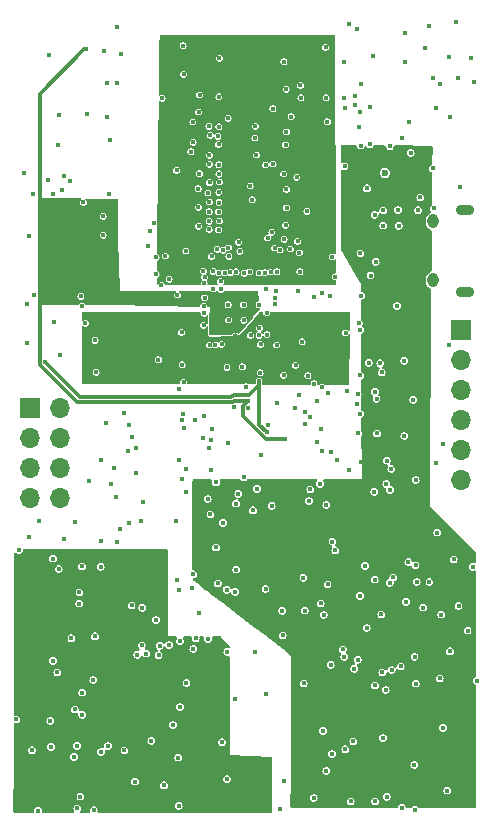
<source format=gbr>
G04 #@! TF.GenerationSoftware,KiCad,Pcbnew,7.0.1-0*
G04 #@! TF.CreationDate,2023-03-28T15:50:41-07:00*
G04 #@! TF.ProjectId,Kit-Brainboard,4b69742d-4272-4616-996e-626f6172642e,rev?*
G04 #@! TF.SameCoordinates,Original*
G04 #@! TF.FileFunction,Copper,L3,Inr*
G04 #@! TF.FilePolarity,Positive*
%FSLAX46Y46*%
G04 Gerber Fmt 4.6, Leading zero omitted, Abs format (unit mm)*
G04 Created by KiCad (PCBNEW 7.0.1-0) date 2023-03-28 15:50:41*
%MOMM*%
%LPD*%
G01*
G04 APERTURE LIST*
G04 #@! TA.AperFunction,ComponentPad*
%ADD10O,1.550000X0.890000*%
G04 #@! TD*
G04 #@! TA.AperFunction,ComponentPad*
%ADD11O,0.950000X1.250000*%
G04 #@! TD*
G04 #@! TA.AperFunction,ComponentPad*
%ADD12R,1.700000X1.700000*%
G04 #@! TD*
G04 #@! TA.AperFunction,ComponentPad*
%ADD13O,1.700000X1.700000*%
G04 #@! TD*
G04 #@! TA.AperFunction,ViaPad*
%ADD14C,0.400000*%
G04 #@! TD*
G04 #@! TA.AperFunction,ViaPad*
%ADD15C,0.600000*%
G04 #@! TD*
G04 #@! TA.AperFunction,Conductor*
%ADD16C,0.300000*%
G04 #@! TD*
G04 APERTURE END LIST*
D10*
G04 #@! TO.N,GND*
G04 #@! TO.C,J3*
X227805000Y-72740000D03*
D11*
X225105000Y-73740000D03*
X225105000Y-78740000D03*
D10*
X227805000Y-79740000D03*
G04 #@! TD*
D12*
G04 #@! TO.N,Net-(AN1-Pin_1)*
G04 #@! TO.C,AN1*
X227430000Y-82970000D03*
D13*
G04 #@! TO.N,/A1*
X227430000Y-85510000D03*
G04 #@! TO.N,Net-(AN1-Pin_3)*
X227430000Y-88050000D03*
G04 #@! TO.N,Net-(AN1-Pin_4)*
X227430000Y-90590000D03*
G04 #@! TO.N,/A0*
X227430000Y-93130000D03*
G04 #@! TO.N,Net-(AN1-Pin_6)*
X227430000Y-95670000D03*
G04 #@! TD*
D12*
G04 #@! TO.N,/UART_TX*
G04 #@! TO.C,J1*
X190980400Y-89580000D03*
D13*
G04 #@! TO.N,GND*
X193520400Y-89580000D03*
G04 #@! TO.N,/UART_RX*
X190980400Y-92120000D03*
G04 #@! TO.N,GND*
X193520400Y-92120000D03*
G04 #@! TO.N,/DEBUG2*
X190980400Y-94660000D03*
G04 #@! TO.N,GND*
X193520400Y-94660000D03*
G04 #@! TO.N,/DEBUG3*
X190980400Y-97200000D03*
G04 #@! TO.N,GND*
X193520400Y-97200000D03*
G04 #@! TD*
D14*
G04 #@! TO.N,VDD*
X204217500Y-94692500D03*
G04 #@! TO.N,/D1*
X206710000Y-95840000D03*
G04 #@! TO.N,+3V3*
X190850000Y-100430000D03*
X214135500Y-113790000D03*
X196960000Y-93930000D03*
X218030000Y-67510000D03*
X223670000Y-94790000D03*
X214560000Y-120470000D03*
X205240000Y-97590000D03*
X223717000Y-97740000D03*
X221450000Y-119110000D03*
X218980000Y-62100000D03*
X194820000Y-99230000D03*
X205250000Y-106930000D03*
X205350000Y-104000000D03*
D15*
X222620000Y-75130000D03*
D14*
X227135000Y-109104430D03*
X210750000Y-102480000D03*
X219530000Y-84930000D03*
D15*
X223215989Y-70079000D03*
D14*
X218880000Y-64480000D03*
X221190000Y-115310000D03*
X218465989Y-69331000D03*
X209280000Y-102000000D03*
X218860512Y-65725321D03*
X227800000Y-104850000D03*
X211700000Y-104880000D03*
X218640000Y-57470000D03*
X222760000Y-57800000D03*
X218960000Y-94120000D03*
X224790000Y-57170000D03*
X199390000Y-99276448D03*
X217610000Y-103440000D03*
G04 #@! TO.N,GND*
X201250000Y-117730000D03*
X200420000Y-109620000D03*
X202160000Y-63310000D03*
X203798000Y-83140790D03*
X203670000Y-114850000D03*
X216040000Y-63286779D03*
X224020000Y-71710000D03*
X228015000Y-108389412D03*
X198050000Y-94630000D03*
X213912380Y-63284399D03*
X197170000Y-73320000D03*
X208236865Y-89494584D03*
X205217700Y-72543300D03*
X221180000Y-122460000D03*
X203970000Y-61286779D03*
X207680000Y-110190000D03*
X218950000Y-76450000D03*
X210364393Y-78106377D03*
X206121940Y-65682760D03*
X209064342Y-80786274D03*
X196465391Y-108865391D03*
X219800000Y-78330000D03*
X189820000Y-115900000D03*
X212699795Y-72572944D03*
X212615000Y-67235779D03*
X203965500Y-90043314D03*
X220127000Y-96640000D03*
X210458500Y-86552280D03*
X213779500Y-76377461D03*
X213865000Y-62221779D03*
X196960000Y-102990000D03*
X220850000Y-117475000D03*
X207650000Y-120960000D03*
X205330580Y-63026700D03*
X191140000Y-118510000D03*
X225380000Y-94210000D03*
X207310000Y-99260000D03*
X203560000Y-123230000D03*
X206956367Y-63201641D03*
X226520000Y-110140000D03*
X222670000Y-85540000D03*
X214240000Y-90870000D03*
X220880000Y-72799000D03*
X216420000Y-111290000D03*
X197470000Y-64880000D03*
X216140000Y-65300000D03*
X222030000Y-80900000D03*
X216580000Y-76730000D03*
X212370000Y-108800000D03*
X223550000Y-123560000D03*
X225110000Y-61560000D03*
X210014670Y-66682170D03*
X211140000Y-90960000D03*
X219770000Y-64046779D03*
X214135500Y-112860000D03*
X212659900Y-62558560D03*
X203530000Y-119140000D03*
X220887000Y-74094000D03*
X196980000Y-118660000D03*
X205637000Y-77934779D03*
X220140000Y-73170000D03*
X201850000Y-110470000D03*
X217960000Y-94820000D03*
X205240560Y-74142720D03*
X212685000Y-66145000D03*
X225948380Y-116618880D03*
X223420000Y-88840000D03*
X190848000Y-74939502D03*
X210400000Y-82776779D03*
X225460000Y-100090000D03*
X213075000Y-64865000D03*
X204790000Y-67046779D03*
X190030000Y-101540000D03*
X206400000Y-91300000D03*
X206957819Y-78112519D03*
X222120000Y-72778000D03*
X217600000Y-69089000D03*
X216160000Y-104480000D03*
X210364583Y-80784096D03*
X198340000Y-57250000D03*
X222480000Y-66650000D03*
X195282000Y-80082000D03*
X197210000Y-59340000D03*
X192470000Y-70200000D03*
X212340000Y-106700000D03*
X205680000Y-82520000D03*
X216830000Y-78410000D03*
X211547000Y-68886779D03*
X222194000Y-74103000D03*
X196480500Y-83814000D03*
X207230000Y-117830000D03*
X197400000Y-90775000D03*
X212624340Y-74062220D03*
X204140000Y-96660000D03*
X212680000Y-71036779D03*
X221419928Y-104349296D03*
X216050000Y-120270000D03*
X196000000Y-95720000D03*
X207140000Y-79476779D03*
X211532259Y-64193093D03*
X216050000Y-97750000D03*
X209070000Y-82126779D03*
X203850000Y-85880000D03*
X228790000Y-112630000D03*
X216010000Y-59010000D03*
X191270500Y-80000000D03*
X206669193Y-84196068D03*
X212130000Y-123490000D03*
X204754000Y-65321479D03*
X217693460Y-83166859D03*
X205754760Y-80200799D03*
X205199920Y-70960880D03*
X198270000Y-97050000D03*
X213470000Y-85936779D03*
X206152420Y-68900940D03*
X206720000Y-101350000D03*
X197170000Y-74910000D03*
X223630000Y-95630000D03*
X195240000Y-122440000D03*
X214230000Y-106690000D03*
X198620000Y-99760000D03*
X226505764Y-64940507D03*
X210200000Y-96375000D03*
X224790000Y-104280000D03*
X212490000Y-121150000D03*
X213560000Y-70006779D03*
X193450000Y-64710000D03*
X204990000Y-109040000D03*
X208440000Y-103220000D03*
X203340000Y-99110000D03*
X208735500Y-76278779D03*
X208345000Y-105095000D03*
X209050000Y-95420000D03*
X203389000Y-69424779D03*
X205238020Y-64472279D03*
X193283000Y-111930000D03*
X207010000Y-59932279D03*
X214990000Y-122560000D03*
X212470000Y-60216779D03*
X201650000Y-107490000D03*
X226840000Y-102360000D03*
X204800000Y-109940000D03*
X203930000Y-58870000D03*
X196360000Y-123600000D03*
X206020000Y-97240000D03*
X214008472Y-83941528D03*
X213642753Y-79621679D03*
X204166140Y-76251700D03*
X215840000Y-107060000D03*
X192980000Y-82240000D03*
X194760000Y-115050000D03*
X226440000Y-84240000D03*
X191660000Y-123650000D03*
X207790000Y-82076779D03*
X210953000Y-113750000D03*
X208330000Y-114170000D03*
X207746794Y-80788159D03*
X216810000Y-101580000D03*
G04 #@! TO.N,Net-(AN1-Pin_1)*
X217581205Y-110594577D03*
G04 #@! TO.N,/VCOM*
X204220000Y-112830000D03*
G04 #@! TO.N,/D1*
X206179825Y-84207514D03*
X205590000Y-92060000D03*
G04 #@! TO.N,VDD_CORE*
X197170000Y-76570000D03*
X209690555Y-80787905D03*
X192361256Y-72330499D03*
X207088260Y-80800239D03*
X208450000Y-82096779D03*
X208396003Y-80783791D03*
X207160000Y-82096779D03*
X197197500Y-78177500D03*
G04 #@! TO.N,VDD*
X211635000Y-82716779D03*
X207748000Y-84078779D03*
X199340000Y-90980000D03*
X193510000Y-85080000D03*
X198940000Y-86430000D03*
X208368000Y-83412779D03*
X210070220Y-82082939D03*
X204030000Y-91270000D03*
X198920000Y-87140000D03*
G04 #@! TO.N,/D2*
X204660000Y-104820000D03*
G04 #@! TO.N,/NRST*
X217940000Y-56990000D03*
X198900000Y-89930000D03*
X203609500Y-87920000D03*
G04 #@! TO.N,/D3*
X200570000Y-97460000D03*
G04 #@! TO.N,VDD_DDR*
X216060000Y-64216779D03*
X213697861Y-65792124D03*
X204050000Y-62006779D03*
X210917460Y-67295660D03*
X212715000Y-65325000D03*
X213954680Y-64231459D03*
X206957600Y-64123200D03*
X205205000Y-71781300D03*
X223080000Y-65310000D03*
X212624340Y-73465320D03*
X205650000Y-60016779D03*
X206116860Y-69734060D03*
X212698000Y-63742200D03*
X206480000Y-78866779D03*
X211750580Y-62515380D03*
X211735340Y-69728980D03*
X205062760Y-63706640D03*
X211538340Y-59741099D03*
X213202180Y-61242379D03*
X212700000Y-71606779D03*
X211732000Y-67331779D03*
X225320000Y-64149000D03*
X205345820Y-67317919D03*
X210367000Y-78913779D03*
X206932200Y-62523000D03*
X205192300Y-73340860D03*
X207790000Y-78764779D03*
X212675000Y-64465000D03*
X205154114Y-62359854D03*
G04 #@! TO.N,VDDA_1V8*
X211015972Y-81460015D03*
G04 #@! TO.N,Net-(U2D-VDDA1V1_REG)*
X211694353Y-80236133D03*
X214982771Y-80185500D03*
G04 #@! TO.N,+12V*
X195650000Y-82370000D03*
X225670000Y-62120000D03*
D15*
X221010989Y-69642000D03*
D14*
X195480000Y-72130000D03*
X215590000Y-106090000D03*
X199570000Y-106260000D03*
X193340000Y-67270000D03*
X194710000Y-119060000D03*
X196570000Y-86500000D03*
X196330000Y-112570000D03*
X223194460Y-67950000D03*
X208610000Y-96810000D03*
X210520000Y-93490000D03*
X203830000Y-95520000D03*
X195390000Y-115520000D03*
X197860000Y-95960000D03*
X195400000Y-113640000D03*
X214600000Y-97410000D03*
X222730000Y-60210000D03*
X199860000Y-121170000D03*
G04 #@! TO.N,GNDADC*
X211010000Y-91590000D03*
X190717500Y-83999000D03*
X210360000Y-83376779D03*
X210360000Y-87250000D03*
X197730000Y-66870000D03*
X190710000Y-80710000D03*
X192251500Y-85681000D03*
G04 #@! TO.N,VREF+*
X212580000Y-92160000D03*
X195750000Y-59180000D03*
X209460895Y-88928397D03*
X208940000Y-86040000D03*
G04 #@! TO.N,VREF_DDR*
X214420000Y-72870000D03*
X209615000Y-70744779D03*
X204593980Y-67836079D03*
X213828000Y-77996779D03*
G04 #@! TO.N,VDDA*
X209640000Y-83400000D03*
G04 #@! TO.N,GNDA*
X207300000Y-113240000D03*
X205270000Y-114630000D03*
X199640000Y-102910000D03*
X195590000Y-108790000D03*
X206700000Y-121070000D03*
G04 #@! TO.N,Net-(C6-Pad1)*
X195160000Y-105160000D03*
X195150000Y-106100000D03*
G04 #@! TO.N,VDD_USB*
X211723787Y-80747389D03*
G04 #@! TO.N,-12VA*
X197000000Y-100770000D03*
X192690000Y-116040000D03*
X193390000Y-103180000D03*
X198295000Y-100855000D03*
X217663141Y-118429541D03*
X192910000Y-110945000D03*
X223508824Y-119764048D03*
X195370000Y-102950000D03*
X216544144Y-118835424D03*
X215786848Y-116873152D03*
X208420498Y-97630000D03*
X211430000Y-97810000D03*
X194480000Y-109030000D03*
X191740000Y-99100000D03*
X210910000Y-104870000D03*
X206250000Y-98540000D03*
G04 #@! TO.N,/A0*
X218750000Y-91680000D03*
X212445077Y-86764206D03*
X211858925Y-84198347D03*
G04 #@! TO.N,/D14*
X199645500Y-91962500D03*
X213710000Y-88420500D03*
X206330000Y-92240000D03*
X213370000Y-89500000D03*
G04 #@! TO.N,/D15*
X192905000Y-102287000D03*
X193840000Y-100660000D03*
G04 #@! TO.N,/D4*
X221430000Y-67370000D03*
X219740000Y-67220000D03*
G04 #@! TO.N,/D17*
X218526426Y-63900000D03*
X217650000Y-64120000D03*
G04 #@! TO.N,/D5*
X223820000Y-72790000D03*
X225160000Y-72640000D03*
X228279500Y-59870000D03*
X227050000Y-56860000D03*
G04 #@! TO.N,/D18*
X217520000Y-63260000D03*
X218526426Y-63085000D03*
G04 #@! TO.N,/D19*
X220050000Y-59700000D03*
X217514001Y-60250000D03*
G04 #@! TO.N,/D7*
X227168900Y-61630000D03*
X228559003Y-61930000D03*
G04 #@! TO.N,/D8*
X226450000Y-59820000D03*
X227350000Y-70820000D03*
G04 #@! TO.N,/D9*
X225060000Y-69250000D03*
X203450000Y-79970000D03*
X218980000Y-67320000D03*
X205680000Y-80896779D03*
G04 #@! TO.N,/D10*
X195819244Y-64609244D03*
G04 #@! TO.N,/D11*
X199978778Y-92903778D03*
X214234500Y-89840000D03*
X192570000Y-59670000D03*
X215014999Y-87474999D03*
X206100000Y-92917000D03*
G04 #@! TO.N,/D12*
X198710000Y-59570000D03*
G04 #@! TO.N,/A1*
X215630000Y-91295000D03*
X216210000Y-88270000D03*
G04 #@! TO.N,/UART_TX*
X201834561Y-85444561D03*
G04 #@! TO.N,/UART_RX*
X205716000Y-81514779D03*
G04 #@! TO.N,/DEBUG2*
X203970000Y-87320000D03*
G04 #@! TO.N,/DEBUG3*
X199910000Y-95010000D03*
X203589001Y-93910000D03*
G04 #@! TO.N,/AUDIO_OUT2*
X200473751Y-106453751D03*
G04 #@! TO.N,/AUDIO_OUT1*
X192760000Y-118220000D03*
G04 #@! TO.N,/AUDIO_IN2*
X194980000Y-123450000D03*
G04 #@! TO.N,/AUDIO_IN1*
X198970000Y-118520000D03*
G04 #@! TO.N,/A2*
X211027000Y-83334779D03*
X226294696Y-121929144D03*
X214700000Y-96430000D03*
X217467730Y-109981884D03*
X220803497Y-111923047D03*
G04 #@! TO.N,/A3*
X210507127Y-84163689D03*
G04 #@! TO.N,/A4*
X210050000Y-110225000D03*
X209464000Y-89547460D03*
X207710000Y-92530000D03*
G04 #@! TO.N,/A5*
X219473000Y-108165446D03*
X221140000Y-95970000D03*
X215690000Y-87800000D03*
G04 #@! TO.N,/A6*
X209850271Y-98196674D03*
X215260000Y-88920000D03*
X214700000Y-90300000D03*
G04 #@! TO.N,/A7*
X214500000Y-86800000D03*
G04 #@! TO.N,/A8*
X215532715Y-95958764D03*
X211920000Y-89120000D03*
X216580000Y-100850000D03*
G04 #@! TO.N,/A9*
X221180000Y-93990000D03*
X220710000Y-107020000D03*
X220150500Y-104070000D03*
X219320000Y-102910000D03*
X220360000Y-91700000D03*
G04 #@! TO.N,/ADC-IN0_DAC-OUT0*
X218130000Y-122847000D03*
G04 #@! TO.N,/ADC-IN1_DAC-OUT1*
X221560000Y-94710000D03*
G04 #@! TO.N,/D-IN1*
X203390000Y-104130000D03*
G04 #@! TO.N,Net-(C22-Pad1)*
X202310000Y-121490000D03*
G04 #@! TO.N,Net-(C23-Pad1)*
X203075000Y-116375000D03*
G04 #@! TO.N,/D-IN2*
X203670000Y-109270000D03*
G04 #@! TO.N,/D-IN3*
X200350000Y-99125000D03*
X197580000Y-118160000D03*
X194950000Y-118150000D03*
G04 #@! TO.N,/ADC-IN2*
X220190000Y-122847000D03*
G04 #@! TO.N,/ADC-IN3*
X222360212Y-111415000D03*
X221581716Y-111724265D03*
X221082616Y-113416952D03*
G04 #@! TO.N,/ADC-IN4*
X222443040Y-123398280D03*
G04 #@! TO.N,/ADC-IN5*
X220178376Y-113026952D03*
X218710000Y-110860000D03*
X218910000Y-105440000D03*
G04 #@! TO.N,/ADC-IN6*
X222820000Y-105940000D03*
X223000000Y-102584502D03*
X224280000Y-106435498D03*
G04 #@! TO.N,/D-IN10*
X197510000Y-62020000D03*
G04 #@! TO.N,/ADC-IN7*
X221440000Y-96460000D03*
X221730000Y-103890000D03*
X225800000Y-107034000D03*
G04 #@! TO.N,/D-IN12*
X198330000Y-62000000D03*
G04 #@! TO.N,/ADC-IN8*
X228452203Y-102987972D03*
G04 #@! TO.N,/ADC-IN9*
X223527000Y-110620000D03*
G04 #@! TO.N,/SAI_MCLK*
X206890000Y-104390000D03*
X214123869Y-103913000D03*
G04 #@! TO.N,/SAI_SD_B*
X218900000Y-90050000D03*
X216960000Y-93930000D03*
G04 #@! TO.N,/SAI_FS*
X216350000Y-80040000D03*
X215720000Y-93160000D03*
G04 #@! TO.N,/SAI_SCK*
X216485182Y-93285815D03*
X219020000Y-80019500D03*
G04 #@! TO.N,/SAI_SD_A*
X217770000Y-88120000D03*
X215230000Y-92400000D03*
G04 #@! TO.N,/PWR_ONRST*
X219490000Y-70940000D03*
X224392927Y-59099312D03*
G04 #@! TO.N,/JTMS_SWDIO*
X194360000Y-70304500D03*
X201650000Y-78225000D03*
G04 #@! TO.N,/JTCK_SWCLK*
X193880000Y-69890000D03*
X201649500Y-76779280D03*
X201450000Y-73920000D03*
X202422500Y-76662288D03*
G04 #@! TO.N,/JTDO_SWO*
X201090500Y-74586528D03*
X193720000Y-71112293D03*
G04 #@! TO.N,/JTDI*
X192896012Y-71446793D03*
X200960000Y-75860000D03*
G04 #@! TO.N,/USB_VBUS*
X220240000Y-77170000D03*
G04 #@! TO.N,/USB_RREF*
X210957000Y-79504779D03*
G04 #@! TO.N,/DDR_CKE*
X210853000Y-78076779D03*
X212452740Y-69718219D03*
G04 #@! TO.N,/DDR_RESETN*
X202750000Y-78646779D03*
X206144000Y-74412779D03*
G04 #@! TO.N,/DDR_CLK_N*
X210910960Y-68953679D03*
G04 #@! TO.N,/DDR_CLK_P*
X210126720Y-68123359D03*
G04 #@! TO.N,Net-(U2E-DDR_ZQ)*
X206495000Y-79466779D03*
G04 #@! TO.N,/PWR_ON*
X209274500Y-87750000D03*
X191260000Y-71390000D03*
X190450000Y-69630000D03*
X197650000Y-71430000D03*
X199234500Y-93175000D03*
G04 #@! TO.N,/BOOT0*
X204940000Y-90530000D03*
X207202000Y-84143779D03*
X206300000Y-94750000D03*
G04 #@! TO.N,/FLASH_CS*
X220620000Y-85740000D03*
X219650000Y-85720000D03*
G04 #@! TO.N,/USB_HS_DM*
X218840000Y-82360000D03*
G04 #@! TO.N,/FLASH_IO2*
X218710494Y-88353949D03*
X220175000Y-88150000D03*
G04 #@! TO.N,/DDR_DQS1_P*
X213003000Y-76080779D03*
X206960140Y-65733560D03*
G04 #@! TO.N,/DDR_DQM1*
X210044837Y-65679636D03*
X213637000Y-75432779D03*
G04 #@! TO.N,/USB_HS_DP*
X218900000Y-82930000D03*
G04 #@! TO.N,/FLASH_IO1*
X218690000Y-89190000D03*
X220310000Y-88770000D03*
G04 #@! TO.N,/FLASH_IO0*
X218905500Y-86780000D03*
X220741109Y-86511891D03*
G04 #@! TO.N,/CODEC_RESET*
X206050000Y-109070000D03*
X207620000Y-104920000D03*
G04 #@! TO.N,/DDR_DQ9*
X207752791Y-65027440D03*
X212485000Y-75265000D03*
G04 #@! TO.N,/DDR_DQS1_N*
X212142000Y-76162779D03*
X206885000Y-66525000D03*
G04 #@! TO.N,/DDR_DQ10*
X211684650Y-75980575D03*
X206942256Y-67216886D03*
G04 #@! TO.N,/DDR_DQ13*
X206158620Y-68138339D03*
X211350961Y-78028054D03*
G04 #@! TO.N,/DDR_A8*
X211877000Y-77996779D03*
X211443011Y-74665307D03*
G04 #@! TO.N,/DDR_DQ8*
X206230718Y-66460442D03*
X211091315Y-75151551D03*
G04 #@! TO.N,/RIN+*
X201940000Y-109680000D03*
G04 #@! TO.N,/RIN-*
X202750000Y-109600000D03*
G04 #@! TO.N,/LIN+*
X200060000Y-110430000D03*
G04 #@! TO.N,/LIN-*
X200810000Y-110330000D03*
G04 #@! TO.N,/DDR_A10*
X209783000Y-71891779D03*
X209566332Y-77992867D03*
G04 #@! TO.N,/DDR_CASN*
X208625500Y-75512279D03*
X206960140Y-69716280D03*
G04 #@! TO.N,/DDR_WEN*
X207935610Y-78068538D03*
X207013000Y-70391779D03*
G04 #@! TO.N,/DDR_CSN*
X206171632Y-70449090D03*
X208421720Y-78011003D03*
G04 #@! TO.N,/DDR_ODT*
X205301520Y-69688340D03*
X207813580Y-76698740D03*
G04 #@! TO.N,/DDR_BA2*
X206957835Y-71273779D03*
X207446243Y-78080041D03*
G04 #@! TO.N,/DDR_BA0*
X207774500Y-75961779D03*
X206036000Y-71340779D03*
G04 #@! TO.N,/DDR_A0*
X206972840Y-72143900D03*
X207322000Y-76174779D03*
G04 #@! TO.N,/DDR_A3*
X206157500Y-72078480D03*
X206814000Y-76102779D03*
G04 #@! TO.N,/DDR_A2*
X206485741Y-77983075D03*
X206937280Y-72911600D03*
G04 #@! TO.N,/DDR_A9*
X206992380Y-73701540D03*
X206349000Y-76702779D03*
G04 #@! TO.N,/DDR_A13*
X205747069Y-78448746D03*
X206934000Y-74443779D03*
G04 #@! TO.N,/JTRST*
X195390000Y-80920000D03*
X202090000Y-79140000D03*
G04 #@! TO.N,/FLASH_CLK*
X211780000Y-79610000D03*
X215684710Y-79834710D03*
G04 #@! TO.N,/DDR_RASN*
X209103000Y-78150779D03*
X206960000Y-68930779D03*
G04 #@! TO.N,/DDR_A5*
X207107460Y-78819640D03*
X206139720Y-72919220D03*
G04 #@! TO.N,/DDR_A7*
X205720000Y-78952779D03*
X206134640Y-73716780D03*
G04 #@! TO.N,Net-(U9B--)*
X223610000Y-102870000D03*
X227250000Y-106310000D03*
X223720000Y-104270000D03*
X225660000Y-112440000D03*
G04 #@! TO.N,Net-(U8B--)*
X218420000Y-111620000D03*
X225925000Y-92610000D03*
G04 #@! TO.N,Net-(AN1-Pin_4)*
X218350000Y-117775000D03*
G04 #@! TO.N,Net-(AN1-Pin_6)*
X223620000Y-112870000D03*
G04 #@! TO.N,/BOOT2*
X203860000Y-90590000D03*
X205730000Y-90250000D03*
X207650000Y-86080000D03*
G04 #@! TO.N,/D6*
X222660000Y-91910000D03*
G04 #@! TO.N,/D13*
X204760000Y-103620000D03*
X203600000Y-104910000D03*
G04 #@! TD*
D16*
G04 #@! TO.N,GNDADC*
X210360000Y-90940000D02*
X211010000Y-91590000D01*
X210360000Y-87250000D02*
X210360000Y-90940000D01*
X210360000Y-87250000D02*
X210360000Y-87580000D01*
X208200000Y-88430000D02*
X208000000Y-88630000D01*
X209510000Y-88430000D02*
X208200000Y-88430000D01*
X195200500Y-88630000D02*
X192251500Y-85681000D01*
X210360000Y-87580000D02*
X209510000Y-88430000D01*
X208000000Y-88630000D02*
X195200500Y-88630000D01*
G04 #@! TO.N,VREF+*
X208259828Y-88950000D02*
X208169828Y-89040000D01*
X209460895Y-88928397D02*
X209432524Y-88928397D01*
X209004000Y-89356921D02*
X209004000Y-90234539D01*
X208169828Y-89040000D02*
X194930000Y-89040000D01*
X195570000Y-59180000D02*
X195750000Y-59180000D01*
X209439292Y-88950000D02*
X208259828Y-88950000D01*
X191780000Y-85890000D02*
X191780000Y-62970000D01*
X210929461Y-92160000D02*
X212580000Y-92160000D01*
X194930000Y-89040000D02*
X191780000Y-85890000D01*
X191780000Y-62970000D02*
X195570000Y-59180000D01*
X209004000Y-90234539D02*
X210929461Y-92160000D01*
X209460895Y-88928397D02*
X209439292Y-88950000D01*
X209432524Y-88928397D02*
X209004000Y-89356921D01*
G04 #@! TD*
G04 #@! TA.AperFunction,Conductor*
G04 #@! TO.N,VDD*
G36*
X201330000Y-81450000D02*
G01*
X205362909Y-81445181D01*
X205395358Y-81454861D01*
X205417141Y-81480788D01*
X205421081Y-81514422D01*
X205421018Y-81514774D01*
X205421018Y-81514779D01*
X205421019Y-81514779D01*
X205438809Y-81615668D01*
X205490031Y-81704389D01*
X205529270Y-81737314D01*
X205568508Y-81770240D01*
X205664777Y-81805279D01*
X205767223Y-81805279D01*
X205863491Y-81770240D01*
X205886998Y-81750515D01*
X205941969Y-81704389D01*
X205962392Y-81669013D01*
X205991131Y-81643914D01*
X206029224Y-81641653D01*
X206060733Y-81663178D01*
X206072478Y-81699486D01*
X206066295Y-82075207D01*
X206066295Y-82075215D01*
X206066269Y-82076781D01*
X206061274Y-82380182D01*
X206048643Y-82415703D01*
X206017082Y-82436324D01*
X205979479Y-82433626D01*
X205951187Y-82408712D01*
X205905969Y-82330390D01*
X205874252Y-82303777D01*
X205827491Y-82264538D01*
X205731223Y-82229500D01*
X205628777Y-82229500D01*
X205608499Y-82236880D01*
X205532509Y-82264538D01*
X205454032Y-82330389D01*
X205454031Y-82330390D01*
X205402809Y-82419111D01*
X205385019Y-82520000D01*
X205402809Y-82620889D01*
X205454031Y-82709610D01*
X205490713Y-82740390D01*
X205532508Y-82775461D01*
X205628777Y-82810500D01*
X205731223Y-82810500D01*
X205827491Y-82775461D01*
X205827490Y-82775461D01*
X205905969Y-82709610D01*
X205946416Y-82639552D01*
X205975157Y-82614451D01*
X206013249Y-82612190D01*
X206044759Y-82633715D01*
X206056503Y-82670023D01*
X206045358Y-83347024D01*
X206048394Y-83372534D01*
X206051667Y-83385176D01*
X206054940Y-83397819D01*
X206077220Y-83436452D01*
X206080373Y-83441920D01*
X206098979Y-83460249D01*
X206098981Y-83460250D01*
X206143456Y-83485016D01*
X206168838Y-83491182D01*
X206194388Y-83493834D01*
X208050876Y-83435362D01*
X208074761Y-83431545D01*
X208098383Y-83424613D01*
X208139503Y-83400000D01*
X209345019Y-83400000D01*
X209362809Y-83500889D01*
X209414031Y-83589610D01*
X209453269Y-83622535D01*
X209492508Y-83655461D01*
X209588777Y-83690500D01*
X209691223Y-83690500D01*
X209787491Y-83655461D01*
X209792774Y-83651028D01*
X209865969Y-83589610D01*
X209917191Y-83500889D01*
X209934981Y-83400000D01*
X209930886Y-83376779D01*
X210065019Y-83376779D01*
X210082809Y-83477668D01*
X210134031Y-83566389D01*
X210173270Y-83599314D01*
X210212508Y-83632240D01*
X210308777Y-83667279D01*
X210411223Y-83667279D01*
X210507491Y-83632240D01*
X210516847Y-83624389D01*
X210585969Y-83566389D01*
X210637191Y-83477668D01*
X210641063Y-83455704D01*
X210657446Y-83424233D01*
X210688920Y-83407848D01*
X210724100Y-83412480D01*
X210750261Y-83436451D01*
X210801031Y-83524389D01*
X210840269Y-83557314D01*
X210879508Y-83590240D01*
X210975777Y-83625279D01*
X211078223Y-83625279D01*
X211174491Y-83590240D01*
X211202915Y-83566389D01*
X211252969Y-83524389D01*
X211304191Y-83435668D01*
X211321981Y-83334779D01*
X211304191Y-83233890D01*
X211252969Y-83145169D01*
X211221252Y-83118555D01*
X211174491Y-83079317D01*
X211078223Y-83044279D01*
X210975777Y-83044279D01*
X210955499Y-83051659D01*
X210879509Y-83079317D01*
X210801783Y-83144538D01*
X210801031Y-83145169D01*
X210749809Y-83233890D01*
X210747324Y-83247986D01*
X210745937Y-83255851D01*
X210729552Y-83287325D01*
X210698078Y-83303709D01*
X210662898Y-83299077D01*
X210636738Y-83275106D01*
X210585969Y-83187169D01*
X210523832Y-83135030D01*
X210503653Y-83100079D01*
X210510662Y-83060333D01*
X210541579Y-83034392D01*
X210543597Y-83033657D01*
X210547491Y-83032240D01*
X210625969Y-82966389D01*
X210677191Y-82877668D01*
X210694981Y-82776779D01*
X210677191Y-82675890D01*
X210625969Y-82587169D01*
X210581208Y-82549610D01*
X210547491Y-82521317D01*
X210451223Y-82486279D01*
X210348777Y-82486279D01*
X210328499Y-82493659D01*
X210252509Y-82521317D01*
X210183981Y-82578820D01*
X210174031Y-82587169D01*
X210122809Y-82675890D01*
X210105019Y-82776779D01*
X210122809Y-82877668D01*
X210174031Y-82966389D01*
X210174032Y-82966390D01*
X210236167Y-83018528D01*
X210256346Y-83053479D01*
X210249338Y-83093223D01*
X210218422Y-83119165D01*
X210212511Y-83121316D01*
X210134032Y-83187168D01*
X210134031Y-83187169D01*
X210082809Y-83275890D01*
X210065019Y-83376779D01*
X209930886Y-83376779D01*
X209917191Y-83299111D01*
X209865969Y-83210390D01*
X209814091Y-83166859D01*
X209787491Y-83144538D01*
X209691223Y-83109500D01*
X209588777Y-83109500D01*
X209568499Y-83116880D01*
X209492509Y-83144538D01*
X209414032Y-83210389D01*
X209414031Y-83210390D01*
X209365464Y-83294513D01*
X209362809Y-83299111D01*
X209345276Y-83398545D01*
X209345019Y-83400000D01*
X208139503Y-83400000D01*
X208139550Y-83399972D01*
X208156820Y-83382428D01*
X208168006Y-83367731D01*
X208171467Y-83363184D01*
X208198255Y-83316783D01*
X208211116Y-83294508D01*
X208224284Y-83278815D01*
X208228706Y-83275105D01*
X208261025Y-83247985D01*
X208278770Y-83237740D01*
X208297520Y-83230916D01*
X208323842Y-83221337D01*
X208344020Y-83217779D01*
X208391980Y-83217779D01*
X208412159Y-83221337D01*
X208457229Y-83237741D01*
X208474974Y-83247986D01*
X208511711Y-83278812D01*
X208524881Y-83294508D01*
X208544226Y-83328015D01*
X208563563Y-83351711D01*
X208563564Y-83351712D01*
X208563566Y-83351714D01*
X208586746Y-83372272D01*
X208642271Y-83396001D01*
X208673149Y-83398545D01*
X208731814Y-83384220D01*
X208758046Y-83367731D01*
X208781001Y-83347517D01*
X209895745Y-81991244D01*
X209900473Y-81984984D01*
X209905053Y-81978372D01*
X209909252Y-81971743D01*
X209913335Y-81964669D01*
X209926512Y-81948967D01*
X209929090Y-81946805D01*
X209935579Y-81940828D01*
X209941934Y-81934407D01*
X209947835Y-81927867D01*
X210331790Y-81460722D01*
X210352127Y-81444860D01*
X210377290Y-81439190D01*
X210667682Y-81438843D01*
X210705648Y-81452624D01*
X210725854Y-81487596D01*
X210738781Y-81560904D01*
X210790003Y-81649625D01*
X210829242Y-81682550D01*
X210868480Y-81715476D01*
X210964749Y-81750515D01*
X211067195Y-81750515D01*
X211163463Y-81715476D01*
X211182519Y-81699486D01*
X211241941Y-81649625D01*
X211293163Y-81560904D01*
X211306236Y-81486762D01*
X211326387Y-81451836D01*
X211364264Y-81438011D01*
X218010351Y-81430071D01*
X218040046Y-81438048D01*
X218061696Y-81459884D01*
X218069418Y-81489647D01*
X218054760Y-82992041D01*
X218042307Y-83027724D01*
X218010755Y-83048529D01*
X217973051Y-83045918D01*
X217944667Y-83020964D01*
X217919428Y-82977248D01*
X217840951Y-82911397D01*
X217744683Y-82876359D01*
X217642237Y-82876359D01*
X217638641Y-82877668D01*
X217545969Y-82911397D01*
X217480432Y-82966390D01*
X217467491Y-82977249D01*
X217416269Y-83065970D01*
X217398479Y-83166859D01*
X217416269Y-83267748D01*
X217467491Y-83356469D01*
X217498425Y-83382426D01*
X217545968Y-83422320D01*
X217642237Y-83457359D01*
X217744683Y-83457359D01*
X217840951Y-83422320D01*
X217870151Y-83397818D01*
X217919429Y-83356469D01*
X217941188Y-83318779D01*
X217969836Y-83293718D01*
X218007829Y-83291366D01*
X218039351Y-83312707D01*
X218051279Y-83348857D01*
X218010572Y-87521368D01*
X217993016Y-87562788D01*
X217951367Y-87579792D01*
X215892106Y-87572522D01*
X215854389Y-87558718D01*
X215837491Y-87544538D01*
X215741223Y-87509500D01*
X215638777Y-87509500D01*
X215620191Y-87516265D01*
X215542509Y-87544539D01*
X215527304Y-87557297D01*
X215489173Y-87571099D01*
X215363218Y-87570655D01*
X215330889Y-87560872D01*
X215309224Y-87534960D01*
X215305322Y-87501412D01*
X215309980Y-87474999D01*
X215292190Y-87374110D01*
X215240968Y-87285389D01*
X215198793Y-87250000D01*
X215162490Y-87219537D01*
X215066222Y-87184499D01*
X214963776Y-87184499D01*
X214943498Y-87191879D01*
X214867508Y-87219537D01*
X214789031Y-87285388D01*
X214737808Y-87374110D01*
X214720018Y-87474999D01*
X214724241Y-87498948D01*
X214720284Y-87532626D01*
X214698442Y-87558563D01*
X214665929Y-87568193D01*
X210659292Y-87554048D01*
X210617707Y-87536694D01*
X210600500Y-87495048D01*
X210600500Y-87430250D01*
X210608404Y-87400751D01*
X210637190Y-87350890D01*
X210637191Y-87350889D01*
X210654981Y-87250000D01*
X210637191Y-87149111D01*
X210585969Y-87060390D01*
X210549156Y-87029500D01*
X210507491Y-86994538D01*
X210404964Y-86957222D01*
X210403345Y-86955864D01*
X210393357Y-86959500D01*
X210308777Y-86959500D01*
X210288499Y-86966880D01*
X210212509Y-86994538D01*
X210140805Y-87054706D01*
X210134031Y-87060390D01*
X210093618Y-87130389D01*
X210082809Y-87149111D01*
X210065019Y-87250000D01*
X210082809Y-87350890D01*
X210111596Y-87400751D01*
X210119500Y-87430250D01*
X210119500Y-87455942D01*
X210115009Y-87478521D01*
X210102218Y-87497662D01*
X210065355Y-87534523D01*
X210046118Y-87547352D01*
X210023429Y-87551803D01*
X209509339Y-87549988D01*
X209471623Y-87536185D01*
X209421991Y-87494538D01*
X209325723Y-87459500D01*
X209223277Y-87459500D01*
X209202999Y-87466880D01*
X209127009Y-87494538D01*
X209079344Y-87534533D01*
X209041213Y-87548335D01*
X204285286Y-87531544D01*
X204247463Y-87517651D01*
X204227378Y-87482720D01*
X204234398Y-87443047D01*
X204247191Y-87420889D01*
X204264981Y-87320000D01*
X204247191Y-87219111D01*
X204195969Y-87130390D01*
X204131268Y-87076099D01*
X204117491Y-87064538D01*
X204021223Y-87029500D01*
X203918777Y-87029500D01*
X203902400Y-87035461D01*
X203822509Y-87064538D01*
X203744032Y-87130389D01*
X203692809Y-87219111D01*
X203675019Y-87320000D01*
X203692809Y-87420890D01*
X203704312Y-87440814D01*
X203711307Y-87480628D01*
X203691034Y-87515599D01*
X203653008Y-87529313D01*
X199957325Y-87516265D01*
X195408790Y-87500207D01*
X195367207Y-87482854D01*
X195350000Y-87441208D01*
X195350000Y-86500000D01*
X196275019Y-86500000D01*
X196292809Y-86600889D01*
X196344031Y-86689610D01*
X196375372Y-86715908D01*
X196422508Y-86755461D01*
X196518777Y-86790500D01*
X196621223Y-86790500D01*
X196717491Y-86755461D01*
X196717490Y-86755461D01*
X196795969Y-86689610D01*
X196847191Y-86600889D01*
X196855762Y-86552280D01*
X210163519Y-86552280D01*
X210181309Y-86653169D01*
X210232531Y-86741890D01*
X210259125Y-86764205D01*
X210311008Y-86807741D01*
X210413536Y-86845058D01*
X210415154Y-86846415D01*
X210425143Y-86842780D01*
X210509723Y-86842780D01*
X210605991Y-86807741D01*
X210615216Y-86800000D01*
X210657874Y-86764206D01*
X212150096Y-86764206D01*
X212167886Y-86865095D01*
X212219108Y-86953816D01*
X212237931Y-86969610D01*
X212297585Y-87019667D01*
X212393854Y-87054706D01*
X212496300Y-87054706D01*
X212592568Y-87019667D01*
X212622514Y-86994539D01*
X212671046Y-86953816D01*
X212722268Y-86865095D01*
X212733746Y-86800000D01*
X214205019Y-86800000D01*
X214222809Y-86900889D01*
X214274031Y-86989610D01*
X214313270Y-87022535D01*
X214352508Y-87055461D01*
X214448777Y-87090500D01*
X214551223Y-87090500D01*
X214647491Y-87055461D01*
X214648391Y-87054706D01*
X214725969Y-86989610D01*
X214777191Y-86900889D01*
X214794981Y-86800000D01*
X214777191Y-86699111D01*
X214725969Y-86610390D01*
X214694252Y-86583776D01*
X214647491Y-86544538D01*
X214551223Y-86509500D01*
X214448777Y-86509500D01*
X214442211Y-86511890D01*
X214352509Y-86544538D01*
X214274032Y-86610389D01*
X214274031Y-86610390D01*
X214222809Y-86699111D01*
X214205019Y-86800000D01*
X212733746Y-86800000D01*
X212740058Y-86764206D01*
X212722268Y-86663317D01*
X212671046Y-86574596D01*
X212611391Y-86524539D01*
X212592568Y-86508744D01*
X212496300Y-86473706D01*
X212393854Y-86473706D01*
X212373576Y-86481086D01*
X212297586Y-86508744D01*
X212245703Y-86552280D01*
X212219108Y-86574596D01*
X212198443Y-86610390D01*
X212167886Y-86663317D01*
X212158613Y-86715908D01*
X212150096Y-86764206D01*
X210657874Y-86764206D01*
X210684469Y-86741890D01*
X210735691Y-86653169D01*
X210753481Y-86552280D01*
X210735691Y-86451391D01*
X210684469Y-86362670D01*
X210652043Y-86335461D01*
X210605991Y-86296818D01*
X210509723Y-86261780D01*
X210407277Y-86261780D01*
X210386999Y-86269160D01*
X210311009Y-86296818D01*
X210235161Y-86360463D01*
X210232531Y-86362670D01*
X210181309Y-86451391D01*
X210163519Y-86552280D01*
X196855762Y-86552280D01*
X196864981Y-86500000D01*
X196847191Y-86399111D01*
X196795969Y-86310390D01*
X196764252Y-86283776D01*
X196717491Y-86244538D01*
X196621223Y-86209500D01*
X196518777Y-86209500D01*
X196498499Y-86216880D01*
X196422509Y-86244538D01*
X196344032Y-86310389D01*
X196344031Y-86310390D01*
X196292809Y-86399111D01*
X196275019Y-86500000D01*
X195350000Y-86500000D01*
X195350000Y-85880000D01*
X203555019Y-85880000D01*
X203572809Y-85980889D01*
X203624031Y-86069610D01*
X203659269Y-86099178D01*
X203702508Y-86135461D01*
X203798777Y-86170500D01*
X203901223Y-86170500D01*
X203997491Y-86135461D01*
X203997491Y-86135460D01*
X204063587Y-86080000D01*
X207355019Y-86080000D01*
X207372809Y-86180889D01*
X207424031Y-86269610D01*
X207463269Y-86302535D01*
X207502508Y-86335461D01*
X207598777Y-86370500D01*
X207701223Y-86370500D01*
X207797491Y-86335461D01*
X207804930Y-86329219D01*
X207875969Y-86269610D01*
X207927191Y-86180889D01*
X207944981Y-86080000D01*
X207937928Y-86040000D01*
X208645019Y-86040000D01*
X208662809Y-86140889D01*
X208714031Y-86229610D01*
X208748172Y-86258258D01*
X208792508Y-86295461D01*
X208888777Y-86330500D01*
X208991223Y-86330500D01*
X209087491Y-86295461D01*
X209099281Y-86285568D01*
X209165969Y-86229610D01*
X209217191Y-86140889D01*
X209234981Y-86040000D01*
X209217191Y-85939111D01*
X209215845Y-85936779D01*
X213175019Y-85936779D01*
X213192809Y-86037668D01*
X213244031Y-86126389D01*
X213275397Y-86152708D01*
X213322508Y-86192240D01*
X213418777Y-86227279D01*
X213521223Y-86227279D01*
X213617491Y-86192240D01*
X213617490Y-86192240D01*
X213695969Y-86126389D01*
X213747191Y-86037668D01*
X213764981Y-85936779D01*
X213747191Y-85835890D01*
X213695969Y-85747169D01*
X213639782Y-85700022D01*
X213617491Y-85681317D01*
X213521223Y-85646279D01*
X213418777Y-85646279D01*
X213398499Y-85653659D01*
X213322509Y-85681317D01*
X213258215Y-85735267D01*
X213244031Y-85747169D01*
X213213199Y-85800573D01*
X213192809Y-85835890D01*
X213176486Y-85928462D01*
X213175019Y-85936779D01*
X209215845Y-85936779D01*
X209165969Y-85850390D01*
X209106600Y-85800573D01*
X209087491Y-85784538D01*
X208991223Y-85749500D01*
X208888777Y-85749500D01*
X208868499Y-85756880D01*
X208792509Y-85784538D01*
X208714032Y-85850389D01*
X208714031Y-85850390D01*
X208662809Y-85939111D01*
X208645019Y-86040000D01*
X207937928Y-86040000D01*
X207927191Y-85979111D01*
X207875969Y-85890390D01*
X207811019Y-85835890D01*
X207797491Y-85824538D01*
X207701223Y-85789500D01*
X207598777Y-85789500D01*
X207578499Y-85796880D01*
X207502509Y-85824538D01*
X207436413Y-85880000D01*
X207424031Y-85890390D01*
X207372809Y-85979111D01*
X207355019Y-86080000D01*
X204063587Y-86080000D01*
X204075969Y-86069610D01*
X204127191Y-85980889D01*
X204144981Y-85880000D01*
X204127191Y-85779111D01*
X204075969Y-85690390D01*
X204015233Y-85639426D01*
X203997491Y-85624538D01*
X203901223Y-85589500D01*
X203798777Y-85589500D01*
X203778499Y-85596880D01*
X203702509Y-85624538D01*
X203624032Y-85690389D01*
X203624031Y-85690390D01*
X203572809Y-85779111D01*
X203555019Y-85880000D01*
X195350000Y-85880000D01*
X195350000Y-85444561D01*
X201539580Y-85444561D01*
X201557370Y-85545450D01*
X201608592Y-85634171D01*
X201614855Y-85639426D01*
X201687069Y-85700022D01*
X201783338Y-85735061D01*
X201885784Y-85735061D01*
X201982052Y-85700022D01*
X201993532Y-85690389D01*
X202060530Y-85634171D01*
X202111752Y-85545450D01*
X202129542Y-85444561D01*
X202111752Y-85343672D01*
X202060530Y-85254951D01*
X202028813Y-85228337D01*
X201982052Y-85189099D01*
X201885784Y-85154061D01*
X201783338Y-85154061D01*
X201763060Y-85161441D01*
X201687070Y-85189099D01*
X201608593Y-85254950D01*
X201608592Y-85254951D01*
X201557370Y-85343672D01*
X201539580Y-85444561D01*
X195350000Y-85444561D01*
X195350000Y-84207514D01*
X205884844Y-84207514D01*
X205902634Y-84308403D01*
X205953856Y-84397124D01*
X205980106Y-84419150D01*
X206032333Y-84462975D01*
X206128602Y-84498014D01*
X206231048Y-84498014D01*
X206327316Y-84462975D01*
X206379544Y-84419150D01*
X206393404Y-84407519D01*
X206431329Y-84393716D01*
X206469252Y-84407518D01*
X206521702Y-84451529D01*
X206617970Y-84486568D01*
X206720416Y-84486568D01*
X206816684Y-84451529D01*
X206816683Y-84451529D01*
X206895162Y-84385678D01*
X206906734Y-84365633D01*
X206931349Y-84342410D01*
X206964678Y-84336533D01*
X206995752Y-84349937D01*
X206999759Y-84353299D01*
X207054508Y-84399240D01*
X207150777Y-84434279D01*
X207253223Y-84434279D01*
X207349491Y-84399240D01*
X207356074Y-84393716D01*
X207427969Y-84333389D01*
X207479191Y-84244668D01*
X207493470Y-84163689D01*
X210212146Y-84163689D01*
X210229936Y-84264578D01*
X210281158Y-84353299D01*
X210319746Y-84385678D01*
X210359635Y-84419150D01*
X210455904Y-84454189D01*
X210558350Y-84454189D01*
X210654618Y-84419150D01*
X210668479Y-84407519D01*
X210733096Y-84353299D01*
X210784318Y-84264578D01*
X210795997Y-84198347D01*
X211563944Y-84198347D01*
X211581734Y-84299236D01*
X211632956Y-84387957D01*
X211670130Y-84419150D01*
X211711433Y-84453808D01*
X211807702Y-84488847D01*
X211910148Y-84488847D01*
X212006416Y-84453808D01*
X212009132Y-84451529D01*
X212084894Y-84387957D01*
X212136116Y-84299236D01*
X212153906Y-84198347D01*
X212136116Y-84097458D01*
X212084894Y-84008737D01*
X212043750Y-83974213D01*
X212006416Y-83942885D01*
X212002688Y-83941528D01*
X213713491Y-83941528D01*
X213731281Y-84042417D01*
X213782503Y-84131138D01*
X213821296Y-84163689D01*
X213860980Y-84196989D01*
X213957249Y-84232028D01*
X214059695Y-84232028D01*
X214155963Y-84196989D01*
X214155962Y-84196989D01*
X214234441Y-84131138D01*
X214285663Y-84042417D01*
X214303453Y-83941528D01*
X214285663Y-83840639D01*
X214234441Y-83751918D01*
X214188193Y-83713111D01*
X214155963Y-83686066D01*
X214059695Y-83651028D01*
X213957249Y-83651028D01*
X213945070Y-83655461D01*
X213860981Y-83686066D01*
X213782504Y-83751917D01*
X213782503Y-83751918D01*
X213731281Y-83840639D01*
X213713491Y-83941528D01*
X212002688Y-83941528D01*
X211910148Y-83907847D01*
X211807702Y-83907847D01*
X211788357Y-83914888D01*
X211711434Y-83942885D01*
X211639420Y-84003313D01*
X211632956Y-84008737D01*
X211581734Y-84097458D01*
X211563944Y-84198347D01*
X210795997Y-84198347D01*
X210802108Y-84163689D01*
X210784318Y-84062800D01*
X210733096Y-83974079D01*
X210693205Y-83940606D01*
X210654618Y-83908227D01*
X210558350Y-83873189D01*
X210455904Y-83873189D01*
X210435626Y-83880569D01*
X210359636Y-83908227D01*
X210281159Y-83974078D01*
X210281158Y-83974079D01*
X210229936Y-84062800D01*
X210212146Y-84163689D01*
X207493470Y-84163689D01*
X207496981Y-84143779D01*
X207479191Y-84042890D01*
X207427969Y-83954169D01*
X207396252Y-83927555D01*
X207349491Y-83888317D01*
X207253223Y-83853279D01*
X207150777Y-83853279D01*
X207130499Y-83860659D01*
X207054509Y-83888317D01*
X206976030Y-83954169D01*
X206964458Y-83974213D01*
X206939841Y-83997437D01*
X206906513Y-84003313D01*
X206875439Y-83989908D01*
X206832847Y-83954169D01*
X206816684Y-83940606D01*
X206720416Y-83905568D01*
X206617970Y-83905568D01*
X206611709Y-83907847D01*
X206521702Y-83940606D01*
X206455612Y-83996062D01*
X206417688Y-84009865D01*
X206379764Y-83996062D01*
X206327316Y-83952053D01*
X206327314Y-83952052D01*
X206231048Y-83917014D01*
X206128602Y-83917014D01*
X206108324Y-83924394D01*
X206032334Y-83952052D01*
X205953857Y-84017903D01*
X205953856Y-84017904D01*
X205903861Y-84104500D01*
X205902634Y-84106625D01*
X205896083Y-84143779D01*
X205884844Y-84207514D01*
X195350000Y-84207514D01*
X195350000Y-83814000D01*
X196185519Y-83814000D01*
X196203309Y-83914889D01*
X196254531Y-84003610D01*
X196271565Y-84017903D01*
X196333008Y-84069461D01*
X196429277Y-84104500D01*
X196531723Y-84104500D01*
X196627991Y-84069461D01*
X196635929Y-84062800D01*
X196706469Y-84003610D01*
X196757691Y-83914889D01*
X196775481Y-83814000D01*
X196757691Y-83713111D01*
X196706469Y-83624390D01*
X196665020Y-83589610D01*
X196627991Y-83558538D01*
X196531723Y-83523500D01*
X196429277Y-83523500D01*
X196426835Y-83524389D01*
X196333009Y-83558538D01*
X196254532Y-83624389D01*
X196254531Y-83624390D01*
X196203309Y-83713111D01*
X196185519Y-83814000D01*
X195350000Y-83814000D01*
X195350000Y-83140790D01*
X203503019Y-83140790D01*
X203520809Y-83241679D01*
X203572031Y-83330400D01*
X203597432Y-83351714D01*
X203650508Y-83396251D01*
X203746777Y-83431290D01*
X203849223Y-83431290D01*
X203945491Y-83396251D01*
X203959830Y-83384219D01*
X204023969Y-83330400D01*
X204075191Y-83241679D01*
X204092981Y-83140790D01*
X204075191Y-83039901D01*
X204023969Y-82951180D01*
X203976558Y-82911397D01*
X203945491Y-82885328D01*
X203849223Y-82850290D01*
X203746777Y-82850290D01*
X203726499Y-82857670D01*
X203650509Y-82885328D01*
X203572032Y-82951179D01*
X203572031Y-82951180D01*
X203531742Y-83020964D01*
X203520809Y-83039901D01*
X203506453Y-83121318D01*
X203503019Y-83140790D01*
X195350000Y-83140790D01*
X195350000Y-82624016D01*
X195366085Y-82583528D01*
X195405570Y-82565116D01*
X195446924Y-82578819D01*
X195464485Y-82593555D01*
X195502508Y-82625461D01*
X195598777Y-82660500D01*
X195701223Y-82660500D01*
X195797491Y-82625461D01*
X195807468Y-82617089D01*
X195875969Y-82559610D01*
X195927191Y-82470889D01*
X195944981Y-82370000D01*
X195927191Y-82269111D01*
X195875969Y-82180390D01*
X195844252Y-82153776D01*
X195797491Y-82114538D01*
X195701223Y-82079500D01*
X195598777Y-82079500D01*
X195578499Y-82086880D01*
X195502509Y-82114538D01*
X195446924Y-82161181D01*
X195405569Y-82174884D01*
X195366085Y-82156472D01*
X195350000Y-82115984D01*
X195350000Y-81479296D01*
X195357954Y-81449711D01*
X195379671Y-81428102D01*
X195409294Y-81420297D01*
X201330000Y-81450000D01*
G37*
G04 #@! TD.AperFunction*
G04 #@! TD*
G04 #@! TA.AperFunction,Conductor*
G04 #@! TO.N,VDD_CORE*
G36*
X195287050Y-71800254D02*
G01*
X195314908Y-71809383D01*
X195332569Y-71832786D01*
X195333707Y-71862083D01*
X195317914Y-71886785D01*
X195254030Y-71940390D01*
X195202809Y-72029109D01*
X195185019Y-72129999D01*
X195202809Y-72230890D01*
X195254030Y-72319609D01*
X195254031Y-72319610D01*
X195332509Y-72385461D01*
X195428777Y-72420500D01*
X195531223Y-72420500D01*
X195627491Y-72385461D01*
X195705969Y-72319610D01*
X195757191Y-72230889D01*
X195774981Y-72130000D01*
X195757191Y-72029111D01*
X195705969Y-71940390D01*
X195648106Y-71891837D01*
X195632233Y-71866832D01*
X195633668Y-71837247D01*
X195651887Y-71813895D01*
X195680231Y-71805306D01*
X198331631Y-71839378D01*
X198365870Y-71853949D01*
X198380000Y-71888374D01*
X198380000Y-71989997D01*
X198389967Y-72189350D01*
X198390015Y-72190682D01*
X198458386Y-75194963D01*
X198560000Y-79660000D01*
X198560000Y-79659999D01*
X198560001Y-79660000D01*
X198752514Y-79658490D01*
X203276584Y-79623007D01*
X203304837Y-79631702D01*
X203322947Y-79655065D01*
X203324323Y-79684594D01*
X203308465Y-79709541D01*
X203224030Y-79780390D01*
X203172809Y-79869109D01*
X203155019Y-79970000D01*
X203172809Y-80070890D01*
X203198320Y-80115077D01*
X203224031Y-80159610D01*
X203302509Y-80225461D01*
X203398777Y-80260500D01*
X203501223Y-80260500D01*
X203597491Y-80225461D01*
X203626883Y-80200798D01*
X205459779Y-80200798D01*
X205477569Y-80301689D01*
X205498222Y-80337461D01*
X205528791Y-80390409D01*
X205607269Y-80456260D01*
X205703537Y-80491299D01*
X205805983Y-80491299D01*
X205902251Y-80456260D01*
X205980729Y-80390409D01*
X206031951Y-80301688D01*
X206049741Y-80200799D01*
X206031951Y-80099910D01*
X205980729Y-80011189D01*
X205980728Y-80011188D01*
X205902250Y-79945337D01*
X205805983Y-79910299D01*
X205703537Y-79910299D01*
X205607270Y-79945337D01*
X205528790Y-80011190D01*
X205477569Y-80099908D01*
X205459779Y-80200798D01*
X203626883Y-80200798D01*
X203675969Y-80159610D01*
X203727191Y-80070889D01*
X203744981Y-79970000D01*
X203727191Y-79869111D01*
X203675969Y-79780390D01*
X203597491Y-79714539D01*
X203597490Y-79714538D01*
X203590872Y-79708985D01*
X203591410Y-79708343D01*
X203574190Y-79693921D01*
X203568291Y-79661019D01*
X203584863Y-79631990D01*
X203616193Y-79620343D01*
X206207809Y-79600017D01*
X206232526Y-79606484D01*
X206250628Y-79624514D01*
X206255450Y-79632865D01*
X206269031Y-79656389D01*
X206347509Y-79722240D01*
X206443777Y-79757279D01*
X206546223Y-79757279D01*
X206642491Y-79722240D01*
X206720969Y-79656389D01*
X206734550Y-79632864D01*
X206752799Y-79614750D01*
X206777707Y-79608369D01*
X206853608Y-79609488D01*
X206877698Y-79616229D01*
X206895321Y-79633982D01*
X206914031Y-79666389D01*
X206992509Y-79732240D01*
X207088777Y-79767279D01*
X207191223Y-79767279D01*
X207287491Y-79732240D01*
X207365969Y-79666389D01*
X207379832Y-79642376D01*
X207398080Y-79624262D01*
X207422985Y-79617881D01*
X210237852Y-79659378D01*
X210269628Y-79671702D01*
X210285682Y-79701767D01*
X210385849Y-80437990D01*
X210381765Y-80465176D01*
X210363683Y-80485884D01*
X210337296Y-80493596D01*
X210313360Y-80493596D01*
X210217093Y-80528634D01*
X210138613Y-80594487D01*
X210087392Y-80683205D01*
X210069849Y-80782693D01*
X210069602Y-80784096D01*
X210075776Y-80819111D01*
X210087392Y-80884986D01*
X210136474Y-80970000D01*
X210138614Y-80973706D01*
X210141210Y-80975884D01*
X210217092Y-81039557D01*
X210313360Y-81074596D01*
X210421837Y-81074596D01*
X210455342Y-81087841D01*
X210470734Y-81120415D01*
X210459691Y-81154709D01*
X209874057Y-81867228D01*
X209867702Y-81873649D01*
X209844252Y-81893327D01*
X209826547Y-81923993D01*
X209821967Y-81930605D01*
X208707223Y-83286878D01*
X208680991Y-83303367D01*
X208650113Y-83300823D01*
X208626933Y-83280265D01*
X208615354Y-83260210D01*
X208593969Y-83223169D01*
X208515491Y-83157318D01*
X208515490Y-83157317D01*
X208419223Y-83122279D01*
X208316777Y-83122279D01*
X208220510Y-83157317D01*
X208142030Y-83223170D01*
X208088762Y-83315433D01*
X208071492Y-83332977D01*
X208047870Y-83339909D01*
X206191382Y-83398381D01*
X206166000Y-83392215D01*
X206147392Y-83373885D01*
X206140846Y-83348599D01*
X206141633Y-83300823D01*
X206161782Y-82076779D01*
X207495019Y-82076779D01*
X207512809Y-82177669D01*
X207564030Y-82266388D01*
X207564031Y-82266389D01*
X207642509Y-82332240D01*
X207738777Y-82367279D01*
X207841223Y-82367279D01*
X207937491Y-82332240D01*
X208015969Y-82266389D01*
X208067191Y-82177668D01*
X208076164Y-82126779D01*
X208775019Y-82126779D01*
X208792809Y-82227669D01*
X208844030Y-82316388D01*
X208844031Y-82316389D01*
X208922509Y-82382240D01*
X209018777Y-82417279D01*
X209121223Y-82417279D01*
X209217491Y-82382240D01*
X209295969Y-82316389D01*
X209347191Y-82227668D01*
X209364981Y-82126779D01*
X209347191Y-82025890D01*
X209323317Y-81984539D01*
X209295969Y-81937169D01*
X209217490Y-81871317D01*
X209121223Y-81836279D01*
X209018777Y-81836279D01*
X208922510Y-81871317D01*
X208844030Y-81937170D01*
X208792809Y-82025888D01*
X208775019Y-82126779D01*
X208076164Y-82126779D01*
X208084981Y-82076779D01*
X208067191Y-81975890D01*
X208044836Y-81937170D01*
X208015969Y-81887169D01*
X207937490Y-81821317D01*
X207841223Y-81786279D01*
X207738777Y-81786279D01*
X207642510Y-81821317D01*
X207564030Y-81887170D01*
X207512809Y-81975888D01*
X207495019Y-82076779D01*
X206161782Y-82076779D01*
X206180000Y-80970000D01*
X206179999Y-80969999D01*
X206019973Y-80966226D01*
X205993561Y-80957750D01*
X205975984Y-80936292D01*
X205972873Y-80908731D01*
X205974981Y-80896779D01*
X205957191Y-80795890D01*
X205952728Y-80788159D01*
X207451813Y-80788159D01*
X207455081Y-80806691D01*
X207469603Y-80889049D01*
X207520824Y-80977768D01*
X207520825Y-80977769D01*
X207599303Y-81043620D01*
X207695571Y-81078659D01*
X207798017Y-81078659D01*
X207894285Y-81043620D01*
X207972763Y-80977769D01*
X208023985Y-80889048D01*
X208041775Y-80788159D01*
X208041443Y-80786274D01*
X208769361Y-80786274D01*
X208775151Y-80819111D01*
X208787151Y-80887164D01*
X208838372Y-80975883D01*
X208838373Y-80975884D01*
X208916851Y-81041735D01*
X209013119Y-81076774D01*
X209115565Y-81076774D01*
X209211833Y-81041735D01*
X209290311Y-80975884D01*
X209341533Y-80887163D01*
X209359323Y-80786274D01*
X209341533Y-80685385D01*
X209340274Y-80683205D01*
X209290311Y-80596664D01*
X209211832Y-80530812D01*
X209115565Y-80495774D01*
X209013119Y-80495774D01*
X208916852Y-80530812D01*
X208849249Y-80587537D01*
X208840968Y-80594487D01*
X208838372Y-80596665D01*
X208787151Y-80685383D01*
X208769992Y-80782693D01*
X208769361Y-80786274D01*
X208041443Y-80786274D01*
X208023985Y-80687270D01*
X207972763Y-80598549D01*
X207894285Y-80532698D01*
X207894284Y-80532697D01*
X207798017Y-80497659D01*
X207695571Y-80497659D01*
X207599304Y-80532697D01*
X207531701Y-80589422D01*
X207523072Y-80596664D01*
X207520824Y-80598550D01*
X207469603Y-80687268D01*
X207452145Y-80786274D01*
X207451813Y-80788159D01*
X205952728Y-80788159D01*
X205905969Y-80707169D01*
X205855165Y-80664539D01*
X205827490Y-80641317D01*
X205731223Y-80606279D01*
X205628777Y-80606279D01*
X205532510Y-80641317D01*
X205454030Y-80707170D01*
X205402809Y-80795888D01*
X205400164Y-80810889D01*
X205386383Y-80889048D01*
X205383519Y-80905288D01*
X205382759Y-80905154D01*
X205380861Y-80920854D01*
X205362301Y-80942449D01*
X205334868Y-80950077D01*
X198120026Y-80780000D01*
X198120003Y-80780000D01*
X198120000Y-80780000D01*
X197976075Y-80780543D01*
X195678405Y-80789212D01*
X195653800Y-80782693D01*
X195635785Y-80764712D01*
X195615970Y-80730391D01*
X195615966Y-80730388D01*
X195537491Y-80664539D01*
X195537490Y-80664538D01*
X195441223Y-80629500D01*
X195338777Y-80629500D01*
X195242508Y-80664539D01*
X195164031Y-80730388D01*
X195142955Y-80766893D01*
X195125100Y-80784782D01*
X195100705Y-80791393D01*
X192069685Y-80802831D01*
X192045107Y-80796328D01*
X192027096Y-80778384D01*
X192020500Y-80753831D01*
X192020500Y-80081999D01*
X194987019Y-80081999D01*
X195004809Y-80182890D01*
X195056030Y-80271609D01*
X195056031Y-80271610D01*
X195134509Y-80337461D01*
X195230777Y-80372500D01*
X195333223Y-80372500D01*
X195429491Y-80337461D01*
X195507969Y-80271610D01*
X195559191Y-80182889D01*
X195576981Y-80082000D01*
X195559191Y-79981111D01*
X195507969Y-79892390D01*
X195429491Y-79826539D01*
X195429490Y-79826538D01*
X195333223Y-79791500D01*
X195230777Y-79791500D01*
X195134510Y-79826538D01*
X195056030Y-79892391D01*
X195004809Y-79981109D01*
X194987019Y-80081999D01*
X192020500Y-80081999D01*
X192020500Y-74909999D01*
X196875019Y-74909999D01*
X196892809Y-75010890D01*
X196909842Y-75040392D01*
X196944031Y-75099610D01*
X197022509Y-75165461D01*
X197118777Y-75200500D01*
X197221223Y-75200500D01*
X197317491Y-75165461D01*
X197395969Y-75099610D01*
X197447191Y-75010889D01*
X197464981Y-74910000D01*
X197447191Y-74809111D01*
X197428154Y-74776138D01*
X197395969Y-74720390D01*
X197317490Y-74654538D01*
X197221223Y-74619500D01*
X197118777Y-74619500D01*
X197022510Y-74654538D01*
X196944030Y-74720391D01*
X196892809Y-74809109D01*
X196875019Y-74909999D01*
X192020500Y-74909999D01*
X192020500Y-73320000D01*
X196875019Y-73320000D01*
X196892809Y-73420890D01*
X196944030Y-73509609D01*
X196944031Y-73509610D01*
X197022509Y-73575461D01*
X197118777Y-73610500D01*
X197221223Y-73610500D01*
X197317491Y-73575461D01*
X197395969Y-73509610D01*
X197447191Y-73420889D01*
X197464981Y-73320000D01*
X197447191Y-73219111D01*
X197395969Y-73130390D01*
X197317490Y-73064538D01*
X197221223Y-73029500D01*
X197118777Y-73029500D01*
X197022510Y-73064538D01*
X196944030Y-73130391D01*
X196892809Y-73219109D01*
X196875019Y-73320000D01*
X192020500Y-73320000D01*
X192020500Y-71807911D01*
X192027170Y-71783229D01*
X192045364Y-71765267D01*
X192070129Y-71758915D01*
X195287050Y-71800254D01*
G37*
G04 #@! TD.AperFunction*
G04 #@! TD*
G04 #@! TA.AperFunction,Conductor*
G04 #@! TO.N,VDD_DDR*
G36*
X216741314Y-57969901D02*
G01*
X216782896Y-57987165D01*
X216800194Y-58028734D01*
X216852411Y-76452666D01*
X216836403Y-76493240D01*
X216796897Y-76511730D01*
X216755487Y-76498030D01*
X216727491Y-76474538D01*
X216631223Y-76439500D01*
X216528777Y-76439500D01*
X216508499Y-76446880D01*
X216432509Y-76474538D01*
X216361360Y-76534240D01*
X216354031Y-76540390D01*
X216302809Y-76629111D01*
X216285019Y-76730000D01*
X216302809Y-76830889D01*
X216354031Y-76919610D01*
X216386611Y-76946948D01*
X216432508Y-76985461D01*
X216528777Y-77020500D01*
X216631223Y-77020500D01*
X216727491Y-76985461D01*
X216727491Y-76985460D01*
X216757053Y-76960654D01*
X216798352Y-76946948D01*
X216837816Y-76965282D01*
X216853978Y-77005684D01*
X216856968Y-78060333D01*
X216849119Y-78089903D01*
X216827516Y-78111568D01*
X216797968Y-78119500D01*
X216778777Y-78119500D01*
X216766109Y-78124111D01*
X216682509Y-78154538D01*
X216605565Y-78219103D01*
X216604031Y-78220390D01*
X216564650Y-78288601D01*
X216552809Y-78309111D01*
X216543512Y-78361838D01*
X216535019Y-78410000D01*
X216552809Y-78510889D01*
X216604031Y-78599610D01*
X216640283Y-78630029D01*
X216682508Y-78665461D01*
X216778777Y-78700500D01*
X216799950Y-78700500D01*
X216841610Y-78717722D01*
X216858949Y-78759331D01*
X216859406Y-78920528D01*
X216859832Y-79070871D01*
X216851990Y-79100430D01*
X216830403Y-79122093D01*
X216800871Y-79130038D01*
X207344194Y-79136267D01*
X207310338Y-79125613D01*
X207288720Y-79097464D01*
X207287163Y-79062005D01*
X207306229Y-79032073D01*
X207333429Y-79009250D01*
X207384651Y-78920529D01*
X207402441Y-78819640D01*
X207384651Y-78718751D01*
X207333429Y-78630030D01*
X207297176Y-78599610D01*
X207254951Y-78564178D01*
X207158683Y-78529140D01*
X207056237Y-78529140D01*
X207035959Y-78536520D01*
X206959969Y-78564178D01*
X206881492Y-78630029D01*
X206881491Y-78630030D01*
X206830269Y-78718751D01*
X206812479Y-78819640D01*
X206830269Y-78920529D01*
X206881491Y-79009250D01*
X206909061Y-79032384D01*
X206928122Y-79062299D01*
X206926583Y-79097740D01*
X206905000Y-79125892D01*
X206871174Y-79136579D01*
X206051240Y-79137119D01*
X206013294Y-79123331D01*
X205993099Y-79088372D01*
X205997350Y-79064260D01*
X205995384Y-79063914D01*
X205997191Y-79053668D01*
X206014981Y-78952779D01*
X205997191Y-78851890D01*
X205945969Y-78763169D01*
X205938992Y-78757314D01*
X205920396Y-78729040D01*
X205920396Y-78695197D01*
X205938991Y-78666924D01*
X205973038Y-78638356D01*
X206024260Y-78549635D01*
X206042050Y-78448746D01*
X206024260Y-78347857D01*
X205973038Y-78259136D01*
X205894560Y-78193285D01*
X205886590Y-78186597D01*
X205887595Y-78185398D01*
X205874510Y-78175656D01*
X205862937Y-78143855D01*
X205870741Y-78110927D01*
X205878396Y-78097668D01*
X205914191Y-78035668D01*
X205923465Y-77983075D01*
X206190760Y-77983075D01*
X206208550Y-78083964D01*
X206259772Y-78172685D01*
X206299011Y-78205610D01*
X206338249Y-78238536D01*
X206434518Y-78273575D01*
X206536964Y-78273575D01*
X206637865Y-78236850D01*
X206678223Y-78236850D01*
X206709138Y-78262790D01*
X206731850Y-78302129D01*
X206751425Y-78318554D01*
X206810327Y-78367980D01*
X206906596Y-78403019D01*
X207009042Y-78403019D01*
X207105310Y-78367980D01*
X207112630Y-78361838D01*
X207183459Y-78302404D01*
X207221383Y-78288601D01*
X207259307Y-78302404D01*
X207298751Y-78335502D01*
X207395020Y-78370541D01*
X207497466Y-78370541D01*
X207593734Y-78335502D01*
X207613932Y-78318554D01*
X207659856Y-78280018D01*
X207697780Y-78266215D01*
X207735704Y-78280018D01*
X207788118Y-78323999D01*
X207884387Y-78359038D01*
X207986833Y-78359038D01*
X208083101Y-78323999D01*
X208116484Y-78295987D01*
X208161579Y-78258148D01*
X208161579Y-78258147D01*
X208169548Y-78251461D01*
X208169759Y-78251713D01*
X208184561Y-78237745D01*
X208217893Y-78231865D01*
X208248971Y-78245270D01*
X208274228Y-78266464D01*
X208370497Y-78301503D01*
X208472943Y-78301503D01*
X208569211Y-78266464D01*
X208577945Y-78259135D01*
X208647689Y-78200613D01*
X208698563Y-78112493D01*
X208729476Y-78086554D01*
X208769833Y-78086552D01*
X208800750Y-78112491D01*
X208805712Y-78140621D01*
X208806213Y-78140533D01*
X208808019Y-78150777D01*
X208808019Y-78150779D01*
X208825809Y-78251668D01*
X208877031Y-78340389D01*
X208895968Y-78356279D01*
X208955508Y-78406240D01*
X209051777Y-78441279D01*
X209154223Y-78441279D01*
X209250491Y-78406240D01*
X209268274Y-78391318D01*
X209328969Y-78340389D01*
X209363744Y-78280155D01*
X209394657Y-78254215D01*
X209435015Y-78254215D01*
X209515109Y-78283367D01*
X209617555Y-78283367D01*
X209713823Y-78248328D01*
X209717526Y-78245221D01*
X209792301Y-78182477D01*
X209836236Y-78106377D01*
X210069412Y-78106377D01*
X210087202Y-78207266D01*
X210138424Y-78295987D01*
X210171807Y-78323999D01*
X210216901Y-78361838D01*
X210313170Y-78396877D01*
X210415616Y-78396877D01*
X210511884Y-78361838D01*
X210518509Y-78356279D01*
X210588410Y-78297624D01*
X210626332Y-78283822D01*
X210664256Y-78297625D01*
X210705508Y-78332240D01*
X210801777Y-78367279D01*
X210904223Y-78367279D01*
X211000491Y-78332240D01*
X211041743Y-78297625D01*
X211078969Y-78266389D01*
X211078969Y-78266388D01*
X211086938Y-78259702D01*
X211086986Y-78259759D01*
X211102392Y-78245221D01*
X211135724Y-78239342D01*
X211166802Y-78252747D01*
X211203469Y-78283515D01*
X211299738Y-78318554D01*
X211402184Y-78318554D01*
X211498452Y-78283515D01*
X211502618Y-78280019D01*
X211576930Y-78217664D01*
X211578119Y-78215603D01*
X211602734Y-78192379D01*
X211636064Y-78186501D01*
X211667139Y-78199905D01*
X211668030Y-78200653D01*
X211729508Y-78252240D01*
X211825777Y-78287279D01*
X211928223Y-78287279D01*
X212024491Y-78252240D01*
X212029153Y-78248328D01*
X212102969Y-78186389D01*
X212154191Y-78097668D01*
X212171981Y-77996779D01*
X213533019Y-77996779D01*
X213550809Y-78097668D01*
X213602031Y-78186389D01*
X213627617Y-78207858D01*
X213680508Y-78252240D01*
X213776777Y-78287279D01*
X213879223Y-78287279D01*
X213975491Y-78252240D01*
X213980153Y-78248328D01*
X214053969Y-78186389D01*
X214105191Y-78097668D01*
X214122981Y-77996779D01*
X214105191Y-77895890D01*
X214053969Y-77807169D01*
X214012762Y-77772592D01*
X213975491Y-77741317D01*
X213879223Y-77706279D01*
X213776777Y-77706279D01*
X213756499Y-77713659D01*
X213680509Y-77741317D01*
X213606694Y-77803256D01*
X213602031Y-77807169D01*
X213550809Y-77895890D01*
X213533019Y-77996779D01*
X212171981Y-77996779D01*
X212154191Y-77895890D01*
X212102969Y-77807169D01*
X212061762Y-77772592D01*
X212024491Y-77741317D01*
X211928223Y-77706279D01*
X211825777Y-77706279D01*
X211805499Y-77713659D01*
X211729509Y-77741317D01*
X211651030Y-77807168D01*
X211649840Y-77809231D01*
X211625224Y-77832455D01*
X211591895Y-77838331D01*
X211560820Y-77824926D01*
X211498452Y-77772592D01*
X211402184Y-77737554D01*
X211299738Y-77737554D01*
X211289397Y-77741318D01*
X211203470Y-77772592D01*
X211117022Y-77845131D01*
X211116973Y-77845072D01*
X211101557Y-77859614D01*
X211068230Y-77865489D01*
X211037158Y-77852085D01*
X211000491Y-77821317D01*
X210904223Y-77786279D01*
X210801777Y-77786279D01*
X210792815Y-77789541D01*
X210705509Y-77821317D01*
X210628983Y-77885530D01*
X210591058Y-77899333D01*
X210553134Y-77885529D01*
X210511884Y-77850915D01*
X210415616Y-77815877D01*
X210313170Y-77815877D01*
X210298018Y-77821392D01*
X210216902Y-77850915D01*
X210138425Y-77916766D01*
X210138424Y-77916767D01*
X210087202Y-78005488D01*
X210069412Y-78106377D01*
X209836236Y-78106377D01*
X209843523Y-78093756D01*
X209861313Y-77992867D01*
X209843523Y-77891978D01*
X209792301Y-77803257D01*
X209735437Y-77755542D01*
X209713823Y-77737405D01*
X209617555Y-77702367D01*
X209515109Y-77702367D01*
X209494831Y-77709747D01*
X209418841Y-77737405D01*
X209340361Y-77803258D01*
X209305588Y-77863488D01*
X209274672Y-77889430D01*
X209234314Y-77889430D01*
X209154223Y-77860279D01*
X209051777Y-77860279D01*
X209042961Y-77863488D01*
X208955509Y-77895317D01*
X208877031Y-77961168D01*
X208856472Y-77996779D01*
X208826159Y-78049285D01*
X208826158Y-78049286D01*
X208795241Y-78075228D01*
X208754882Y-78075228D01*
X208723966Y-78049285D01*
X208719007Y-78021160D01*
X208718507Y-78021249D01*
X208716700Y-78011005D01*
X208716701Y-78011003D01*
X208698911Y-77910114D01*
X208647689Y-77821393D01*
X208614405Y-77793464D01*
X208569211Y-77755541D01*
X208472943Y-77720503D01*
X208370497Y-77720503D01*
X208350963Y-77727613D01*
X208274229Y-77755541D01*
X208187781Y-77828080D01*
X208187569Y-77827827D01*
X208172756Y-77841800D01*
X208139430Y-77847674D01*
X208108358Y-77834270D01*
X208083101Y-77813077D01*
X208083099Y-77813076D01*
X207986833Y-77778038D01*
X207884387Y-77778038D01*
X207864109Y-77785418D01*
X207788119Y-77813076D01*
X207721996Y-77868561D01*
X207684072Y-77882364D01*
X207646147Y-77868560D01*
X207593734Y-77824579D01*
X207497466Y-77789541D01*
X207395020Y-77789541D01*
X207374742Y-77796921D01*
X207298752Y-77824579D01*
X207220601Y-77890155D01*
X207182676Y-77903958D01*
X207144752Y-77890154D01*
X207105310Y-77857057D01*
X207009042Y-77822019D01*
X206906596Y-77822019D01*
X206805695Y-77858744D01*
X206765337Y-77858744D01*
X206734421Y-77832803D01*
X206711710Y-77793465D01*
X206679993Y-77766852D01*
X206633232Y-77727613D01*
X206536964Y-77692575D01*
X206434518Y-77692575D01*
X206414240Y-77699955D01*
X206338250Y-77727613D01*
X206278157Y-77778038D01*
X206259772Y-77793465D01*
X206208550Y-77882186D01*
X206190760Y-77983075D01*
X205923465Y-77983075D01*
X205931981Y-77934779D01*
X205914191Y-77833890D01*
X205862969Y-77745169D01*
X205811960Y-77702367D01*
X205784491Y-77679317D01*
X205688223Y-77644279D01*
X205585777Y-77644279D01*
X205565499Y-77651659D01*
X205489509Y-77679317D01*
X205415620Y-77741318D01*
X205411031Y-77745169D01*
X205359809Y-77833890D01*
X205342019Y-77934779D01*
X205359809Y-78035668D01*
X205411031Y-78124389D01*
X205458739Y-78164421D01*
X205497479Y-78196928D01*
X205496473Y-78198125D01*
X205509552Y-78207858D01*
X205521132Y-78239662D01*
X205513328Y-78272597D01*
X205469878Y-78347855D01*
X205462214Y-78391318D01*
X205452088Y-78448746D01*
X205469878Y-78549635D01*
X205521100Y-78638356D01*
X205528076Y-78644209D01*
X205546672Y-78672483D01*
X205546673Y-78706326D01*
X205528076Y-78734601D01*
X205494032Y-78763167D01*
X205494030Y-78763169D01*
X205494031Y-78763169D01*
X205442809Y-78851890D01*
X205425019Y-78952779D01*
X205442809Y-79053668D01*
X205442809Y-79053669D01*
X205444616Y-79063912D01*
X205442823Y-79064228D01*
X205447157Y-79088790D01*
X205426995Y-79123736D01*
X205389090Y-79137556D01*
X202434439Y-79139502D01*
X202396491Y-79125711D01*
X202376296Y-79090748D01*
X202372791Y-79070871D01*
X202367191Y-79039111D01*
X202315969Y-78950390D01*
X202280381Y-78920528D01*
X202237491Y-78884538D01*
X202141223Y-78849500D01*
X202038777Y-78849500D01*
X202032211Y-78851890D01*
X201942509Y-78884538D01*
X201879656Y-78937279D01*
X201864031Y-78950390D01*
X201830049Y-79009250D01*
X201812808Y-79039113D01*
X201803622Y-79091203D01*
X201783458Y-79126140D01*
X201745560Y-79139956D01*
X201739769Y-79139960D01*
X201710043Y-79131948D01*
X201688400Y-79110053D01*
X201680732Y-79080239D01*
X201686049Y-78646779D01*
X202455019Y-78646779D01*
X202472809Y-78747668D01*
X202524031Y-78836389D01*
X202563270Y-78869314D01*
X202602508Y-78902240D01*
X202698777Y-78937279D01*
X202801223Y-78937279D01*
X202897491Y-78902240D01*
X202918587Y-78884538D01*
X202975969Y-78836389D01*
X203027191Y-78747668D01*
X203044981Y-78646779D01*
X203027191Y-78545890D01*
X202975969Y-78457169D01*
X202944252Y-78430555D01*
X202897491Y-78391317D01*
X202801223Y-78356279D01*
X202698777Y-78356279D01*
X202691197Y-78359038D01*
X202602509Y-78391317D01*
X202534069Y-78448746D01*
X202524031Y-78457169D01*
X202490354Y-78515500D01*
X202472809Y-78545890D01*
X202457973Y-78630029D01*
X202455019Y-78646779D01*
X201686049Y-78646779D01*
X201687098Y-78561229D01*
X201697973Y-78527817D01*
X201725913Y-78506513D01*
X201797491Y-78480461D01*
X201875969Y-78414610D01*
X201927191Y-78325889D01*
X201944981Y-78225000D01*
X201927191Y-78124111D01*
X201875969Y-78035390D01*
X201797491Y-77969539D01*
X201734141Y-77946481D01*
X201705785Y-77924584D01*
X201695326Y-77890320D01*
X201704910Y-77108840D01*
X201715784Y-77075432D01*
X201743725Y-77054128D01*
X201796991Y-77034741D01*
X201875469Y-76968890D01*
X201926691Y-76880169D01*
X201944481Y-76779280D01*
X201926691Y-76678391D01*
X201917394Y-76662288D01*
X202127519Y-76662288D01*
X202145309Y-76763177D01*
X202196531Y-76851898D01*
X202230222Y-76880168D01*
X202275008Y-76917749D01*
X202371277Y-76952788D01*
X202473723Y-76952788D01*
X202569991Y-76917749D01*
X202569990Y-76917749D01*
X202648469Y-76851898D01*
X202699691Y-76763177D01*
X202710341Y-76702779D01*
X206054019Y-76702779D01*
X206071809Y-76803668D01*
X206123031Y-76892389D01*
X206153254Y-76917749D01*
X206201508Y-76958240D01*
X206297777Y-76993279D01*
X206400223Y-76993279D01*
X206496491Y-76958240D01*
X206509948Y-76946948D01*
X206574969Y-76892389D01*
X206626191Y-76803668D01*
X206643981Y-76702779D01*
X206643269Y-76698740D01*
X207518599Y-76698740D01*
X207536389Y-76799629D01*
X207587611Y-76888350D01*
X207622647Y-76917749D01*
X207666088Y-76954201D01*
X207762357Y-76989240D01*
X207864803Y-76989240D01*
X207961071Y-76954201D01*
X207969715Y-76946948D01*
X208039549Y-76888350D01*
X208090771Y-76799629D01*
X208108561Y-76698740D01*
X208090771Y-76597851D01*
X208039549Y-76509130D01*
X207998324Y-76474538D01*
X207961071Y-76443278D01*
X207864803Y-76408240D01*
X207762357Y-76408240D01*
X207742079Y-76415620D01*
X207666089Y-76443278D01*
X207589712Y-76507367D01*
X207587611Y-76509130D01*
X207536389Y-76597851D01*
X207518599Y-76698740D01*
X206643269Y-76698740D01*
X206626191Y-76601890D01*
X206574969Y-76513169D01*
X206543252Y-76486556D01*
X206496491Y-76447317D01*
X206400223Y-76412279D01*
X206297777Y-76412279D01*
X206281400Y-76418240D01*
X206201509Y-76447317D01*
X206124746Y-76511730D01*
X206123031Y-76513169D01*
X206095186Y-76561399D01*
X206071809Y-76601890D01*
X206060159Y-76667961D01*
X206054019Y-76702779D01*
X202710341Y-76702779D01*
X202717481Y-76662288D01*
X202699691Y-76561399D01*
X202648469Y-76472678D01*
X202608929Y-76439500D01*
X202569991Y-76406826D01*
X202473723Y-76371788D01*
X202371277Y-76371788D01*
X202355694Y-76377460D01*
X202275009Y-76406826D01*
X202201642Y-76468389D01*
X202196531Y-76472678D01*
X202160989Y-76534240D01*
X202145309Y-76561399D01*
X202143920Y-76569279D01*
X202127519Y-76662288D01*
X201917394Y-76662288D01*
X201875469Y-76589670D01*
X201796991Y-76523819D01*
X201767731Y-76513169D01*
X201751791Y-76507367D01*
X201723434Y-76485469D01*
X201712975Y-76451203D01*
X201715422Y-76251700D01*
X203871159Y-76251700D01*
X203888949Y-76352589D01*
X203940171Y-76441310D01*
X203977553Y-76472677D01*
X204018648Y-76507161D01*
X204114917Y-76542200D01*
X204217363Y-76542200D01*
X204313631Y-76507161D01*
X204330221Y-76493240D01*
X204392109Y-76441310D01*
X204443331Y-76352589D01*
X204461121Y-76251700D01*
X204443331Y-76150811D01*
X204415600Y-76102779D01*
X206519019Y-76102779D01*
X206536809Y-76203668D01*
X206588031Y-76292389D01*
X206623159Y-76321865D01*
X206666508Y-76358240D01*
X206762777Y-76393279D01*
X206865223Y-76393279D01*
X206961491Y-76358240D01*
X206968464Y-76352389D01*
X206995868Y-76329393D01*
X207026943Y-76315989D01*
X207060272Y-76321865D01*
X207084888Y-76345090D01*
X207096029Y-76364387D01*
X207174508Y-76430240D01*
X207270777Y-76465279D01*
X207373223Y-76465279D01*
X207469491Y-76430240D01*
X207483792Y-76418240D01*
X207547969Y-76364389D01*
X207597395Y-76278779D01*
X208440519Y-76278779D01*
X208458309Y-76379668D01*
X208509531Y-76468389D01*
X208533832Y-76488780D01*
X208588008Y-76534240D01*
X208684277Y-76569279D01*
X208786723Y-76569279D01*
X208882991Y-76534240D01*
X208908102Y-76513169D01*
X208961469Y-76468389D01*
X209012691Y-76379668D01*
X209030481Y-76278779D01*
X209012691Y-76177890D01*
X208961469Y-76089169D01*
X208914325Y-76049610D01*
X208882991Y-76023317D01*
X208786723Y-75988279D01*
X208684277Y-75988279D01*
X208663999Y-75995659D01*
X208588009Y-76023317D01*
X208512162Y-76086961D01*
X208509531Y-76089169D01*
X208474122Y-76150500D01*
X208458309Y-76177890D01*
X208441068Y-76275668D01*
X208440519Y-76278779D01*
X207597395Y-76278779D01*
X207599191Y-76275668D01*
X207599191Y-76275665D01*
X207604392Y-76266658D01*
X207605086Y-76267059D01*
X207613526Y-76250253D01*
X207642835Y-76233330D01*
X207676619Y-76235296D01*
X207723277Y-76252279D01*
X207825723Y-76252279D01*
X207921991Y-76217240D01*
X207938165Y-76203668D01*
X208000469Y-76151389D01*
X208051691Y-76062668D01*
X208066167Y-75980575D01*
X211389669Y-75980575D01*
X211407459Y-76081464D01*
X211458681Y-76170185D01*
X211497919Y-76203110D01*
X211537158Y-76236036D01*
X211633427Y-76271075D01*
X211735871Y-76271075D01*
X211735873Y-76271075D01*
X211799435Y-76247940D01*
X211839790Y-76247940D01*
X211870706Y-76273882D01*
X211902755Y-76329394D01*
X211916031Y-76352389D01*
X211994508Y-76418240D01*
X212090777Y-76453279D01*
X212193223Y-76453279D01*
X212289491Y-76418240D01*
X212296595Y-76412279D01*
X212338089Y-76377461D01*
X213484519Y-76377461D01*
X213502309Y-76478350D01*
X213553531Y-76567071D01*
X213590213Y-76597851D01*
X213632008Y-76632922D01*
X213728277Y-76667961D01*
X213830723Y-76667961D01*
X213926991Y-76632922D01*
X213931533Y-76629111D01*
X214005469Y-76567071D01*
X214056691Y-76478350D01*
X214074481Y-76377461D01*
X214056691Y-76276572D01*
X214005469Y-76187851D01*
X213973752Y-76161238D01*
X213926991Y-76121999D01*
X213830723Y-76086961D01*
X213728277Y-76086961D01*
X213722211Y-76089169D01*
X213632009Y-76121999D01*
X213553532Y-76187850D01*
X213553531Y-76187851D01*
X213536564Y-76217240D01*
X213502309Y-76276572D01*
X213491788Y-76336240D01*
X213484519Y-76377461D01*
X212338089Y-76377461D01*
X212367969Y-76352389D01*
X212419191Y-76263668D01*
X212436981Y-76162779D01*
X212422522Y-76080779D01*
X212708019Y-76080779D01*
X212725809Y-76181668D01*
X212777031Y-76270389D01*
X212803250Y-76292389D01*
X212855508Y-76336240D01*
X212951777Y-76371279D01*
X213054223Y-76371279D01*
X213150491Y-76336240D01*
X213174625Y-76315989D01*
X213228969Y-76270389D01*
X213280191Y-76181668D01*
X213297981Y-76080779D01*
X213280191Y-75979890D01*
X213228969Y-75891169D01*
X213176710Y-75847318D01*
X213150491Y-75825317D01*
X213054223Y-75790279D01*
X212951777Y-75790279D01*
X212931499Y-75797659D01*
X212855509Y-75825317D01*
X212799543Y-75872279D01*
X212777031Y-75891169D01*
X212736386Y-75961569D01*
X212725809Y-75979890D01*
X212711213Y-76062668D01*
X212708019Y-76080779D01*
X212422522Y-76080779D01*
X212419191Y-76061890D01*
X212367969Y-75973169D01*
X212336252Y-75946555D01*
X212289491Y-75907317D01*
X212193223Y-75872279D01*
X212090777Y-75872279D01*
X212027217Y-75895413D01*
X211986858Y-75895413D01*
X211955943Y-75869471D01*
X211910619Y-75790965D01*
X211910618Y-75790964D01*
X211832141Y-75725113D01*
X211735873Y-75690075D01*
X211633427Y-75690075D01*
X211613149Y-75697455D01*
X211537159Y-75725113D01*
X211458682Y-75790964D01*
X211458681Y-75790965D01*
X211407459Y-75879686D01*
X211389669Y-75980575D01*
X208066167Y-75980575D01*
X208069481Y-75961779D01*
X208051691Y-75860890D01*
X208000469Y-75772169D01*
X207968752Y-75745555D01*
X207921991Y-75706317D01*
X207825723Y-75671279D01*
X207723277Y-75671279D01*
X207702999Y-75678659D01*
X207627009Y-75706317D01*
X207548531Y-75772168D01*
X207492108Y-75869899D01*
X207491412Y-75869497D01*
X207482968Y-75886308D01*
X207453661Y-75903227D01*
X207419878Y-75901259D01*
X207373224Y-75884279D01*
X207373223Y-75884279D01*
X207270777Y-75884279D01*
X207251850Y-75891168D01*
X207174509Y-75919317D01*
X207140130Y-75948165D01*
X207109055Y-75961569D01*
X207075726Y-75955692D01*
X207051110Y-75932467D01*
X207048320Y-75927635D01*
X207039969Y-75913169D01*
X207028121Y-75903227D01*
X206961491Y-75847317D01*
X206865223Y-75812279D01*
X206762777Y-75812279D01*
X206742499Y-75819659D01*
X206666509Y-75847317D01*
X206595005Y-75907317D01*
X206588031Y-75913169D01*
X206549115Y-75980575D01*
X206536809Y-76001890D01*
X206522778Y-76081464D01*
X206519019Y-76102779D01*
X204415600Y-76102779D01*
X204392109Y-76062090D01*
X204360392Y-76035477D01*
X204313631Y-75996238D01*
X204217363Y-75961200D01*
X204114917Y-75961200D01*
X204094639Y-75968580D01*
X204018649Y-75996238D01*
X203955044Y-76049610D01*
X203940171Y-76062090D01*
X203888949Y-76150811D01*
X203871159Y-76251700D01*
X201715422Y-76251700D01*
X201724490Y-75512279D01*
X208330519Y-75512279D01*
X208348309Y-75613168D01*
X208399531Y-75701889D01*
X208438769Y-75734814D01*
X208478008Y-75767740D01*
X208574277Y-75802779D01*
X208676723Y-75802779D01*
X208772991Y-75767740D01*
X208772991Y-75767739D01*
X208851469Y-75701889D01*
X208902691Y-75613168D01*
X208920481Y-75512279D01*
X208902691Y-75411390D01*
X208851469Y-75322669D01*
X208819752Y-75296056D01*
X208772991Y-75256817D01*
X208676723Y-75221779D01*
X208574277Y-75221779D01*
X208553999Y-75229159D01*
X208478009Y-75256817D01*
X208399532Y-75322668D01*
X208399531Y-75322669D01*
X208348309Y-75411390D01*
X208330519Y-75512279D01*
X201724490Y-75512279D01*
X201728914Y-75151551D01*
X210796334Y-75151551D01*
X210814124Y-75252440D01*
X210865346Y-75341161D01*
X210894816Y-75365889D01*
X210943823Y-75407012D01*
X211040092Y-75442051D01*
X211142538Y-75442051D01*
X211238806Y-75407012D01*
X211238805Y-75407012D01*
X211317284Y-75341161D01*
X211361255Y-75265000D01*
X212190019Y-75265000D01*
X212207809Y-75365889D01*
X212259031Y-75454610D01*
X212298269Y-75487535D01*
X212337508Y-75520461D01*
X212433777Y-75555500D01*
X212536223Y-75555500D01*
X212632491Y-75520461D01*
X212642242Y-75512279D01*
X212710969Y-75454610D01*
X212723573Y-75432779D01*
X213342019Y-75432779D01*
X213359809Y-75533668D01*
X213411031Y-75622389D01*
X213450270Y-75655314D01*
X213489508Y-75688240D01*
X213585777Y-75723279D01*
X213688223Y-75723279D01*
X213784491Y-75688240D01*
X213804704Y-75671279D01*
X213862969Y-75622389D01*
X213914191Y-75533668D01*
X213931981Y-75432779D01*
X213914191Y-75331890D01*
X213862969Y-75243169D01*
X213831252Y-75216556D01*
X213784491Y-75177317D01*
X213688223Y-75142279D01*
X213585777Y-75142279D01*
X213565499Y-75149659D01*
X213489509Y-75177317D01*
X213411032Y-75243168D01*
X213411031Y-75243169D01*
X213359809Y-75331890D01*
X213342019Y-75432779D01*
X212723573Y-75432779D01*
X212762191Y-75365889D01*
X212779981Y-75265000D01*
X212762191Y-75164111D01*
X212710969Y-75075390D01*
X212673926Y-75044307D01*
X212632491Y-75009538D01*
X212536223Y-74974500D01*
X212433777Y-74974500D01*
X212413499Y-74981880D01*
X212337509Y-75009538D01*
X212259032Y-75075389D01*
X212259031Y-75075390D01*
X212207809Y-75164111D01*
X212190019Y-75265000D01*
X211361255Y-75265000D01*
X211368506Y-75252440D01*
X211386296Y-75151551D01*
X211368506Y-75050662D01*
X211364836Y-75044306D01*
X211357828Y-75004562D01*
X211378008Y-74969610D01*
X211415932Y-74955807D01*
X211494234Y-74955807D01*
X211590502Y-74920768D01*
X211590501Y-74920768D01*
X211668980Y-74854917D01*
X211720202Y-74766196D01*
X211737992Y-74665307D01*
X211720202Y-74564418D01*
X211668980Y-74475697D01*
X211618358Y-74433220D01*
X211590502Y-74409845D01*
X211494234Y-74374807D01*
X211391788Y-74374807D01*
X211371510Y-74382187D01*
X211295520Y-74409845D01*
X211217043Y-74475696D01*
X211217042Y-74475697D01*
X211165820Y-74564418D01*
X211148030Y-74665307D01*
X211154726Y-74703279D01*
X211165820Y-74766197D01*
X211169489Y-74772551D01*
X211176498Y-74812296D01*
X211156318Y-74847248D01*
X211118394Y-74861051D01*
X211040092Y-74861051D01*
X211019814Y-74868431D01*
X210943824Y-74896089D01*
X210872656Y-74955807D01*
X210865346Y-74961941D01*
X210814124Y-75050662D01*
X210796334Y-75151551D01*
X201728914Y-75151551D01*
X201741287Y-74142720D01*
X204945579Y-74142720D01*
X204963369Y-74243609D01*
X205014591Y-74332330D01*
X205038891Y-74352720D01*
X205093068Y-74398181D01*
X205189337Y-74433220D01*
X205291783Y-74433220D01*
X205388051Y-74398181D01*
X205389556Y-74396918D01*
X205466529Y-74332330D01*
X205517751Y-74243609D01*
X205535541Y-74142720D01*
X205517751Y-74041831D01*
X205466529Y-73953110D01*
X205427070Y-73920000D01*
X205388051Y-73887258D01*
X205291783Y-73852220D01*
X205189337Y-73852220D01*
X205169059Y-73859600D01*
X205093069Y-73887258D01*
X205041360Y-73930648D01*
X205014591Y-73953110D01*
X204963369Y-74041831D01*
X204945579Y-74142720D01*
X201741287Y-74142720D01*
X201743888Y-73930648D01*
X201744781Y-73921132D01*
X201744981Y-73920000D01*
X201744980Y-73919997D01*
X201745002Y-73919876D01*
X201744149Y-73909384D01*
X201746511Y-73716780D01*
X205839659Y-73716780D01*
X205857449Y-73817669D01*
X205908671Y-73906390D01*
X205947909Y-73939315D01*
X205987148Y-73972241D01*
X206093193Y-74010838D01*
X206092106Y-74013823D01*
X206112053Y-74021083D01*
X206132233Y-74056035D01*
X206125225Y-74095780D01*
X206094308Y-74121722D01*
X206092778Y-74122279D01*
X206092777Y-74122279D01*
X206079200Y-74127220D01*
X205996509Y-74157317D01*
X205933129Y-74210500D01*
X205918031Y-74223169D01*
X205866809Y-74311890D01*
X205849019Y-74412779D01*
X205866809Y-74513668D01*
X205918031Y-74602389D01*
X205954975Y-74633389D01*
X205996508Y-74668240D01*
X206092777Y-74703279D01*
X206195223Y-74703279D01*
X206291491Y-74668240D01*
X206294988Y-74665306D01*
X206369969Y-74602389D01*
X206421191Y-74513668D01*
X206433515Y-74443779D01*
X206639019Y-74443779D01*
X206656809Y-74544668D01*
X206708031Y-74633389D01*
X206746068Y-74665306D01*
X206786508Y-74699240D01*
X206882777Y-74734279D01*
X206985223Y-74734279D01*
X207081491Y-74699240D01*
X207095581Y-74687417D01*
X207159969Y-74633389D01*
X207211191Y-74544668D01*
X207228981Y-74443779D01*
X207211191Y-74342890D01*
X207159969Y-74254169D01*
X207123024Y-74223168D01*
X207081491Y-74188317D01*
X206985223Y-74153279D01*
X206882777Y-74153279D01*
X206862499Y-74160659D01*
X206786509Y-74188317D01*
X206708032Y-74254168D01*
X206708031Y-74254169D01*
X206656809Y-74342890D01*
X206639019Y-74443779D01*
X206433515Y-74443779D01*
X206438981Y-74412779D01*
X206421191Y-74311890D01*
X206369969Y-74223169D01*
X206338252Y-74196556D01*
X206291491Y-74157317D01*
X206185447Y-74118721D01*
X206186533Y-74115735D01*
X206166587Y-74108476D01*
X206146407Y-74073524D01*
X206148400Y-74062220D01*
X212329359Y-74062220D01*
X212347149Y-74163109D01*
X212398371Y-74251830D01*
X212401159Y-74254169D01*
X212476848Y-74317681D01*
X212573117Y-74352720D01*
X212675563Y-74352720D01*
X212771831Y-74317681D01*
X212778732Y-74311890D01*
X212850309Y-74251830D01*
X212901531Y-74163109D01*
X212919321Y-74062220D01*
X212901531Y-73961331D01*
X212850309Y-73872610D01*
X212786552Y-73819111D01*
X212771831Y-73806758D01*
X212675563Y-73771720D01*
X212573117Y-73771720D01*
X212552839Y-73779100D01*
X212476849Y-73806758D01*
X212398372Y-73872609D01*
X212398371Y-73872610D01*
X212347149Y-73961331D01*
X212329359Y-74062220D01*
X206148400Y-74062220D01*
X206153416Y-74033779D01*
X206184332Y-74007837D01*
X206185862Y-74007280D01*
X206185863Y-74007280D01*
X206282131Y-73972241D01*
X206360609Y-73906390D01*
X206411831Y-73817669D01*
X206429621Y-73716780D01*
X206426934Y-73701540D01*
X206697399Y-73701540D01*
X206715189Y-73802429D01*
X206766411Y-73891150D01*
X206800645Y-73919876D01*
X206844888Y-73957001D01*
X206941157Y-73992040D01*
X207043603Y-73992040D01*
X207139871Y-73957001D01*
X207144509Y-73953109D01*
X207218349Y-73891150D01*
X207269571Y-73802429D01*
X207287361Y-73701540D01*
X207269571Y-73600651D01*
X207218349Y-73511930D01*
X207186632Y-73485316D01*
X207139871Y-73446078D01*
X207043603Y-73411040D01*
X206941157Y-73411040D01*
X206920879Y-73418420D01*
X206844889Y-73446078D01*
X206766412Y-73511929D01*
X206766411Y-73511930D01*
X206715189Y-73600651D01*
X206697399Y-73701540D01*
X206426934Y-73701540D01*
X206411831Y-73615891D01*
X206360609Y-73527170D01*
X206328892Y-73500556D01*
X206282131Y-73461318D01*
X206185863Y-73426280D01*
X206083417Y-73426280D01*
X206063139Y-73433660D01*
X205987149Y-73461318D01*
X205908672Y-73527169D01*
X205908671Y-73527170D01*
X205857449Y-73615891D01*
X205839659Y-73716780D01*
X201746511Y-73716780D01*
X201756293Y-72919220D01*
X205844739Y-72919220D01*
X205862529Y-73020109D01*
X205913751Y-73108830D01*
X205952989Y-73141755D01*
X205992228Y-73174681D01*
X206088497Y-73209720D01*
X206190943Y-73209720D01*
X206287211Y-73174681D01*
X206304111Y-73160500D01*
X206365689Y-73108830D01*
X206416911Y-73020109D01*
X206434701Y-72919220D01*
X206433357Y-72911600D01*
X206642299Y-72911600D01*
X206660089Y-73012489D01*
X206711311Y-73101210D01*
X206740212Y-73125461D01*
X206789788Y-73167061D01*
X206886057Y-73202100D01*
X206988503Y-73202100D01*
X207084771Y-73167061D01*
X207092590Y-73160500D01*
X207163249Y-73101210D01*
X207214471Y-73012489D01*
X207232261Y-72911600D01*
X207224926Y-72870000D01*
X214125019Y-72870000D01*
X214142809Y-72970889D01*
X214194031Y-73059610D01*
X214233270Y-73092535D01*
X214272508Y-73125461D01*
X214368777Y-73160500D01*
X214471223Y-73160500D01*
X214567491Y-73125461D01*
X214587311Y-73108830D01*
X214645969Y-73059610D01*
X214697191Y-72970889D01*
X214714981Y-72870000D01*
X214697191Y-72769111D01*
X214645969Y-72680390D01*
X214614252Y-72653776D01*
X214567491Y-72614538D01*
X214471223Y-72579500D01*
X214368777Y-72579500D01*
X214348499Y-72586880D01*
X214272509Y-72614538D01*
X214201845Y-72673833D01*
X214194031Y-72680390D01*
X214163709Y-72732910D01*
X214142809Y-72769111D01*
X214132354Y-72828405D01*
X214125019Y-72870000D01*
X207224926Y-72870000D01*
X207214471Y-72810711D01*
X207163249Y-72721990D01*
X207131532Y-72695376D01*
X207084771Y-72656138D01*
X206988503Y-72621100D01*
X206886057Y-72621100D01*
X206865779Y-72628480D01*
X206789789Y-72656138D01*
X206711312Y-72721989D01*
X206711311Y-72721990D01*
X206660089Y-72810711D01*
X206642299Y-72911600D01*
X206433357Y-72911600D01*
X206416911Y-72818331D01*
X206365689Y-72729610D01*
X206333972Y-72702997D01*
X206287211Y-72663758D01*
X206190943Y-72628720D01*
X206088497Y-72628720D01*
X206068219Y-72636100D01*
X205992229Y-72663758D01*
X205913752Y-72729609D01*
X205862529Y-72818331D01*
X205846083Y-72911600D01*
X205844739Y-72919220D01*
X201756293Y-72919220D01*
X201760903Y-72543300D01*
X204922719Y-72543300D01*
X204940509Y-72644189D01*
X204991731Y-72732910D01*
X205027059Y-72762554D01*
X205070208Y-72798761D01*
X205166477Y-72833800D01*
X205268923Y-72833800D01*
X205365191Y-72798761D01*
X205400526Y-72769111D01*
X205443669Y-72732910D01*
X205494891Y-72644189D01*
X205507454Y-72572944D01*
X212404814Y-72572944D01*
X212422604Y-72673833D01*
X212473826Y-72762554D01*
X212513064Y-72795479D01*
X212552303Y-72828405D01*
X212648572Y-72863444D01*
X212751018Y-72863444D01*
X212847286Y-72828405D01*
X212847286Y-72828404D01*
X212925764Y-72762554D01*
X212976986Y-72673833D01*
X212994776Y-72572944D01*
X212976986Y-72472055D01*
X212925764Y-72383334D01*
X212890435Y-72353689D01*
X212847286Y-72317482D01*
X212751018Y-72282444D01*
X212648572Y-72282444D01*
X212633750Y-72287839D01*
X212552304Y-72317482D01*
X212473827Y-72383333D01*
X212473826Y-72383334D01*
X212422604Y-72472055D01*
X212404814Y-72572944D01*
X205507454Y-72572944D01*
X205512681Y-72543300D01*
X205494891Y-72442411D01*
X205443669Y-72353690D01*
X205411952Y-72327076D01*
X205365191Y-72287838D01*
X205268923Y-72252800D01*
X205166477Y-72252800D01*
X205146199Y-72260180D01*
X205070209Y-72287838D01*
X204991732Y-72353689D01*
X204991731Y-72353690D01*
X204940509Y-72442411D01*
X204922719Y-72543300D01*
X201760903Y-72543300D01*
X201766604Y-72078480D01*
X205862519Y-72078480D01*
X205880309Y-72179369D01*
X205931531Y-72268090D01*
X205955066Y-72287838D01*
X206010008Y-72333941D01*
X206106277Y-72368980D01*
X206208723Y-72368980D01*
X206304991Y-72333941D01*
X206305505Y-72333510D01*
X206383469Y-72268090D01*
X206434691Y-72179369D01*
X206440945Y-72143900D01*
X206677859Y-72143900D01*
X206695649Y-72244789D01*
X206746871Y-72333510D01*
X206770921Y-72353690D01*
X206825348Y-72399361D01*
X206921617Y-72434400D01*
X207024063Y-72434400D01*
X207120331Y-72399361D01*
X207139432Y-72383333D01*
X207198809Y-72333510D01*
X207250031Y-72244789D01*
X207267821Y-72143900D01*
X207250031Y-72043011D01*
X207198809Y-71954290D01*
X207167092Y-71927677D01*
X207124312Y-71891779D01*
X209488019Y-71891779D01*
X209505809Y-71992668D01*
X209557031Y-72081389D01*
X209596269Y-72114314D01*
X209635508Y-72147240D01*
X209731777Y-72182279D01*
X209834223Y-72182279D01*
X209930491Y-72147240D01*
X209934471Y-72143900D01*
X210008969Y-72081389D01*
X210060191Y-71992668D01*
X210077981Y-71891779D01*
X210060191Y-71790890D01*
X210008969Y-71702169D01*
X209977252Y-71675555D01*
X209930491Y-71636317D01*
X209834223Y-71601279D01*
X209731777Y-71601279D01*
X209711499Y-71608659D01*
X209635509Y-71636317D01*
X209557032Y-71702168D01*
X209557031Y-71702169D01*
X209505809Y-71790890D01*
X209488019Y-71891779D01*
X207124312Y-71891779D01*
X207120331Y-71888438D01*
X207024063Y-71853400D01*
X206921617Y-71853400D01*
X206901339Y-71860780D01*
X206825349Y-71888438D01*
X206746872Y-71954289D01*
X206746871Y-71954290D01*
X206695649Y-72043011D01*
X206677859Y-72143900D01*
X206440945Y-72143900D01*
X206452481Y-72078480D01*
X206434691Y-71977591D01*
X206383469Y-71888870D01*
X206341198Y-71853400D01*
X206304991Y-71823018D01*
X206208723Y-71787980D01*
X206106277Y-71787980D01*
X206085999Y-71795360D01*
X206010009Y-71823018D01*
X205931532Y-71888869D01*
X205931531Y-71888870D01*
X205880309Y-71977591D01*
X205862519Y-72078480D01*
X201766604Y-72078480D01*
X201775651Y-71340779D01*
X205741019Y-71340779D01*
X205758809Y-71441668D01*
X205810031Y-71530389D01*
X205849269Y-71563314D01*
X205888508Y-71596240D01*
X205984777Y-71631279D01*
X206087223Y-71631279D01*
X206183491Y-71596240D01*
X206183491Y-71596239D01*
X206261969Y-71530389D01*
X206313191Y-71441668D01*
X206330981Y-71340779D01*
X206319167Y-71273779D01*
X206662854Y-71273779D01*
X206680644Y-71374668D01*
X206731866Y-71463389D01*
X206771104Y-71496314D01*
X206810343Y-71529240D01*
X206906612Y-71564279D01*
X207009058Y-71564279D01*
X207105326Y-71529240D01*
X207105326Y-71529239D01*
X207183804Y-71463389D01*
X207235026Y-71374668D01*
X207252816Y-71273779D01*
X207235026Y-71172890D01*
X207183804Y-71084169D01*
X207143416Y-71050279D01*
X207127328Y-71036779D01*
X212385019Y-71036779D01*
X212402809Y-71137668D01*
X212454031Y-71226389D01*
X212470121Y-71239890D01*
X212532508Y-71292240D01*
X212628777Y-71327279D01*
X212731223Y-71327279D01*
X212827491Y-71292240D01*
X212827491Y-71292239D01*
X212905969Y-71226389D01*
X212957191Y-71137668D01*
X212974981Y-71036779D01*
X212957191Y-70935890D01*
X212905969Y-70847169D01*
X212874252Y-70820555D01*
X212827491Y-70781317D01*
X212731223Y-70746279D01*
X212628777Y-70746279D01*
X212608499Y-70753659D01*
X212532509Y-70781317D01*
X212455821Y-70845667D01*
X212454031Y-70847169D01*
X212402809Y-70935890D01*
X212385019Y-71036779D01*
X207127328Y-71036779D01*
X207105326Y-71018317D01*
X207009058Y-70983279D01*
X206906612Y-70983279D01*
X206886334Y-70990659D01*
X206810344Y-71018317D01*
X206731867Y-71084168D01*
X206731866Y-71084169D01*
X206680644Y-71172890D01*
X206662854Y-71273779D01*
X206319167Y-71273779D01*
X206313191Y-71239890D01*
X206261969Y-71151169D01*
X206230252Y-71124555D01*
X206183491Y-71085317D01*
X206087223Y-71050279D01*
X205984777Y-71050279D01*
X205964499Y-71057659D01*
X205888509Y-71085317D01*
X205810840Y-71150490D01*
X205810031Y-71151169D01*
X205758809Y-71239890D01*
X205741019Y-71340779D01*
X201775651Y-71340779D01*
X201780310Y-70960880D01*
X204904939Y-70960880D01*
X204922729Y-71061769D01*
X204973951Y-71150490D01*
X205013190Y-71183415D01*
X205052428Y-71216341D01*
X205148697Y-71251380D01*
X205251143Y-71251380D01*
X205347411Y-71216341D01*
X205347410Y-71216341D01*
X205425889Y-71150490D01*
X205477111Y-71061769D01*
X205494901Y-70960880D01*
X205477111Y-70859991D01*
X205425889Y-70771270D01*
X205394318Y-70744779D01*
X209320019Y-70744779D01*
X209337809Y-70845668D01*
X209389031Y-70934389D01*
X209420602Y-70960880D01*
X209467508Y-71000240D01*
X209563777Y-71035279D01*
X209666223Y-71035279D01*
X209762491Y-71000240D01*
X209782704Y-70983279D01*
X209840969Y-70934389D01*
X209892191Y-70845668D01*
X209909981Y-70744779D01*
X209892191Y-70643890D01*
X209840969Y-70555169D01*
X209809252Y-70528556D01*
X209762491Y-70489317D01*
X209666223Y-70454279D01*
X209563777Y-70454279D01*
X209543499Y-70461659D01*
X209467509Y-70489317D01*
X209395217Y-70549978D01*
X209389031Y-70555169D01*
X209337809Y-70643890D01*
X209320019Y-70744779D01*
X205394318Y-70744779D01*
X205388134Y-70739590D01*
X205347411Y-70705418D01*
X205251143Y-70670380D01*
X205148697Y-70670380D01*
X205128419Y-70677760D01*
X205052429Y-70705418D01*
X204973952Y-70771269D01*
X204973951Y-70771270D01*
X204922729Y-70859991D01*
X204904939Y-70960880D01*
X201780310Y-70960880D01*
X201786587Y-70449090D01*
X205876651Y-70449090D01*
X205894441Y-70549979D01*
X205945663Y-70638700D01*
X205955841Y-70647240D01*
X206024140Y-70704551D01*
X206120409Y-70739590D01*
X206222855Y-70739590D01*
X206319123Y-70704551D01*
X206319123Y-70704550D01*
X206397601Y-70638700D01*
X206448823Y-70549979D01*
X206466613Y-70449090D01*
X206448823Y-70348201D01*
X206397601Y-70259480D01*
X206329301Y-70202169D01*
X206319123Y-70193628D01*
X206222855Y-70158590D01*
X206120409Y-70158590D01*
X206100131Y-70165970D01*
X206024141Y-70193628D01*
X205945664Y-70259479D01*
X205945663Y-70259480D01*
X205894441Y-70348201D01*
X205876651Y-70449090D01*
X201786587Y-70449090D01*
X201799149Y-69424779D01*
X203094019Y-69424779D01*
X203111809Y-69525668D01*
X203163031Y-69614389D01*
X203202269Y-69647314D01*
X203241508Y-69680240D01*
X203337777Y-69715279D01*
X203440223Y-69715279D01*
X203514237Y-69688340D01*
X205006539Y-69688340D01*
X205024329Y-69789229D01*
X205075551Y-69877950D01*
X205108849Y-69905890D01*
X205154028Y-69943801D01*
X205250297Y-69978840D01*
X205352743Y-69978840D01*
X205449011Y-69943801D01*
X205449010Y-69943801D01*
X205527489Y-69877950D01*
X205578711Y-69789229D01*
X205591574Y-69716280D01*
X206665159Y-69716280D01*
X206682949Y-69817169D01*
X206734171Y-69905890D01*
X206773409Y-69938815D01*
X206812648Y-69971741D01*
X206884997Y-69998074D01*
X206908914Y-70006779D01*
X206912838Y-70008207D01*
X206940989Y-70029808D01*
X206951659Y-70063649D01*
X206940989Y-70097490D01*
X206912839Y-70119091D01*
X206865509Y-70136318D01*
X206793919Y-70196389D01*
X206787031Y-70202169D01*
X206735809Y-70290890D01*
X206718019Y-70391779D01*
X206735809Y-70492668D01*
X206787031Y-70581389D01*
X206826269Y-70614314D01*
X206865508Y-70647240D01*
X206961777Y-70682279D01*
X207064223Y-70682279D01*
X207160491Y-70647240D01*
X207164483Y-70643890D01*
X207238969Y-70581389D01*
X207290191Y-70492668D01*
X207307981Y-70391779D01*
X207290191Y-70290890D01*
X207238969Y-70202169D01*
X207187034Y-70158590D01*
X207160491Y-70136317D01*
X207060301Y-70099851D01*
X207032150Y-70078250D01*
X207021480Y-70044408D01*
X207032150Y-70010567D01*
X207060300Y-69988967D01*
X207107631Y-69971741D01*
X207186109Y-69905890D01*
X207237331Y-69817169D01*
X207254779Y-69718219D01*
X212157759Y-69718219D01*
X212175549Y-69819108D01*
X212226771Y-69907829D01*
X212266009Y-69940754D01*
X212305248Y-69973680D01*
X212401517Y-70008719D01*
X212503963Y-70008719D01*
X212509293Y-70006779D01*
X213265019Y-70006779D01*
X213282809Y-70107668D01*
X213334031Y-70196389D01*
X213373270Y-70229314D01*
X213412508Y-70262240D01*
X213508777Y-70297279D01*
X213611223Y-70297279D01*
X213707491Y-70262240D01*
X213710781Y-70259479D01*
X213785969Y-70196389D01*
X213837191Y-70107668D01*
X213854981Y-70006779D01*
X213837191Y-69905890D01*
X213785969Y-69817169D01*
X213754252Y-69790556D01*
X213707491Y-69751317D01*
X213611223Y-69716279D01*
X213508777Y-69716279D01*
X213488499Y-69723659D01*
X213412509Y-69751317D01*
X213334032Y-69817168D01*
X213334031Y-69817169D01*
X213282809Y-69905890D01*
X213265019Y-70006779D01*
X212509293Y-70006779D01*
X212600231Y-69973680D01*
X212602542Y-69971741D01*
X212678709Y-69907829D01*
X212729931Y-69819108D01*
X212747721Y-69718219D01*
X212729931Y-69617330D01*
X212678709Y-69528609D01*
X212643101Y-69498730D01*
X212600231Y-69462757D01*
X212503963Y-69427719D01*
X212401517Y-69427719D01*
X212381239Y-69435099D01*
X212305249Y-69462757D01*
X212230277Y-69525667D01*
X212226771Y-69528609D01*
X212175549Y-69617330D01*
X212157759Y-69718219D01*
X207254779Y-69718219D01*
X207255121Y-69716280D01*
X207237331Y-69615391D01*
X207186109Y-69526670D01*
X207154392Y-69500056D01*
X207107631Y-69460818D01*
X207011363Y-69425780D01*
X206908917Y-69425780D01*
X206903590Y-69427719D01*
X206812649Y-69460818D01*
X206735366Y-69525667D01*
X206734171Y-69526670D01*
X206682949Y-69615391D01*
X206665159Y-69716280D01*
X205591574Y-69716280D01*
X205596501Y-69688340D01*
X205578711Y-69587451D01*
X205527489Y-69498730D01*
X205495772Y-69472116D01*
X205449011Y-69432878D01*
X205352743Y-69397840D01*
X205250297Y-69397840D01*
X205230019Y-69405220D01*
X205154029Y-69432878D01*
X205075552Y-69498729D01*
X205075551Y-69498730D01*
X205024329Y-69587451D01*
X205006539Y-69688340D01*
X203514237Y-69688340D01*
X203536491Y-69680240D01*
X203536491Y-69680239D01*
X203614969Y-69614389D01*
X203666191Y-69525668D01*
X203683981Y-69424779D01*
X203666191Y-69323890D01*
X203614969Y-69235169D01*
X203545979Y-69177279D01*
X203536491Y-69169317D01*
X203440223Y-69134279D01*
X203337777Y-69134279D01*
X203317499Y-69141659D01*
X203241509Y-69169317D01*
X203163032Y-69235168D01*
X203163031Y-69235169D01*
X203111809Y-69323890D01*
X203094019Y-69424779D01*
X201799149Y-69424779D01*
X201805573Y-68900940D01*
X205857439Y-68900940D01*
X205875229Y-69001829D01*
X205926451Y-69090550D01*
X205962012Y-69120389D01*
X206004928Y-69156401D01*
X206101197Y-69191440D01*
X206203643Y-69191440D01*
X206299911Y-69156401D01*
X206316787Y-69142240D01*
X206378389Y-69090550D01*
X206429611Y-69001829D01*
X206442139Y-68930779D01*
X206665019Y-68930779D01*
X206682809Y-69031668D01*
X206734031Y-69120389D01*
X206760072Y-69142240D01*
X206812508Y-69186240D01*
X206908777Y-69221279D01*
X207011223Y-69221279D01*
X207107491Y-69186240D01*
X207118170Y-69177279D01*
X207185969Y-69120389D01*
X207237191Y-69031668D01*
X207250943Y-68953679D01*
X210615979Y-68953679D01*
X210633769Y-69054568D01*
X210684991Y-69143289D01*
X210716010Y-69169317D01*
X210763468Y-69209140D01*
X210859737Y-69244179D01*
X210962183Y-69244179D01*
X211058451Y-69209140D01*
X211058451Y-69209139D01*
X211136929Y-69143289D01*
X211188151Y-69054568D01*
X211188151Y-69054563D01*
X211188320Y-69054272D01*
X211204525Y-69023140D01*
X211235999Y-69006754D01*
X211271180Y-69011384D01*
X211297341Y-69035356D01*
X211321031Y-69076389D01*
X211360270Y-69109314D01*
X211399508Y-69142240D01*
X211495777Y-69177279D01*
X211598223Y-69177279D01*
X211694491Y-69142240D01*
X211694490Y-69142240D01*
X211772969Y-69076389D01*
X211824191Y-68987668D01*
X211841981Y-68886779D01*
X211824191Y-68785890D01*
X211772969Y-68697169D01*
X211741252Y-68670556D01*
X211694491Y-68631317D01*
X211598223Y-68596279D01*
X211495777Y-68596279D01*
X211475499Y-68603659D01*
X211399509Y-68631317D01*
X211321032Y-68697168D01*
X211321031Y-68697169D01*
X211282408Y-68764068D01*
X211269650Y-68786166D01*
X211253431Y-68817321D01*
X211221957Y-68833704D01*
X211186778Y-68829072D01*
X211160618Y-68805101D01*
X211136929Y-68764069D01*
X211105212Y-68737456D01*
X211058451Y-68698217D01*
X210962183Y-68663179D01*
X210859737Y-68663179D01*
X210839459Y-68670559D01*
X210763469Y-68698217D01*
X210712282Y-68741169D01*
X210684991Y-68764069D01*
X210633769Y-68852790D01*
X210615979Y-68953679D01*
X207250943Y-68953679D01*
X207254981Y-68930779D01*
X207237191Y-68829890D01*
X207185969Y-68741169D01*
X207150407Y-68711329D01*
X207107491Y-68675317D01*
X207011223Y-68640279D01*
X206908777Y-68640279D01*
X206888499Y-68647659D01*
X206812509Y-68675317D01*
X206734032Y-68741168D01*
X206682809Y-68829890D01*
X206670281Y-68900940D01*
X206665019Y-68930779D01*
X206442139Y-68930779D01*
X206447401Y-68900940D01*
X206429611Y-68800051D01*
X206378389Y-68711330D01*
X206335472Y-68675318D01*
X206299911Y-68645478D01*
X206203643Y-68610440D01*
X206101197Y-68610440D01*
X206080919Y-68617820D01*
X206004929Y-68645478D01*
X205942077Y-68698218D01*
X205926451Y-68711330D01*
X205875229Y-68800051D01*
X205857439Y-68900940D01*
X201805573Y-68900940D01*
X201814926Y-68138339D01*
X205863639Y-68138339D01*
X205881429Y-68239228D01*
X205932651Y-68327949D01*
X205971889Y-68360874D01*
X206011128Y-68393800D01*
X206107397Y-68428839D01*
X206209843Y-68428839D01*
X206306111Y-68393800D01*
X206323963Y-68378820D01*
X206384589Y-68327949D01*
X206435811Y-68239228D01*
X206453601Y-68138339D01*
X206450960Y-68123359D01*
X209831739Y-68123359D01*
X209849529Y-68224248D01*
X209900751Y-68312969D01*
X209939989Y-68345894D01*
X209979228Y-68378820D01*
X210075497Y-68413859D01*
X210177943Y-68413859D01*
X210274211Y-68378820D01*
X210274211Y-68378819D01*
X210352689Y-68312969D01*
X210403911Y-68224248D01*
X210421701Y-68123359D01*
X210403911Y-68022470D01*
X210352689Y-67933749D01*
X210320972Y-67907136D01*
X210274211Y-67867897D01*
X210177943Y-67832859D01*
X210075497Y-67832859D01*
X210055219Y-67840239D01*
X209979229Y-67867897D01*
X209900752Y-67933748D01*
X209900751Y-67933749D01*
X209849529Y-68022470D01*
X209831739Y-68123359D01*
X206450960Y-68123359D01*
X206435811Y-68037450D01*
X206384589Y-67948729D01*
X206352872Y-67922116D01*
X206306111Y-67882877D01*
X206209843Y-67847839D01*
X206107397Y-67847839D01*
X206087119Y-67855219D01*
X206011129Y-67882877D01*
X205932652Y-67948728D01*
X205881429Y-68037450D01*
X205866281Y-68123358D01*
X205863639Y-68138339D01*
X201814926Y-68138339D01*
X201818633Y-67836079D01*
X204298999Y-67836079D01*
X204316789Y-67936968D01*
X204368011Y-68025689D01*
X204407249Y-68058614D01*
X204446488Y-68091540D01*
X204542757Y-68126579D01*
X204645203Y-68126579D01*
X204741471Y-68091540D01*
X204741471Y-68091539D01*
X204819949Y-68025689D01*
X204871171Y-67936968D01*
X204888961Y-67836079D01*
X204871171Y-67735190D01*
X204819949Y-67646469D01*
X204788232Y-67619855D01*
X204741471Y-67580617D01*
X204645203Y-67545579D01*
X204542757Y-67545579D01*
X204522479Y-67552959D01*
X204446489Y-67580617D01*
X204368012Y-67646468D01*
X204368011Y-67646469D01*
X204316789Y-67735190D01*
X204298999Y-67836079D01*
X201818633Y-67836079D01*
X201828313Y-67046779D01*
X204495019Y-67046779D01*
X204512809Y-67147668D01*
X204564031Y-67236389D01*
X204603269Y-67269314D01*
X204642508Y-67302240D01*
X204738777Y-67337279D01*
X204841223Y-67337279D01*
X204937491Y-67302240D01*
X204937490Y-67302240D01*
X205015969Y-67236389D01*
X205027229Y-67216886D01*
X206647275Y-67216886D01*
X206665065Y-67317775D01*
X206716287Y-67406496D01*
X206738803Y-67425389D01*
X206794764Y-67472347D01*
X206891033Y-67507386D01*
X206993479Y-67507386D01*
X207089747Y-67472347D01*
X207089746Y-67472347D01*
X207168225Y-67406496D01*
X207219447Y-67317775D01*
X207233906Y-67235779D01*
X212320019Y-67235779D01*
X212337809Y-67336668D01*
X212389031Y-67425389D01*
X212428269Y-67458314D01*
X212467508Y-67491240D01*
X212563777Y-67526279D01*
X212666223Y-67526279D01*
X212762491Y-67491240D01*
X212762491Y-67491239D01*
X212840969Y-67425389D01*
X212892191Y-67336668D01*
X212909981Y-67235779D01*
X212892191Y-67134890D01*
X212840969Y-67046169D01*
X212809252Y-67019555D01*
X212762491Y-66980317D01*
X212666223Y-66945279D01*
X212563777Y-66945279D01*
X212543499Y-66952659D01*
X212467509Y-66980317D01*
X212389032Y-67046168D01*
X212389031Y-67046169D01*
X212388679Y-67046779D01*
X212337809Y-67134890D01*
X212322890Y-67219500D01*
X212320019Y-67235779D01*
X207233906Y-67235779D01*
X207237237Y-67216886D01*
X207219447Y-67115997D01*
X207168225Y-67027276D01*
X207112262Y-66980317D01*
X207089747Y-66961424D01*
X206993479Y-66926386D01*
X206966172Y-66926386D01*
X206928248Y-66912583D01*
X206914780Y-66889257D01*
X206912181Y-66904000D01*
X206881264Y-66929941D01*
X206865412Y-66935711D01*
X206794765Y-66961424D01*
X206716288Y-67027275D01*
X206716287Y-67027276D01*
X206665065Y-67115997D01*
X206647275Y-67216886D01*
X205027229Y-67216886D01*
X205067191Y-67147668D01*
X205084981Y-67046779D01*
X205067191Y-66945890D01*
X205015969Y-66857169D01*
X204966310Y-66815500D01*
X204937491Y-66791317D01*
X204841223Y-66756279D01*
X204738777Y-66756279D01*
X204718499Y-66763659D01*
X204642509Y-66791317D01*
X204564032Y-66857168D01*
X204564031Y-66857169D01*
X204524069Y-66926386D01*
X204512809Y-66945890D01*
X204495127Y-67046169D01*
X204495019Y-67046779D01*
X201828313Y-67046779D01*
X201835504Y-66460442D01*
X205935737Y-66460442D01*
X205953527Y-66561331D01*
X206004749Y-66650052D01*
X206043024Y-66682169D01*
X206083226Y-66715903D01*
X206179495Y-66750942D01*
X206281941Y-66750942D01*
X206378209Y-66715903D01*
X206418410Y-66682170D01*
X206456687Y-66650052D01*
X206494667Y-66584267D01*
X206520825Y-66560296D01*
X206556005Y-66555664D01*
X206587479Y-66572048D01*
X206603864Y-66603521D01*
X206607808Y-66625886D01*
X206607809Y-66625889D01*
X206659031Y-66714610D01*
X206698269Y-66747535D01*
X206737508Y-66780461D01*
X206833777Y-66815500D01*
X206861085Y-66815500D01*
X206899009Y-66829303D01*
X206912476Y-66852628D01*
X206915076Y-66837886D01*
X206945993Y-66811944D01*
X207032491Y-66780461D01*
X207032491Y-66780460D01*
X207110969Y-66714610D01*
X207129698Y-66682170D01*
X209719689Y-66682170D01*
X209737479Y-66783059D01*
X209788701Y-66871780D01*
X209827099Y-66904000D01*
X209867178Y-66937631D01*
X209963447Y-66972670D01*
X210065893Y-66972670D01*
X210162161Y-66937631D01*
X210175562Y-66926386D01*
X210240639Y-66871780D01*
X210291861Y-66783059D01*
X210309651Y-66682170D01*
X210291861Y-66581281D01*
X210240639Y-66492560D01*
X210208922Y-66465947D01*
X210162161Y-66426708D01*
X210065893Y-66391670D01*
X209963447Y-66391670D01*
X209943169Y-66399050D01*
X209867179Y-66426708D01*
X209788702Y-66492559D01*
X209788701Y-66492560D01*
X209737479Y-66581281D01*
X209719689Y-66682170D01*
X207129698Y-66682170D01*
X207162191Y-66625889D01*
X207179981Y-66525000D01*
X207162191Y-66424111D01*
X207110969Y-66335390D01*
X207079252Y-66308776D01*
X207032491Y-66269538D01*
X206936223Y-66234500D01*
X206833777Y-66234500D01*
X206813499Y-66241880D01*
X206737509Y-66269538D01*
X206659031Y-66335389D01*
X206621052Y-66401173D01*
X206594891Y-66425145D01*
X206559711Y-66429777D01*
X206528237Y-66413392D01*
X206511853Y-66381919D01*
X206507909Y-66359553D01*
X206456687Y-66270832D01*
X206424970Y-66244219D01*
X206378209Y-66204980D01*
X206281941Y-66169942D01*
X206179495Y-66169942D01*
X206159217Y-66177322D01*
X206083227Y-66204980D01*
X206006291Y-66269538D01*
X206004749Y-66270832D01*
X205953527Y-66359553D01*
X205935737Y-66460442D01*
X201835504Y-66460442D01*
X201839372Y-66145000D01*
X212390019Y-66145000D01*
X212407809Y-66245889D01*
X212459031Y-66334610D01*
X212488757Y-66359553D01*
X212537508Y-66400461D01*
X212633777Y-66435500D01*
X212736223Y-66435500D01*
X212832491Y-66400461D01*
X212832490Y-66400461D01*
X212910969Y-66334610D01*
X212962191Y-66245889D01*
X212979981Y-66145000D01*
X212962191Y-66044111D01*
X212910969Y-65955390D01*
X212872571Y-65923170D01*
X212832491Y-65889538D01*
X212736223Y-65854500D01*
X212633777Y-65854500D01*
X212613499Y-65861880D01*
X212537509Y-65889538D01*
X212479492Y-65938221D01*
X212459031Y-65955390D01*
X212407809Y-66044111D01*
X212390019Y-66145000D01*
X201839372Y-66145000D01*
X201845041Y-65682760D01*
X205826959Y-65682760D01*
X205844749Y-65783649D01*
X205895971Y-65872370D01*
X205935210Y-65905295D01*
X205974448Y-65938221D01*
X206070717Y-65973260D01*
X206173163Y-65973260D01*
X206269431Y-65938221D01*
X206287368Y-65923170D01*
X206347909Y-65872370D01*
X206399131Y-65783649D01*
X206407963Y-65733560D01*
X206665159Y-65733560D01*
X206682949Y-65834449D01*
X206734171Y-65923170D01*
X206772568Y-65955389D01*
X206812648Y-65989021D01*
X206908917Y-66024060D01*
X207011363Y-66024060D01*
X207107631Y-65989021D01*
X207130137Y-65970136D01*
X207186109Y-65923170D01*
X207237331Y-65834449D01*
X207255121Y-65733560D01*
X207245612Y-65679636D01*
X209749856Y-65679636D01*
X209767646Y-65780525D01*
X209818868Y-65869246D01*
X209858107Y-65902171D01*
X209897345Y-65935097D01*
X209993614Y-65970136D01*
X210096060Y-65970136D01*
X210192328Y-65935097D01*
X210206542Y-65923170D01*
X210270806Y-65869246D01*
X210322028Y-65780525D01*
X210339818Y-65679636D01*
X210322028Y-65578747D01*
X210270806Y-65490026D01*
X210239089Y-65463413D01*
X210192328Y-65424174D01*
X210096060Y-65389136D01*
X209993614Y-65389136D01*
X209973336Y-65396516D01*
X209897346Y-65424174D01*
X209833083Y-65478098D01*
X209818868Y-65490026D01*
X209767646Y-65578747D01*
X209749856Y-65679636D01*
X207245612Y-65679636D01*
X207237331Y-65632671D01*
X207186109Y-65543950D01*
X207146947Y-65511089D01*
X207107631Y-65478098D01*
X207011363Y-65443060D01*
X206908917Y-65443060D01*
X206888639Y-65450440D01*
X206812649Y-65478098D01*
X206734172Y-65543949D01*
X206734171Y-65543950D01*
X206712278Y-65581871D01*
X206682949Y-65632671D01*
X206674668Y-65679636D01*
X206665159Y-65733560D01*
X206407963Y-65733560D01*
X206416921Y-65682760D01*
X206399131Y-65581871D01*
X206347909Y-65493150D01*
X206316192Y-65466537D01*
X206269431Y-65427298D01*
X206173163Y-65392260D01*
X206070717Y-65392260D01*
X206050439Y-65399640D01*
X205974449Y-65427298D01*
X205913909Y-65478098D01*
X205895971Y-65493150D01*
X205844749Y-65581871D01*
X205826959Y-65682760D01*
X201845041Y-65682760D01*
X201849472Y-65321479D01*
X204459019Y-65321479D01*
X204476809Y-65422368D01*
X204528031Y-65511089D01*
X204567192Y-65543949D01*
X204606508Y-65576940D01*
X204702777Y-65611979D01*
X204805223Y-65611979D01*
X204901491Y-65576940D01*
X204901490Y-65576940D01*
X204979969Y-65511089D01*
X205031191Y-65422368D01*
X205048981Y-65321479D01*
X205031191Y-65220590D01*
X204979969Y-65131869D01*
X204948252Y-65105256D01*
X204901491Y-65066017D01*
X204805223Y-65030979D01*
X204702777Y-65030979D01*
X204682499Y-65038359D01*
X204606509Y-65066017D01*
X204532251Y-65128328D01*
X204528031Y-65131869D01*
X204476809Y-65220590D01*
X204459019Y-65321479D01*
X201849472Y-65321479D01*
X201853078Y-65027440D01*
X207457810Y-65027440D01*
X207475600Y-65128329D01*
X207526822Y-65217050D01*
X207566061Y-65249975D01*
X207605299Y-65282901D01*
X207701568Y-65317940D01*
X207804014Y-65317940D01*
X207853303Y-65300000D01*
X215845019Y-65300000D01*
X215862809Y-65400889D01*
X215914031Y-65489610D01*
X215939629Y-65511089D01*
X215992508Y-65555461D01*
X216088777Y-65590500D01*
X216191223Y-65590500D01*
X216287491Y-65555461D01*
X216301210Y-65543949D01*
X216365969Y-65489610D01*
X216417191Y-65400889D01*
X216434981Y-65300000D01*
X216417191Y-65199111D01*
X216365969Y-65110390D01*
X216313089Y-65066018D01*
X216287491Y-65044538D01*
X216191223Y-65009500D01*
X216088777Y-65009500D01*
X216068499Y-65016880D01*
X215992509Y-65044538D01*
X215914032Y-65110389D01*
X215914031Y-65110390D01*
X215862809Y-65199111D01*
X215845019Y-65300000D01*
X207853303Y-65300000D01*
X207900282Y-65282901D01*
X207900281Y-65282901D01*
X207978760Y-65217050D01*
X208029982Y-65128329D01*
X208047772Y-65027440D01*
X208029982Y-64926551D01*
X207994446Y-64865000D01*
X212780019Y-64865000D01*
X212797809Y-64965889D01*
X212849031Y-65054610D01*
X212888269Y-65087535D01*
X212927508Y-65120461D01*
X213023777Y-65155500D01*
X213126223Y-65155500D01*
X213222491Y-65120461D01*
X213234494Y-65110389D01*
X213300969Y-65054610D01*
X213352191Y-64965889D01*
X213369981Y-64865000D01*
X213352191Y-64764111D01*
X213300969Y-64675390D01*
X213269252Y-64648776D01*
X213222491Y-64609538D01*
X213126223Y-64574500D01*
X213023777Y-64574500D01*
X213003499Y-64581880D01*
X212927509Y-64609538D01*
X212849032Y-64675389D01*
X212849031Y-64675390D01*
X212797809Y-64764111D01*
X212780019Y-64865000D01*
X207994446Y-64865000D01*
X207978760Y-64837830D01*
X207947043Y-64811216D01*
X207900282Y-64771978D01*
X207804014Y-64736940D01*
X207701568Y-64736940D01*
X207681290Y-64744320D01*
X207605300Y-64771978D01*
X207526823Y-64837829D01*
X207526822Y-64837830D01*
X207475600Y-64926551D01*
X207457810Y-65027440D01*
X201853078Y-65027440D01*
X201859887Y-64472279D01*
X204943039Y-64472279D01*
X204960829Y-64573168D01*
X205012051Y-64661889D01*
X205028140Y-64675389D01*
X205090528Y-64727740D01*
X205186797Y-64762779D01*
X205289243Y-64762779D01*
X205385511Y-64727740D01*
X205385510Y-64727740D01*
X205463989Y-64661889D01*
X205515211Y-64573168D01*
X205533001Y-64472279D01*
X205515211Y-64371390D01*
X205463989Y-64282669D01*
X205432272Y-64256055D01*
X205385511Y-64216817D01*
X205320329Y-64193093D01*
X211237278Y-64193093D01*
X211255068Y-64293982D01*
X211306290Y-64382703D01*
X211339417Y-64410500D01*
X211384767Y-64448554D01*
X211481036Y-64483593D01*
X211583482Y-64483593D01*
X211679750Y-64448554D01*
X211679750Y-64448553D01*
X211758228Y-64382703D01*
X211809450Y-64293982D01*
X211827240Y-64193093D01*
X211809450Y-64092204D01*
X211758228Y-64003483D01*
X211726511Y-63976870D01*
X211679750Y-63937631D01*
X211583482Y-63902593D01*
X211481036Y-63902593D01*
X211460758Y-63909973D01*
X211384768Y-63937631D01*
X211306291Y-64003482D01*
X211306290Y-64003483D01*
X211255068Y-64092204D01*
X211237278Y-64193093D01*
X205320329Y-64193093D01*
X205289243Y-64181779D01*
X205186797Y-64181779D01*
X205166519Y-64189159D01*
X205090529Y-64216817D01*
X205012052Y-64282668D01*
X205012051Y-64282669D01*
X204960829Y-64371390D01*
X204943039Y-64472279D01*
X201859887Y-64472279D01*
X201870922Y-63572452D01*
X201887335Y-63532340D01*
X201926728Y-63514264D01*
X201967841Y-63527980D01*
X202012509Y-63565461D01*
X202108777Y-63600500D01*
X202211223Y-63600500D01*
X202307491Y-63565461D01*
X202307491Y-63565460D01*
X202385969Y-63499610D01*
X202437191Y-63410889D01*
X202454981Y-63310000D01*
X202437191Y-63209111D01*
X202385969Y-63120390D01*
X202354252Y-63093776D01*
X202307491Y-63054538D01*
X202231005Y-63026700D01*
X205035599Y-63026700D01*
X205053389Y-63127589D01*
X205104611Y-63216310D01*
X205143849Y-63249235D01*
X205183088Y-63282161D01*
X205279357Y-63317200D01*
X205381803Y-63317200D01*
X205478071Y-63282161D01*
X205504481Y-63260000D01*
X205556549Y-63216310D01*
X205565018Y-63201641D01*
X206661386Y-63201641D01*
X206679176Y-63302530D01*
X206730398Y-63391251D01*
X206753802Y-63410889D01*
X206808875Y-63457102D01*
X206905144Y-63492141D01*
X207007590Y-63492141D01*
X207103858Y-63457102D01*
X207103858Y-63457101D01*
X207182336Y-63391251D01*
X207233558Y-63302530D01*
X207236755Y-63284399D01*
X213617399Y-63284399D01*
X213635189Y-63385288D01*
X213686411Y-63474009D01*
X213708020Y-63492141D01*
X213764888Y-63539860D01*
X213861157Y-63574899D01*
X213963603Y-63574899D01*
X214059871Y-63539860D01*
X214068833Y-63532340D01*
X214138349Y-63474009D01*
X214189571Y-63385288D01*
X214206941Y-63286779D01*
X215745019Y-63286779D01*
X215762809Y-63387668D01*
X215814031Y-63476389D01*
X215841705Y-63499610D01*
X215892508Y-63542240D01*
X215988777Y-63577279D01*
X216091223Y-63577279D01*
X216187491Y-63542240D01*
X216204484Y-63527981D01*
X216265969Y-63476389D01*
X216317191Y-63387668D01*
X216334981Y-63286779D01*
X216317191Y-63185890D01*
X216265969Y-63097169D01*
X216215165Y-63054539D01*
X216187491Y-63031317D01*
X216091223Y-62996279D01*
X215988777Y-62996279D01*
X215968499Y-63003659D01*
X215892509Y-63031317D01*
X215816867Y-63094789D01*
X215814031Y-63097169D01*
X215762809Y-63185890D01*
X215745019Y-63286779D01*
X214206941Y-63286779D01*
X214207361Y-63284399D01*
X214189571Y-63183510D01*
X214138349Y-63094789D01*
X214090380Y-63054538D01*
X214059871Y-63028937D01*
X213963603Y-62993899D01*
X213861157Y-62993899D01*
X213840879Y-63001279D01*
X213764889Y-63028937D01*
X213686412Y-63094788D01*
X213686411Y-63094789D01*
X213635188Y-63183510D01*
X213635189Y-63183510D01*
X213617794Y-63282161D01*
X213617399Y-63284399D01*
X207236755Y-63284399D01*
X207251348Y-63201641D01*
X207233558Y-63100752D01*
X207182336Y-63012031D01*
X207131650Y-62969500D01*
X207103858Y-62946179D01*
X207007590Y-62911141D01*
X206905144Y-62911141D01*
X206884866Y-62918521D01*
X206808876Y-62946179D01*
X206730399Y-63012030D01*
X206730398Y-63012031D01*
X206679176Y-63100752D01*
X206661386Y-63201641D01*
X205565018Y-63201641D01*
X205607771Y-63127589D01*
X205625561Y-63026700D01*
X205607771Y-62925811D01*
X205556549Y-62837090D01*
X205524832Y-62810476D01*
X205478071Y-62771238D01*
X205381803Y-62736200D01*
X205279357Y-62736200D01*
X205259079Y-62743580D01*
X205183089Y-62771238D01*
X205104612Y-62837089D01*
X205104611Y-62837090D01*
X205061859Y-62911141D01*
X205053389Y-62925811D01*
X205036869Y-63019500D01*
X205035599Y-63026700D01*
X202231005Y-63026700D01*
X202211223Y-63019500D01*
X202108777Y-63019500D01*
X202088998Y-63026699D01*
X202012509Y-63054538D01*
X201974364Y-63086546D01*
X201932768Y-63100235D01*
X201893195Y-63081485D01*
X201877445Y-63040627D01*
X201883357Y-62558560D01*
X212364919Y-62558560D01*
X212382709Y-62659449D01*
X212433931Y-62748170D01*
X212461424Y-62771239D01*
X212512408Y-62814021D01*
X212608677Y-62849060D01*
X212711123Y-62849060D01*
X212807391Y-62814021D01*
X212807391Y-62814020D01*
X212885869Y-62748170D01*
X212937091Y-62659449D01*
X212954881Y-62558560D01*
X212937091Y-62457671D01*
X212885869Y-62368950D01*
X212854152Y-62342336D01*
X212807391Y-62303098D01*
X212711123Y-62268060D01*
X212608677Y-62268060D01*
X212588399Y-62275440D01*
X212512409Y-62303098D01*
X212433932Y-62368949D01*
X212433931Y-62368950D01*
X212382709Y-62457671D01*
X212364919Y-62558560D01*
X201883357Y-62558560D01*
X201887487Y-62221779D01*
X213570019Y-62221779D01*
X213587809Y-62322668D01*
X213639031Y-62411389D01*
X213678269Y-62444314D01*
X213717508Y-62477240D01*
X213813777Y-62512279D01*
X213916223Y-62512279D01*
X214012491Y-62477240D01*
X214035812Y-62457671D01*
X214090969Y-62411389D01*
X214142191Y-62322668D01*
X214159981Y-62221779D01*
X214142191Y-62120890D01*
X214090969Y-62032169D01*
X214059252Y-62005556D01*
X214012491Y-61966317D01*
X213916223Y-61931279D01*
X213813777Y-61931279D01*
X213793499Y-61938659D01*
X213717509Y-61966317D01*
X213639032Y-62032168D01*
X213639031Y-62032169D01*
X213587809Y-62120890D01*
X213570019Y-62221779D01*
X201887487Y-62221779D01*
X201898954Y-61286779D01*
X203675019Y-61286779D01*
X203692809Y-61387668D01*
X203744031Y-61476389D01*
X203783270Y-61509314D01*
X203822508Y-61542240D01*
X203918777Y-61577279D01*
X204021223Y-61577279D01*
X204117491Y-61542240D01*
X204117490Y-61542240D01*
X204195969Y-61476389D01*
X204247191Y-61387668D01*
X204264981Y-61286779D01*
X204247191Y-61185890D01*
X204195969Y-61097169D01*
X204164252Y-61070555D01*
X204117491Y-61031317D01*
X204021223Y-60996279D01*
X203918777Y-60996279D01*
X203898499Y-61003659D01*
X203822509Y-61031317D01*
X203744032Y-61097168D01*
X203744031Y-61097169D01*
X203692809Y-61185890D01*
X203675019Y-61286779D01*
X201898954Y-61286779D01*
X201915566Y-59932279D01*
X206715019Y-59932279D01*
X206732809Y-60033168D01*
X206784031Y-60121889D01*
X206816473Y-60149111D01*
X206862508Y-60187740D01*
X206958777Y-60222779D01*
X207061223Y-60222779D01*
X207077708Y-60216779D01*
X212175019Y-60216779D01*
X212192809Y-60317668D01*
X212244031Y-60406389D01*
X212283270Y-60439314D01*
X212322508Y-60472240D01*
X212418777Y-60507279D01*
X212521223Y-60507279D01*
X212617491Y-60472240D01*
X212617490Y-60472240D01*
X212695969Y-60406389D01*
X212747191Y-60317668D01*
X212764981Y-60216779D01*
X212747191Y-60115890D01*
X212695969Y-60027169D01*
X212657082Y-59994539D01*
X212617491Y-59961317D01*
X212521223Y-59926279D01*
X212418777Y-59926279D01*
X212398499Y-59933659D01*
X212322509Y-59961317D01*
X212244032Y-60027168D01*
X212244031Y-60027169D01*
X212192809Y-60115890D01*
X212175019Y-60216779D01*
X207077708Y-60216779D01*
X207157491Y-60187740D01*
X207157490Y-60187740D01*
X207235969Y-60121889D01*
X207287191Y-60033168D01*
X207304981Y-59932279D01*
X207287191Y-59831390D01*
X207235969Y-59742669D01*
X207204252Y-59716056D01*
X207157491Y-59676817D01*
X207061223Y-59641779D01*
X206958777Y-59641779D01*
X206938499Y-59649159D01*
X206862509Y-59676817D01*
X206784032Y-59742668D01*
X206784031Y-59742669D01*
X206732809Y-59831390D01*
X206715019Y-59932279D01*
X201915566Y-59932279D01*
X201928594Y-58870000D01*
X203635019Y-58870000D01*
X203652809Y-58970889D01*
X203704031Y-59059610D01*
X203743269Y-59092535D01*
X203782508Y-59125461D01*
X203878777Y-59160500D01*
X203981223Y-59160500D01*
X204077491Y-59125461D01*
X204094858Y-59110888D01*
X204155969Y-59059610D01*
X204184611Y-59010000D01*
X215715019Y-59010000D01*
X215732809Y-59110889D01*
X215784031Y-59199610D01*
X215823269Y-59232535D01*
X215862508Y-59265461D01*
X215958777Y-59300500D01*
X216061223Y-59300500D01*
X216157491Y-59265461D01*
X216157491Y-59265460D01*
X216235969Y-59199610D01*
X216287191Y-59110889D01*
X216304981Y-59010000D01*
X216287191Y-58909111D01*
X216235969Y-58820390D01*
X216204252Y-58793777D01*
X216157491Y-58754538D01*
X216061223Y-58719500D01*
X215958777Y-58719500D01*
X215938499Y-58726880D01*
X215862509Y-58754538D01*
X215784032Y-58820389D01*
X215784031Y-58820390D01*
X215732809Y-58909111D01*
X215715019Y-59010000D01*
X204184611Y-59010000D01*
X204207191Y-58970889D01*
X204224981Y-58870000D01*
X204207191Y-58769111D01*
X204155969Y-58680390D01*
X204124252Y-58653776D01*
X204077491Y-58614538D01*
X203981223Y-58579500D01*
X203878777Y-58579500D01*
X203858499Y-58586880D01*
X203782509Y-58614538D01*
X203704032Y-58680389D01*
X203704031Y-58680390D01*
X203652809Y-58769111D01*
X203635019Y-58870000D01*
X201928594Y-58870000D01*
X201939283Y-57998390D01*
X201956859Y-57957101D01*
X201998395Y-57940117D01*
X216741314Y-57969901D01*
G37*
G04 #@! TD.AperFunction*
G04 #@! TD*
G04 #@! TA.AperFunction,Conductor*
G04 #@! TO.N,+3V3*
G36*
X218538574Y-67288098D02*
G01*
X218593899Y-67301524D01*
X218637395Y-67338261D01*
X218659889Y-67390563D01*
X218667502Y-67433738D01*
X218725249Y-67533759D01*
X218813722Y-67607997D01*
X218813723Y-67607997D01*
X218813724Y-67607998D01*
X218922253Y-67647500D01*
X219037746Y-67647500D01*
X219037747Y-67647500D01*
X219146276Y-67607998D01*
X219234750Y-67533760D01*
X219281504Y-67452778D01*
X219317768Y-67413202D01*
X219367359Y-67392661D01*
X219420985Y-67395002D01*
X219468598Y-67419787D01*
X219485249Y-67433759D01*
X219485250Y-67433760D01*
X219573724Y-67507998D01*
X219682253Y-67547500D01*
X219797746Y-67547500D01*
X219797747Y-67547500D01*
X219906276Y-67507998D01*
X219994750Y-67433760D01*
X220037085Y-67360432D01*
X220082816Y-67314848D01*
X220145265Y-67298437D01*
X220982531Y-67303825D01*
X221037856Y-67317251D01*
X221081352Y-67353988D01*
X221103846Y-67406290D01*
X221117502Y-67483738D01*
X221175249Y-67583759D01*
X221263722Y-67657997D01*
X221263723Y-67657997D01*
X221263724Y-67657998D01*
X221372253Y-67697500D01*
X221487746Y-67697500D01*
X221487747Y-67697500D01*
X221596276Y-67657998D01*
X221684750Y-67583760D01*
X221742497Y-67483739D01*
X221755137Y-67412052D01*
X221777948Y-67359324D01*
X221822077Y-67322536D01*
X221878044Y-67309588D01*
X224925831Y-67329200D01*
X224987770Y-67346240D01*
X225032871Y-67391990D01*
X225049026Y-67454169D01*
X225038289Y-68823528D01*
X225027894Y-68872264D01*
X224999152Y-68912972D01*
X224956705Y-68939077D01*
X224893724Y-68962000D01*
X224805249Y-69036240D01*
X224747502Y-69136260D01*
X224727447Y-69249999D01*
X224747502Y-69363739D01*
X224805249Y-69463759D01*
X224893723Y-69537998D01*
X224950019Y-69558488D01*
X224992938Y-69585038D01*
X225021723Y-69626492D01*
X225031605Y-69675982D01*
X225011184Y-72280497D01*
X224999364Y-72332370D01*
X224966894Y-72374514D01*
X224905249Y-72426239D01*
X224847502Y-72526260D01*
X224827447Y-72639999D01*
X224847502Y-72753739D01*
X224912286Y-72865947D01*
X224928781Y-72933355D01*
X224906474Y-72999070D01*
X224852353Y-73042508D01*
X224801149Y-73063717D01*
X224675291Y-73160291D01*
X224578716Y-73286151D01*
X224518008Y-73432715D01*
X224502500Y-73550510D01*
X224502500Y-73929490D01*
X224518008Y-74047284D01*
X224578716Y-74193848D01*
X224673029Y-74316760D01*
X224675292Y-74319708D01*
X224801150Y-74416283D01*
X224801151Y-74416283D01*
X224801152Y-74416284D01*
X224916613Y-74464109D01*
X224957071Y-74491218D01*
X224983968Y-74531816D01*
X224993157Y-74579642D01*
X224967021Y-77913127D01*
X224957337Y-77960206D01*
X224930477Y-78000065D01*
X224890478Y-78026716D01*
X224801150Y-78063716D01*
X224675291Y-78160291D01*
X224578716Y-78286151D01*
X224518008Y-78432715D01*
X224502500Y-78550510D01*
X224502500Y-78929490D01*
X224518008Y-79047284D01*
X224578716Y-79193848D01*
X224642650Y-79277169D01*
X224675292Y-79319708D01*
X224801150Y-79416283D01*
X224801151Y-79416283D01*
X224801152Y-79416284D01*
X224877538Y-79447924D01*
X224917996Y-79475033D01*
X224944893Y-79515632D01*
X224954082Y-79563457D01*
X224809999Y-97939999D01*
X228701979Y-101693334D01*
X228730073Y-101734207D01*
X228739902Y-101782819D01*
X228738458Y-102566779D01*
X228724368Y-102623960D01*
X228685488Y-102668191D01*
X228630587Y-102689498D01*
X228572048Y-102683073D01*
X228509951Y-102660472D01*
X228509950Y-102660472D01*
X228394456Y-102660472D01*
X228373249Y-102668191D01*
X228285925Y-102699974D01*
X228197452Y-102774212D01*
X228139705Y-102874232D01*
X228119650Y-102987971D01*
X228139705Y-103101711D01*
X228197452Y-103201731D01*
X228285925Y-103275969D01*
X228285926Y-103275969D01*
X228285927Y-103275970D01*
X228394456Y-103315472D01*
X228509950Y-103315472D01*
X228570492Y-103293435D01*
X228629143Y-103287025D01*
X228684119Y-103308447D01*
X228722971Y-103352852D01*
X228736903Y-103410185D01*
X228720671Y-112220118D01*
X228710470Y-112269143D01*
X228681711Y-112310135D01*
X228639084Y-112336411D01*
X228623724Y-112342001D01*
X228535249Y-112416240D01*
X228477502Y-112516260D01*
X228457447Y-112630000D01*
X228477502Y-112743739D01*
X228535249Y-112843759D01*
X228623724Y-112917998D01*
X228637571Y-112923038D01*
X228680310Y-112949418D01*
X228709080Y-112990586D01*
X228719161Y-113039788D01*
X228700228Y-123316069D01*
X228683512Y-123378018D01*
X228638071Y-123423319D01*
X228576070Y-123439841D01*
X223926800Y-123433911D01*
X223864889Y-123417258D01*
X223819571Y-123371910D01*
X223804750Y-123346240D01*
X223716277Y-123272002D01*
X223662011Y-123252250D01*
X223607747Y-123232500D01*
X223492253Y-123232500D01*
X223456076Y-123245667D01*
X223383722Y-123272002D01*
X223295249Y-123346239D01*
X223280980Y-123370954D01*
X223235525Y-123416378D01*
X223173437Y-123432950D01*
X222885531Y-123432583D01*
X222829943Y-123419346D01*
X222786194Y-123382588D01*
X222763573Y-123330114D01*
X222755537Y-123284540D01*
X222697790Y-123184520D01*
X222609317Y-123110282D01*
X222555051Y-123090531D01*
X222500787Y-123070780D01*
X222385293Y-123070780D01*
X222349116Y-123083947D01*
X222276762Y-123110282D01*
X222188289Y-123184520D01*
X222130542Y-123284540D01*
X222122705Y-123328987D01*
X222100021Y-123381544D01*
X222056146Y-123418312D01*
X222000431Y-123431454D01*
X213144418Y-123420158D01*
X213082319Y-123403396D01*
X213036971Y-123357779D01*
X213020577Y-123295584D01*
X213023993Y-122560000D01*
X214657447Y-122560000D01*
X214677502Y-122673739D01*
X214735249Y-122773759D01*
X214823722Y-122847997D01*
X214823723Y-122847997D01*
X214823724Y-122847998D01*
X214932253Y-122887500D01*
X215047746Y-122887500D01*
X215047747Y-122887500D01*
X215156276Y-122847998D01*
X215157465Y-122847000D01*
X217797447Y-122847000D01*
X217817502Y-122960739D01*
X217849546Y-123016240D01*
X217875250Y-123060760D01*
X217892214Y-123074994D01*
X217963722Y-123134997D01*
X217963723Y-123134997D01*
X217963724Y-123134998D01*
X218072253Y-123174500D01*
X218187746Y-123174500D01*
X218187747Y-123174500D01*
X218296276Y-123134998D01*
X218384750Y-123060760D01*
X218442497Y-122960739D01*
X218462552Y-122847000D01*
X219857447Y-122847000D01*
X219877502Y-122960739D01*
X219909546Y-123016240D01*
X219935250Y-123060760D01*
X219952214Y-123074994D01*
X220023722Y-123134997D01*
X220023723Y-123134997D01*
X220023724Y-123134998D01*
X220132253Y-123174500D01*
X220247746Y-123174500D01*
X220247747Y-123174500D01*
X220356276Y-123134998D01*
X220444750Y-123060760D01*
X220502497Y-122960739D01*
X220522552Y-122847000D01*
X220509638Y-122773759D01*
X220502497Y-122733260D01*
X220444750Y-122633240D01*
X220356277Y-122559002D01*
X220302011Y-122539250D01*
X220247747Y-122519500D01*
X220132253Y-122519500D01*
X220096076Y-122532667D01*
X220023722Y-122559002D01*
X219935249Y-122633240D01*
X219877502Y-122733260D01*
X219857447Y-122847000D01*
X218462552Y-122847000D01*
X218449638Y-122773759D01*
X218442497Y-122733260D01*
X218384750Y-122633240D01*
X218296277Y-122559002D01*
X218242011Y-122539250D01*
X218187747Y-122519500D01*
X218072253Y-122519500D01*
X218036076Y-122532667D01*
X217963722Y-122559002D01*
X217875249Y-122633240D01*
X217817502Y-122733260D01*
X217797447Y-122847000D01*
X215157465Y-122847000D01*
X215244750Y-122773760D01*
X215302497Y-122673739D01*
X215322552Y-122560000D01*
X215304920Y-122460000D01*
X215304920Y-122459999D01*
X220847447Y-122459999D01*
X220867502Y-122573739D01*
X220925249Y-122673759D01*
X221013722Y-122747997D01*
X221013723Y-122747997D01*
X221013724Y-122747998D01*
X221122253Y-122787500D01*
X221237746Y-122787500D01*
X221237747Y-122787500D01*
X221346276Y-122747998D01*
X221434750Y-122673760D01*
X221492497Y-122573739D01*
X221512552Y-122460000D01*
X221510129Y-122446261D01*
X221492497Y-122346260D01*
X221434750Y-122246240D01*
X221346277Y-122172002D01*
X221266331Y-122142904D01*
X221237747Y-122132500D01*
X221122253Y-122132500D01*
X221093669Y-122142904D01*
X221013722Y-122172002D01*
X220925249Y-122246240D01*
X220867502Y-122346260D01*
X220847447Y-122459999D01*
X215304920Y-122459999D01*
X215302497Y-122446260D01*
X215244750Y-122346240D01*
X215156277Y-122272002D01*
X215102011Y-122252251D01*
X215047747Y-122232500D01*
X214932253Y-122232500D01*
X214896076Y-122245667D01*
X214823722Y-122272002D01*
X214735249Y-122346240D01*
X214677502Y-122446260D01*
X214657447Y-122560000D01*
X213023993Y-122560000D01*
X213026923Y-121929144D01*
X225962143Y-121929144D01*
X225982198Y-122042883D01*
X226039945Y-122142903D01*
X226128418Y-122217141D01*
X226128419Y-122217141D01*
X226128420Y-122217142D01*
X226236949Y-122256644D01*
X226352442Y-122256644D01*
X226352443Y-122256644D01*
X226460972Y-122217142D01*
X226549446Y-122142904D01*
X226607193Y-122042883D01*
X226627248Y-121929144D01*
X226607193Y-121815405D01*
X226607193Y-121815404D01*
X226549446Y-121715384D01*
X226460973Y-121641146D01*
X226406707Y-121621395D01*
X226352443Y-121601644D01*
X226236949Y-121601644D01*
X226200772Y-121614811D01*
X226128418Y-121641146D01*
X226039945Y-121715384D01*
X225982198Y-121815404D01*
X225962143Y-121929144D01*
X213026923Y-121929144D01*
X213034628Y-120270000D01*
X215717447Y-120270000D01*
X215737502Y-120383739D01*
X215795249Y-120483759D01*
X215883722Y-120557997D01*
X215883723Y-120557997D01*
X215883724Y-120557998D01*
X215992253Y-120597500D01*
X216107746Y-120597500D01*
X216107747Y-120597500D01*
X216216276Y-120557998D01*
X216304750Y-120483760D01*
X216362497Y-120383739D01*
X216382552Y-120270000D01*
X216362497Y-120156261D01*
X216362497Y-120156260D01*
X216304750Y-120056240D01*
X216216277Y-119982002D01*
X216162011Y-119962250D01*
X216107747Y-119942500D01*
X215992253Y-119942500D01*
X215956076Y-119955667D01*
X215883722Y-119982002D01*
X215795249Y-120056240D01*
X215737502Y-120156260D01*
X215717447Y-120270000D01*
X213034628Y-120270000D01*
X213036978Y-119764048D01*
X223176271Y-119764048D01*
X223196326Y-119877787D01*
X223254073Y-119977807D01*
X223342546Y-120052045D01*
X223342547Y-120052045D01*
X223342548Y-120052046D01*
X223451077Y-120091548D01*
X223566570Y-120091548D01*
X223566571Y-120091548D01*
X223675100Y-120052046D01*
X223763574Y-119977808D01*
X223821321Y-119877787D01*
X223841376Y-119764048D01*
X223821321Y-119650309D01*
X223821321Y-119650308D01*
X223763574Y-119550288D01*
X223675101Y-119476050D01*
X223620835Y-119456299D01*
X223566571Y-119436548D01*
X223451077Y-119436548D01*
X223414900Y-119449715D01*
X223342546Y-119476050D01*
X223254073Y-119550288D01*
X223196326Y-119650308D01*
X223176271Y-119764048D01*
X213036978Y-119764048D01*
X213041290Y-118835424D01*
X216211591Y-118835424D01*
X216231646Y-118949163D01*
X216289393Y-119049183D01*
X216377866Y-119123421D01*
X216377867Y-119123421D01*
X216377868Y-119123422D01*
X216486397Y-119162924D01*
X216601890Y-119162924D01*
X216601891Y-119162924D01*
X216710420Y-119123422D01*
X216798894Y-119049184D01*
X216856641Y-118949163D01*
X216876696Y-118835424D01*
X216856641Y-118721685D01*
X216856641Y-118721684D01*
X216798894Y-118621664D01*
X216710421Y-118547426D01*
X216656155Y-118527674D01*
X216601891Y-118507924D01*
X216486397Y-118507924D01*
X216450220Y-118521091D01*
X216377866Y-118547426D01*
X216289393Y-118621664D01*
X216231646Y-118721684D01*
X216211591Y-118835424D01*
X213041290Y-118835424D01*
X213043175Y-118429541D01*
X217330588Y-118429541D01*
X217350643Y-118543280D01*
X217408390Y-118643300D01*
X217496863Y-118717538D01*
X217496864Y-118717538D01*
X217496865Y-118717539D01*
X217605394Y-118757041D01*
X217720887Y-118757041D01*
X217720888Y-118757041D01*
X217829417Y-118717539D01*
X217917891Y-118643301D01*
X217975638Y-118543280D01*
X217995693Y-118429541D01*
X217975638Y-118315802D01*
X217975638Y-118315801D01*
X217917891Y-118215781D01*
X217829418Y-118141543D01*
X217764729Y-118117998D01*
X217720888Y-118102041D01*
X217605394Y-118102041D01*
X217569217Y-118115208D01*
X217496863Y-118141543D01*
X217408390Y-118215781D01*
X217350643Y-118315801D01*
X217330588Y-118429541D01*
X213043175Y-118429541D01*
X213046215Y-117774999D01*
X218017447Y-117774999D01*
X218037502Y-117888739D01*
X218095249Y-117988759D01*
X218183722Y-118062997D01*
X218183723Y-118062997D01*
X218183724Y-118062998D01*
X218292253Y-118102500D01*
X218407746Y-118102500D01*
X218407747Y-118102500D01*
X218516276Y-118062998D01*
X218604750Y-117988760D01*
X218662497Y-117888739D01*
X218682552Y-117775000D01*
X218662497Y-117661261D01*
X218662497Y-117661260D01*
X218604750Y-117561240D01*
X218516277Y-117487002D01*
X218483300Y-117474999D01*
X220517447Y-117474999D01*
X220537502Y-117588739D01*
X220595249Y-117688759D01*
X220683722Y-117762997D01*
X220683723Y-117762997D01*
X220683724Y-117762998D01*
X220792253Y-117802500D01*
X220907746Y-117802500D01*
X220907747Y-117802500D01*
X221016276Y-117762998D01*
X221104750Y-117688760D01*
X221162497Y-117588739D01*
X221182552Y-117475000D01*
X221162497Y-117361261D01*
X221162497Y-117361260D01*
X221104750Y-117261240D01*
X221016277Y-117187002D01*
X220945249Y-117161150D01*
X220907747Y-117147500D01*
X220792253Y-117147500D01*
X220756076Y-117160667D01*
X220683722Y-117187002D01*
X220595249Y-117261240D01*
X220537502Y-117361260D01*
X220517447Y-117474999D01*
X218483300Y-117474999D01*
X218462011Y-117467250D01*
X218407747Y-117447500D01*
X218292253Y-117447500D01*
X218256076Y-117460667D01*
X218183722Y-117487002D01*
X218095249Y-117561240D01*
X218037502Y-117661260D01*
X218017447Y-117774999D01*
X213046215Y-117774999D01*
X213050403Y-116873151D01*
X215454295Y-116873151D01*
X215474350Y-116986891D01*
X215532097Y-117086911D01*
X215620570Y-117161149D01*
X215620571Y-117161149D01*
X215620572Y-117161150D01*
X215729101Y-117200652D01*
X215844594Y-117200652D01*
X215844595Y-117200652D01*
X215953124Y-117161150D01*
X216041598Y-117086912D01*
X216099345Y-116986891D01*
X216119400Y-116873152D01*
X216099345Y-116759413D01*
X216099345Y-116759412D01*
X216041598Y-116659392D01*
X215993318Y-116618880D01*
X225615827Y-116618880D01*
X225635882Y-116732619D01*
X225693629Y-116832639D01*
X225782102Y-116906877D01*
X225782103Y-116906877D01*
X225782104Y-116906878D01*
X225890633Y-116946380D01*
X226006126Y-116946380D01*
X226006127Y-116946380D01*
X226114656Y-116906878D01*
X226203130Y-116832640D01*
X226260877Y-116732619D01*
X226280932Y-116618880D01*
X226260877Y-116505141D01*
X226260877Y-116505140D01*
X226203130Y-116405120D01*
X226114657Y-116330882D01*
X226060391Y-116311130D01*
X226006127Y-116291380D01*
X225890633Y-116291380D01*
X225854456Y-116304547D01*
X225782102Y-116330882D01*
X225693629Y-116405120D01*
X225635882Y-116505140D01*
X225615827Y-116618880D01*
X215993318Y-116618880D01*
X215953125Y-116585154D01*
X215898859Y-116565403D01*
X215844595Y-116545652D01*
X215729101Y-116545652D01*
X215692924Y-116558819D01*
X215620570Y-116585154D01*
X215532097Y-116659392D01*
X215474350Y-116759412D01*
X215454295Y-116873151D01*
X213050403Y-116873151D01*
X213066454Y-113416952D01*
X220750063Y-113416952D01*
X220770118Y-113530691D01*
X220827865Y-113630711D01*
X220916338Y-113704949D01*
X220916339Y-113704949D01*
X220916340Y-113704950D01*
X221024869Y-113744452D01*
X221140362Y-113744452D01*
X221140363Y-113744452D01*
X221248892Y-113704950D01*
X221337366Y-113630712D01*
X221395113Y-113530691D01*
X221415168Y-113416952D01*
X221397183Y-113314950D01*
X221395113Y-113303212D01*
X221337366Y-113203192D01*
X221248893Y-113128954D01*
X221194627Y-113109203D01*
X221140363Y-113089452D01*
X221024869Y-113089452D01*
X220988692Y-113102619D01*
X220916338Y-113128954D01*
X220827865Y-113203192D01*
X220770118Y-113303212D01*
X220750063Y-113416952D01*
X213066454Y-113416952D01*
X213069040Y-112859999D01*
X213802947Y-112859999D01*
X213823002Y-112973739D01*
X213880749Y-113073759D01*
X213969222Y-113147997D01*
X213969223Y-113147997D01*
X213969224Y-113147998D01*
X214077753Y-113187500D01*
X214193246Y-113187500D01*
X214193247Y-113187500D01*
X214301776Y-113147998D01*
X214390250Y-113073760D01*
X214417275Y-113026952D01*
X219845823Y-113026952D01*
X219865878Y-113140691D01*
X219923625Y-113240711D01*
X220012098Y-113314949D01*
X220012099Y-113314949D01*
X220012100Y-113314950D01*
X220120629Y-113354452D01*
X220236122Y-113354452D01*
X220236123Y-113354452D01*
X220344652Y-113314950D01*
X220433126Y-113240712D01*
X220490873Y-113140691D01*
X220510928Y-113026952D01*
X220504516Y-112990586D01*
X220490873Y-112913212D01*
X220465924Y-112870000D01*
X223287447Y-112870000D01*
X223307502Y-112983739D01*
X223365249Y-113083759D01*
X223453722Y-113157997D01*
X223453723Y-113157997D01*
X223453724Y-113157998D01*
X223562253Y-113197500D01*
X223677746Y-113197500D01*
X223677747Y-113197500D01*
X223786276Y-113157998D01*
X223874750Y-113083760D01*
X223932497Y-112983739D01*
X223952552Y-112870000D01*
X223932497Y-112756261D01*
X223932497Y-112756260D01*
X223874750Y-112656240D01*
X223786277Y-112582002D01*
X223708625Y-112553739D01*
X223677747Y-112542500D01*
X223562253Y-112542500D01*
X223531375Y-112553739D01*
X223453722Y-112582002D01*
X223365249Y-112656240D01*
X223307502Y-112756260D01*
X223287447Y-112870000D01*
X220465924Y-112870000D01*
X220433126Y-112813192D01*
X220344653Y-112738954D01*
X220290387Y-112719203D01*
X220236123Y-112699452D01*
X220120629Y-112699452D01*
X220084452Y-112712619D01*
X220012098Y-112738954D01*
X219923625Y-112813192D01*
X219865878Y-112913212D01*
X219845823Y-113026952D01*
X214417275Y-113026952D01*
X214447997Y-112973739D01*
X214468052Y-112860000D01*
X214465188Y-112843760D01*
X214447997Y-112746260D01*
X214390250Y-112646240D01*
X214301777Y-112572002D01*
X214219353Y-112542002D01*
X214193247Y-112532500D01*
X214077753Y-112532500D01*
X214051647Y-112542002D01*
X213969222Y-112572002D01*
X213880749Y-112646240D01*
X213823002Y-112746260D01*
X213802947Y-112859999D01*
X213069040Y-112859999D01*
X213070990Y-112439999D01*
X225327447Y-112439999D01*
X225347502Y-112553739D01*
X225405249Y-112653759D01*
X225493722Y-112727997D01*
X225493723Y-112727997D01*
X225493724Y-112727998D01*
X225602253Y-112767500D01*
X225717746Y-112767500D01*
X225717747Y-112767500D01*
X225826276Y-112727998D01*
X225914750Y-112653760D01*
X225972497Y-112553739D01*
X225992552Y-112440000D01*
X225975272Y-112342001D01*
X225972497Y-112326260D01*
X225914750Y-112226240D01*
X225826277Y-112152002D01*
X225772011Y-112132251D01*
X225717747Y-112112500D01*
X225602253Y-112112500D01*
X225566076Y-112125667D01*
X225493722Y-112152002D01*
X225405249Y-112226240D01*
X225347502Y-112326260D01*
X225327447Y-112439999D01*
X213070990Y-112439999D01*
X213074798Y-111620000D01*
X218087447Y-111620000D01*
X218107502Y-111733739D01*
X218165249Y-111833759D01*
X218253722Y-111907997D01*
X218253723Y-111907997D01*
X218253724Y-111907998D01*
X218362253Y-111947500D01*
X218477746Y-111947500D01*
X218477747Y-111947500D01*
X218544930Y-111923047D01*
X220470944Y-111923047D01*
X220490999Y-112036786D01*
X220548746Y-112136806D01*
X220637219Y-112211044D01*
X220637220Y-112211044D01*
X220637221Y-112211045D01*
X220745750Y-112250547D01*
X220861243Y-112250547D01*
X220861244Y-112250547D01*
X220969773Y-112211045D01*
X221058247Y-112136807D01*
X221115994Y-112036786D01*
X221121060Y-112008054D01*
X221148186Y-111949883D01*
X221200765Y-111913065D01*
X221264708Y-111907471D01*
X221322882Y-111934598D01*
X221415438Y-112012262D01*
X221415439Y-112012262D01*
X221415440Y-112012263D01*
X221523969Y-112051765D01*
X221639462Y-112051765D01*
X221639463Y-112051765D01*
X221747992Y-112012263D01*
X221836466Y-111938025D01*
X221894213Y-111838004D01*
X221894961Y-111833760D01*
X221916285Y-111712827D01*
X221943411Y-111654654D01*
X221995990Y-111617837D01*
X222059934Y-111612243D01*
X222118106Y-111639369D01*
X222143589Y-111660752D01*
X222193934Y-111702997D01*
X222193935Y-111702997D01*
X222193936Y-111702998D01*
X222302465Y-111742500D01*
X222417958Y-111742500D01*
X222417959Y-111742500D01*
X222526488Y-111702998D01*
X222614962Y-111628760D01*
X222672709Y-111528739D01*
X222692764Y-111415000D01*
X222691219Y-111406240D01*
X222672709Y-111301260D01*
X222614962Y-111201240D01*
X222526489Y-111127002D01*
X222472223Y-111107251D01*
X222417959Y-111087500D01*
X222302465Y-111087500D01*
X222266288Y-111100667D01*
X222193934Y-111127002D01*
X222105461Y-111201240D01*
X222047714Y-111301260D01*
X222025642Y-111426438D01*
X221998515Y-111484611D01*
X221945936Y-111521427D01*
X221881993Y-111527021D01*
X221823820Y-111499894D01*
X221747993Y-111436267D01*
X221689560Y-111414999D01*
X221639463Y-111396765D01*
X221523969Y-111396765D01*
X221500072Y-111405463D01*
X221415438Y-111436267D01*
X221326965Y-111510505D01*
X221269218Y-111610526D01*
X221264152Y-111639257D01*
X221237025Y-111697430D01*
X221184446Y-111734246D01*
X221120503Y-111739840D01*
X221062330Y-111712713D01*
X220969774Y-111635049D01*
X220902398Y-111610526D01*
X220861244Y-111595547D01*
X220745750Y-111595547D01*
X220709573Y-111608714D01*
X220637219Y-111635049D01*
X220548746Y-111709287D01*
X220490999Y-111809307D01*
X220470944Y-111923047D01*
X218544930Y-111923047D01*
X218586276Y-111907998D01*
X218674750Y-111833760D01*
X218732497Y-111733739D01*
X218752552Y-111620000D01*
X218751184Y-111612243D01*
X218732497Y-111506260D01*
X218686411Y-111426438D01*
X218674750Y-111406240D01*
X218674749Y-111406239D01*
X218674301Y-111405463D01*
X218639782Y-111357951D01*
X218631432Y-111298538D01*
X218651952Y-111242160D01*
X218696539Y-111202014D01*
X218754753Y-111187500D01*
X218767746Y-111187500D01*
X218767747Y-111187500D01*
X218876276Y-111147998D01*
X218964750Y-111073760D01*
X219022497Y-110973739D01*
X219042552Y-110860000D01*
X219022497Y-110746261D01*
X219022497Y-110746260D01*
X218964750Y-110646240D01*
X218933479Y-110620000D01*
X223194447Y-110620000D01*
X223214502Y-110733739D01*
X223272249Y-110833759D01*
X223360722Y-110907997D01*
X223360723Y-110907997D01*
X223360724Y-110907998D01*
X223469253Y-110947500D01*
X223584746Y-110947500D01*
X223584747Y-110947500D01*
X223693276Y-110907998D01*
X223781750Y-110833760D01*
X223839497Y-110733739D01*
X223859552Y-110620000D01*
X223839497Y-110506261D01*
X223839497Y-110506260D01*
X223781750Y-110406240D01*
X223693277Y-110332002D01*
X223639011Y-110312251D01*
X223584747Y-110292500D01*
X223469253Y-110292500D01*
X223438375Y-110303739D01*
X223360722Y-110332002D01*
X223272249Y-110406240D01*
X223214502Y-110506260D01*
X223194447Y-110620000D01*
X218933479Y-110620000D01*
X218876277Y-110572002D01*
X218822011Y-110552251D01*
X218767747Y-110532500D01*
X218652253Y-110532500D01*
X218616076Y-110545667D01*
X218543722Y-110572002D01*
X218455249Y-110646240D01*
X218397502Y-110746260D01*
X218377447Y-110860000D01*
X218397502Y-110973739D01*
X218455698Y-111074536D01*
X218490218Y-111122049D01*
X218498568Y-111181462D01*
X218478048Y-111237840D01*
X218433461Y-111277986D01*
X218375247Y-111292500D01*
X218362253Y-111292500D01*
X218338186Y-111301260D01*
X218253722Y-111332002D01*
X218165249Y-111406240D01*
X218107502Y-111506260D01*
X218087447Y-111620000D01*
X213074798Y-111620000D01*
X213076331Y-111290000D01*
X216087447Y-111290000D01*
X216107502Y-111403739D01*
X216154194Y-111484611D01*
X216165250Y-111503760D01*
X216182214Y-111517994D01*
X216253722Y-111577997D01*
X216253723Y-111577997D01*
X216253724Y-111577998D01*
X216362253Y-111617500D01*
X216477746Y-111617500D01*
X216477747Y-111617500D01*
X216586276Y-111577998D01*
X216674750Y-111503760D01*
X216732497Y-111403739D01*
X216752552Y-111290000D01*
X216737038Y-111202014D01*
X216732497Y-111176260D01*
X216674750Y-111076240D01*
X216586277Y-111002002D01*
X216508625Y-110973739D01*
X216477747Y-110962500D01*
X216362253Y-110962500D01*
X216331375Y-110973739D01*
X216253722Y-111002002D01*
X216165249Y-111076240D01*
X216107502Y-111176260D01*
X216087447Y-111290000D01*
X213076331Y-111290000D01*
X213080000Y-110500000D01*
X213079999Y-110499999D01*
X213080000Y-110499999D01*
X212405564Y-109981884D01*
X217135177Y-109981884D01*
X217155232Y-110095623D01*
X217209721Y-110190000D01*
X217212980Y-110195644D01*
X217281737Y-110253337D01*
X217315889Y-110299212D01*
X217325820Y-110355536D01*
X217309417Y-110410326D01*
X217268707Y-110480837D01*
X217248652Y-110594576D01*
X217268707Y-110708316D01*
X217326454Y-110808336D01*
X217414927Y-110882574D01*
X217414928Y-110882574D01*
X217414929Y-110882575D01*
X217523458Y-110922077D01*
X217638951Y-110922077D01*
X217638952Y-110922077D01*
X217747481Y-110882575D01*
X217835955Y-110808337D01*
X217893702Y-110708316D01*
X217913757Y-110594577D01*
X217909776Y-110572002D01*
X217893702Y-110480837D01*
X217835956Y-110380819D01*
X217835955Y-110380817D01*
X217767196Y-110323122D01*
X217733045Y-110277247D01*
X217723114Y-110220923D01*
X217739518Y-110166133D01*
X217754606Y-110140000D01*
X226187447Y-110140000D01*
X226207502Y-110253739D01*
X226265249Y-110353759D01*
X226353722Y-110427997D01*
X226353723Y-110427997D01*
X226353724Y-110427998D01*
X226462253Y-110467500D01*
X226577746Y-110467500D01*
X226577747Y-110467500D01*
X226686276Y-110427998D01*
X226774750Y-110353760D01*
X226832497Y-110253739D01*
X226852552Y-110140000D01*
X226832497Y-110026261D01*
X226832497Y-110026260D01*
X226774750Y-109926240D01*
X226686277Y-109852002D01*
X226615554Y-109826261D01*
X226577747Y-109812500D01*
X226462253Y-109812500D01*
X226426076Y-109825667D01*
X226353722Y-109852002D01*
X226265249Y-109926240D01*
X226207502Y-110026260D01*
X226187447Y-110140000D01*
X217754606Y-110140000D01*
X217780227Y-110095623D01*
X217800282Y-109981884D01*
X217780227Y-109868144D01*
X217722480Y-109768124D01*
X217634007Y-109693886D01*
X217579741Y-109674134D01*
X217525477Y-109654384D01*
X217409983Y-109654384D01*
X217373806Y-109667551D01*
X217301452Y-109693886D01*
X217212979Y-109768124D01*
X217155232Y-109868144D01*
X217135177Y-109981884D01*
X212405564Y-109981884D01*
X210867091Y-108799999D01*
X212037447Y-108799999D01*
X212057502Y-108913739D01*
X212115249Y-109013759D01*
X212203722Y-109087997D01*
X212203723Y-109087997D01*
X212203724Y-109087998D01*
X212312253Y-109127500D01*
X212427746Y-109127500D01*
X212427747Y-109127500D01*
X212536276Y-109087998D01*
X212624750Y-109013760D01*
X212682497Y-108913739D01*
X212702552Y-108800000D01*
X212692413Y-108742500D01*
X212682497Y-108686260D01*
X212624750Y-108586240D01*
X212536277Y-108512002D01*
X212482011Y-108492250D01*
X212427747Y-108472500D01*
X212312253Y-108472500D01*
X212276076Y-108485667D01*
X212203722Y-108512002D01*
X212115249Y-108586240D01*
X212057502Y-108686260D01*
X212037447Y-108799999D01*
X210867091Y-108799999D01*
X210041086Y-108165446D01*
X219140447Y-108165446D01*
X219160502Y-108279185D01*
X219218249Y-108379205D01*
X219306722Y-108453443D01*
X219306723Y-108453443D01*
X219306724Y-108453444D01*
X219415253Y-108492946D01*
X219530746Y-108492946D01*
X219530747Y-108492946D01*
X219639276Y-108453444D01*
X219715587Y-108389412D01*
X227682447Y-108389412D01*
X227702502Y-108503151D01*
X227760249Y-108603171D01*
X227848722Y-108677409D01*
X227848723Y-108677409D01*
X227848724Y-108677410D01*
X227957253Y-108716912D01*
X228072746Y-108716912D01*
X228072747Y-108716912D01*
X228181276Y-108677410D01*
X228269750Y-108603172D01*
X228327497Y-108503151D01*
X228347552Y-108389412D01*
X228327497Y-108275673D01*
X228327497Y-108275672D01*
X228269750Y-108175652D01*
X228181277Y-108101414D01*
X228127011Y-108081662D01*
X228072747Y-108061912D01*
X227957253Y-108061912D01*
X227921076Y-108075079D01*
X227848722Y-108101414D01*
X227760249Y-108175652D01*
X227702502Y-108275672D01*
X227682447Y-108389412D01*
X219715587Y-108389412D01*
X219727750Y-108379206D01*
X219785497Y-108279185D01*
X219805552Y-108165446D01*
X219794262Y-108101414D01*
X219785497Y-108051706D01*
X219727750Y-107951686D01*
X219639277Y-107877448D01*
X219585011Y-107857697D01*
X219530747Y-107837946D01*
X219415253Y-107837946D01*
X219379076Y-107851113D01*
X219306722Y-107877448D01*
X219218249Y-107951686D01*
X219160502Y-108051706D01*
X219140447Y-108165446D01*
X210041086Y-108165446D01*
X208602114Y-107059999D01*
X215507447Y-107059999D01*
X215527502Y-107173739D01*
X215585249Y-107273759D01*
X215673722Y-107347997D01*
X215673723Y-107347997D01*
X215673724Y-107347998D01*
X215782253Y-107387500D01*
X215897746Y-107387500D01*
X215897747Y-107387500D01*
X216006276Y-107347998D01*
X216094750Y-107273760D01*
X216152497Y-107173739D01*
X216172552Y-107060000D01*
X216167967Y-107033999D01*
X216165499Y-107019999D01*
X220377447Y-107019999D01*
X220397502Y-107133739D01*
X220455249Y-107233759D01*
X220543722Y-107307997D01*
X220543723Y-107307997D01*
X220543724Y-107307998D01*
X220652253Y-107347500D01*
X220767746Y-107347500D01*
X220767747Y-107347500D01*
X220876276Y-107307998D01*
X220964750Y-107233760D01*
X221022497Y-107133739D01*
X221040084Y-107033999D01*
X225467447Y-107033999D01*
X225487502Y-107147739D01*
X225545249Y-107247759D01*
X225633722Y-107321997D01*
X225633723Y-107321997D01*
X225633724Y-107321998D01*
X225742253Y-107361500D01*
X225857746Y-107361500D01*
X225857747Y-107361500D01*
X225966276Y-107321998D01*
X226054750Y-107247760D01*
X226112497Y-107147739D01*
X226132552Y-107034000D01*
X226130083Y-107020000D01*
X226112497Y-106920260D01*
X226054750Y-106820240D01*
X225966277Y-106746002D01*
X225904442Y-106723496D01*
X225857747Y-106706500D01*
X225742253Y-106706500D01*
X225706076Y-106719667D01*
X225633722Y-106746002D01*
X225545249Y-106820240D01*
X225487502Y-106920260D01*
X225467447Y-107033999D01*
X221040084Y-107033999D01*
X221042552Y-107020000D01*
X221024965Y-106920260D01*
X221022497Y-106906260D01*
X220964750Y-106806240D01*
X220876277Y-106732002D01*
X220806211Y-106706500D01*
X220767747Y-106692500D01*
X220652253Y-106692500D01*
X220616076Y-106705667D01*
X220543722Y-106732002D01*
X220455249Y-106806240D01*
X220397502Y-106906260D01*
X220377447Y-107019999D01*
X216165499Y-107019999D01*
X216152497Y-106946260D01*
X216094750Y-106846240D01*
X216006277Y-106772002D01*
X215952011Y-106752251D01*
X215897747Y-106732500D01*
X215782253Y-106732500D01*
X215746076Y-106745667D01*
X215673722Y-106772002D01*
X215585249Y-106846240D01*
X215527502Y-106946260D01*
X215507447Y-107059999D01*
X208602114Y-107059999D01*
X208133498Y-106699999D01*
X212007447Y-106699999D01*
X212027502Y-106813739D01*
X212080920Y-106906261D01*
X212085250Y-106913760D01*
X212092998Y-106920261D01*
X212173722Y-106987997D01*
X212173723Y-106987997D01*
X212173724Y-106987998D01*
X212282253Y-107027500D01*
X212397746Y-107027500D01*
X212397747Y-107027500D01*
X212506276Y-106987998D01*
X212594750Y-106913760D01*
X212652497Y-106813739D01*
X212672552Y-106700000D01*
X212670789Y-106689999D01*
X213897447Y-106689999D01*
X213917502Y-106803739D01*
X213975249Y-106903759D01*
X213975250Y-106903760D01*
X213978231Y-106906261D01*
X214063722Y-106977997D01*
X214063723Y-106977997D01*
X214063724Y-106977998D01*
X214172253Y-107017500D01*
X214287746Y-107017500D01*
X214287747Y-107017500D01*
X214396276Y-106977998D01*
X214484750Y-106903760D01*
X214542497Y-106803739D01*
X214562552Y-106690000D01*
X214542497Y-106576261D01*
X214542497Y-106576260D01*
X214484750Y-106476240D01*
X214436196Y-106435498D01*
X223947447Y-106435498D01*
X223967502Y-106549237D01*
X224025249Y-106649257D01*
X224113722Y-106723495D01*
X224113723Y-106723495D01*
X224113724Y-106723496D01*
X224222253Y-106762998D01*
X224337746Y-106762998D01*
X224337747Y-106762998D01*
X224446276Y-106723496D01*
X224534750Y-106649258D01*
X224592497Y-106549237D01*
X224612552Y-106435498D01*
X224592497Y-106321759D01*
X224592497Y-106321758D01*
X224585708Y-106310000D01*
X226917447Y-106310000D01*
X226937502Y-106423739D01*
X226995249Y-106523759D01*
X227083722Y-106597997D01*
X227083723Y-106597997D01*
X227083724Y-106597998D01*
X227192253Y-106637500D01*
X227307746Y-106637500D01*
X227307747Y-106637500D01*
X227416276Y-106597998D01*
X227504750Y-106523760D01*
X227562497Y-106423739D01*
X227582552Y-106310000D01*
X227562497Y-106196261D01*
X227562497Y-106196260D01*
X227504750Y-106096240D01*
X227416277Y-106022002D01*
X227362011Y-106002250D01*
X227307747Y-105982500D01*
X227192253Y-105982500D01*
X227156076Y-105995667D01*
X227083722Y-106022002D01*
X226995249Y-106096240D01*
X226937502Y-106196260D01*
X226917447Y-106310000D01*
X224585708Y-106310000D01*
X224534750Y-106221738D01*
X224446277Y-106147500D01*
X224392011Y-106127748D01*
X224337747Y-106107998D01*
X224222253Y-106107998D01*
X224186076Y-106121165D01*
X224113722Y-106147500D01*
X224025249Y-106221738D01*
X223967502Y-106321758D01*
X223947447Y-106435498D01*
X214436196Y-106435498D01*
X214396277Y-106402002D01*
X214342011Y-106382251D01*
X214287747Y-106362500D01*
X214172253Y-106362500D01*
X214144779Y-106372500D01*
X214063722Y-106402002D01*
X213975249Y-106476240D01*
X213917502Y-106576260D01*
X213897447Y-106689999D01*
X212670789Y-106689999D01*
X212654566Y-106597997D01*
X212652497Y-106586260D01*
X212594750Y-106486240D01*
X212506277Y-106412002D01*
X212412852Y-106377998D01*
X212397747Y-106372500D01*
X212282253Y-106372500D01*
X212267148Y-106377998D01*
X212173722Y-106412002D01*
X212085249Y-106486240D01*
X212027502Y-106586260D01*
X212007447Y-106699999D01*
X208133498Y-106699999D01*
X207339454Y-106089999D01*
X215257447Y-106089999D01*
X215277502Y-106203739D01*
X215335249Y-106303759D01*
X215423722Y-106377997D01*
X215423723Y-106377997D01*
X215423724Y-106377998D01*
X215532253Y-106417500D01*
X215647746Y-106417500D01*
X215647747Y-106417500D01*
X215756276Y-106377998D01*
X215844750Y-106303760D01*
X215902497Y-106203739D01*
X215922552Y-106090000D01*
X215902497Y-105976261D01*
X215902497Y-105976260D01*
X215881562Y-105940000D01*
X222487447Y-105940000D01*
X222507502Y-106053739D01*
X222565249Y-106153759D01*
X222653722Y-106227997D01*
X222653723Y-106227997D01*
X222653724Y-106227998D01*
X222762253Y-106267500D01*
X222877746Y-106267500D01*
X222877747Y-106267500D01*
X222986276Y-106227998D01*
X223074750Y-106153760D01*
X223132497Y-106053739D01*
X223152552Y-105940000D01*
X223132497Y-105826261D01*
X223132497Y-105826260D01*
X223074750Y-105726240D01*
X222986277Y-105652002D01*
X222932011Y-105632250D01*
X222877747Y-105612500D01*
X222762253Y-105612500D01*
X222726076Y-105625667D01*
X222653722Y-105652002D01*
X222565249Y-105726240D01*
X222507502Y-105826260D01*
X222487447Y-105940000D01*
X215881562Y-105940000D01*
X215844750Y-105876240D01*
X215756277Y-105802002D01*
X215702011Y-105782251D01*
X215647747Y-105762500D01*
X215532253Y-105762500D01*
X215518516Y-105767500D01*
X215423722Y-105802002D01*
X215335249Y-105876240D01*
X215277502Y-105976260D01*
X215257447Y-106089999D01*
X207339454Y-106089999D01*
X206493342Y-105439999D01*
X218577447Y-105439999D01*
X218597502Y-105553739D01*
X218655249Y-105653759D01*
X218743722Y-105727997D01*
X218743723Y-105727997D01*
X218743724Y-105727998D01*
X218852253Y-105767500D01*
X218967746Y-105767500D01*
X218967747Y-105767500D01*
X219076276Y-105727998D01*
X219164750Y-105653760D01*
X219222497Y-105553739D01*
X219242552Y-105440000D01*
X219222497Y-105326261D01*
X219222497Y-105326260D01*
X219164750Y-105226240D01*
X219076277Y-105152002D01*
X218998683Y-105123760D01*
X218967747Y-105112500D01*
X218852253Y-105112500D01*
X218821317Y-105123760D01*
X218743722Y-105152002D01*
X218655249Y-105226240D01*
X218597502Y-105326260D01*
X218577447Y-105439999D01*
X206493342Y-105439999D01*
X206101871Y-105139263D01*
X205816453Y-104919999D01*
X207287447Y-104919999D01*
X207307502Y-105033739D01*
X207365249Y-105133759D01*
X207453722Y-105207997D01*
X207453723Y-105207997D01*
X207453724Y-105207998D01*
X207562253Y-105247500D01*
X207677746Y-105247500D01*
X207677747Y-105247500D01*
X207786276Y-105207998D01*
X207838657Y-105164045D01*
X207886264Y-105139263D01*
X207939890Y-105136921D01*
X207989482Y-105157462D01*
X208025746Y-105197037D01*
X208090249Y-105308759D01*
X208178722Y-105382997D01*
X208178723Y-105382997D01*
X208178724Y-105382998D01*
X208287253Y-105422500D01*
X208402746Y-105422500D01*
X208402747Y-105422500D01*
X208511276Y-105382998D01*
X208599750Y-105308760D01*
X208657497Y-105208739D01*
X208677552Y-105095000D01*
X208657497Y-104981261D01*
X208657497Y-104981260D01*
X208599750Y-104881240D01*
X208586355Y-104870000D01*
X210577447Y-104870000D01*
X210597502Y-104983739D01*
X210655249Y-105083759D01*
X210743722Y-105157997D01*
X210743723Y-105157997D01*
X210743724Y-105157998D01*
X210852253Y-105197500D01*
X210967746Y-105197500D01*
X210967747Y-105197500D01*
X211076276Y-105157998D01*
X211164750Y-105083760D01*
X211222497Y-104983739D01*
X211242552Y-104870000D01*
X211224567Y-104767998D01*
X211222497Y-104756260D01*
X211164750Y-104656240D01*
X211076277Y-104582002D01*
X211022011Y-104562251D01*
X210967747Y-104542500D01*
X210852253Y-104542500D01*
X210816076Y-104555667D01*
X210743722Y-104582002D01*
X210655249Y-104656240D01*
X210597502Y-104756260D01*
X210577447Y-104870000D01*
X208586355Y-104870000D01*
X208511277Y-104807002D01*
X208457011Y-104787251D01*
X208402747Y-104767500D01*
X208287253Y-104767500D01*
X208251076Y-104780667D01*
X208178722Y-104807002D01*
X208126345Y-104850952D01*
X208078733Y-104875737D01*
X208025107Y-104878078D01*
X207975516Y-104857537D01*
X207939253Y-104817962D01*
X207874750Y-104706239D01*
X207786277Y-104632002D01*
X207718958Y-104607500D01*
X207677747Y-104592500D01*
X207562253Y-104592500D01*
X207548516Y-104597500D01*
X207453722Y-104632002D01*
X207361494Y-104709391D01*
X207345883Y-104716341D01*
X207335598Y-104757597D01*
X207307502Y-104806261D01*
X207287447Y-104919999D01*
X205816453Y-104919999D01*
X205126546Y-104389999D01*
X206557447Y-104389999D01*
X206577502Y-104503739D01*
X206635249Y-104603759D01*
X206723722Y-104677997D01*
X206723723Y-104677997D01*
X206723724Y-104677998D01*
X206832253Y-104717500D01*
X206947746Y-104717500D01*
X206947747Y-104717500D01*
X207056276Y-104677998D01*
X207144750Y-104603760D01*
X207144751Y-104603758D01*
X207148504Y-104600609D01*
X207164115Y-104593658D01*
X207174401Y-104552401D01*
X207202497Y-104503739D01*
X207202497Y-104503738D01*
X207202498Y-104503737D01*
X207206683Y-104480000D01*
X215827447Y-104480000D01*
X215847502Y-104593739D01*
X215905249Y-104693759D01*
X215993722Y-104767997D01*
X215993723Y-104767997D01*
X215993724Y-104767998D01*
X216102253Y-104807500D01*
X216217746Y-104807500D01*
X216217747Y-104807500D01*
X216326276Y-104767998D01*
X216414750Y-104693760D01*
X216472497Y-104593739D01*
X216492552Y-104480000D01*
X216472497Y-104366261D01*
X216472497Y-104366260D01*
X216414750Y-104266240D01*
X216326277Y-104192002D01*
X216255554Y-104166261D01*
X216217747Y-104152500D01*
X216102253Y-104152500D01*
X216066076Y-104165667D01*
X215993722Y-104192002D01*
X215905249Y-104266240D01*
X215847502Y-104366260D01*
X215827447Y-104480000D01*
X207206683Y-104480000D01*
X207218259Y-104414346D01*
X207222552Y-104390000D01*
X207203664Y-104282882D01*
X207202497Y-104276260D01*
X207144750Y-104176240D01*
X207056277Y-104102002D01*
X207002011Y-104082251D01*
X206947747Y-104062500D01*
X206832253Y-104062500D01*
X206796076Y-104075667D01*
X206723722Y-104102002D01*
X206635249Y-104176240D01*
X206577502Y-104276260D01*
X206557447Y-104389999D01*
X205126546Y-104389999D01*
X204815557Y-104151091D01*
X204776009Y-104098911D01*
X204768549Y-104033861D01*
X204795258Y-103974080D01*
X204848688Y-103936237D01*
X204892687Y-103920223D01*
X204912536Y-103912999D01*
X213791316Y-103912999D01*
X213811371Y-104026739D01*
X213869118Y-104126759D01*
X213957591Y-104200997D01*
X213957592Y-104200997D01*
X213957593Y-104200998D01*
X214066122Y-104240500D01*
X214181615Y-104240500D01*
X214181616Y-104240500D01*
X214290145Y-104200998D01*
X214378619Y-104126760D01*
X214411390Y-104069999D01*
X219817947Y-104069999D01*
X219838002Y-104183739D01*
X219895749Y-104283759D01*
X219984222Y-104357997D01*
X219984223Y-104357997D01*
X219984224Y-104357998D01*
X220092753Y-104397500D01*
X220208246Y-104397500D01*
X220208247Y-104397500D01*
X220316776Y-104357998D01*
X220327147Y-104349296D01*
X221087375Y-104349296D01*
X221107430Y-104463035D01*
X221165177Y-104563055D01*
X221165178Y-104563056D01*
X221171068Y-104567998D01*
X221253650Y-104637293D01*
X221253651Y-104637293D01*
X221253652Y-104637294D01*
X221362181Y-104676796D01*
X221477674Y-104676796D01*
X221477675Y-104676796D01*
X221586204Y-104637294D01*
X221674678Y-104563056D01*
X221732425Y-104463035D01*
X221752480Y-104349296D01*
X221750837Y-104339977D01*
X221754162Y-104282882D01*
X221761599Y-104270000D01*
X223387447Y-104270000D01*
X223407502Y-104383739D01*
X223465249Y-104483759D01*
X223553722Y-104557997D01*
X223553723Y-104557997D01*
X223553724Y-104557998D01*
X223662253Y-104597500D01*
X223777746Y-104597500D01*
X223777747Y-104597500D01*
X223886276Y-104557998D01*
X223974750Y-104483760D01*
X224032497Y-104383739D01*
X224050789Y-104279999D01*
X224457447Y-104279999D01*
X224477502Y-104393739D01*
X224535249Y-104493759D01*
X224623722Y-104567997D01*
X224623723Y-104567997D01*
X224623724Y-104567998D01*
X224732253Y-104607500D01*
X224847746Y-104607500D01*
X224847747Y-104607500D01*
X224956276Y-104567998D01*
X225044750Y-104493760D01*
X225102497Y-104393739D01*
X225122552Y-104280000D01*
X225114715Y-104235556D01*
X225102497Y-104166260D01*
X225044750Y-104066240D01*
X224956277Y-103992002D01*
X224902011Y-103972251D01*
X224847747Y-103952500D01*
X224732253Y-103952500D01*
X224696076Y-103965667D01*
X224623722Y-103992002D01*
X224535249Y-104066240D01*
X224477502Y-104166260D01*
X224457447Y-104279999D01*
X224050789Y-104279999D01*
X224052552Y-104270000D01*
X224032497Y-104156261D01*
X224032497Y-104156260D01*
X223974750Y-104056240D01*
X223886277Y-103982002D01*
X223815554Y-103956261D01*
X223777747Y-103942500D01*
X223662253Y-103942500D01*
X223648516Y-103947500D01*
X223553722Y-103982002D01*
X223465249Y-104056240D01*
X223407502Y-104156260D01*
X223387447Y-104270000D01*
X221761599Y-104270000D01*
X221782759Y-104233351D01*
X221830542Y-104201923D01*
X221896276Y-104177998D01*
X221984750Y-104103760D01*
X222042497Y-104003739D01*
X222062552Y-103890000D01*
X222052635Y-103833760D01*
X222042497Y-103776260D01*
X221984750Y-103676240D01*
X221896277Y-103602002D01*
X221842011Y-103582251D01*
X221787747Y-103562500D01*
X221672253Y-103562500D01*
X221636076Y-103575667D01*
X221563722Y-103602002D01*
X221475249Y-103676240D01*
X221417502Y-103776260D01*
X221397447Y-103889999D01*
X221399091Y-103899320D01*
X221395764Y-103956415D01*
X221367168Y-104005944D01*
X221319386Y-104037371D01*
X221253652Y-104061296D01*
X221165177Y-104135536D01*
X221107430Y-104235556D01*
X221087375Y-104349296D01*
X220327147Y-104349296D01*
X220405250Y-104283760D01*
X220462997Y-104183739D01*
X220483052Y-104070000D01*
X220474552Y-104021796D01*
X220462997Y-103956260D01*
X220405250Y-103856240D01*
X220316777Y-103782002D01*
X220262511Y-103762251D01*
X220208247Y-103742500D01*
X220092753Y-103742500D01*
X220056576Y-103755667D01*
X219984222Y-103782002D01*
X219895749Y-103856240D01*
X219838002Y-103956260D01*
X219817947Y-104069999D01*
X214411390Y-104069999D01*
X214436366Y-104026739D01*
X214456421Y-103913000D01*
X214452365Y-103889999D01*
X214436366Y-103799260D01*
X214378619Y-103699240D01*
X214290146Y-103625002D01*
X214226954Y-103602002D01*
X214181616Y-103585500D01*
X214066122Y-103585500D01*
X214029945Y-103598667D01*
X213957591Y-103625002D01*
X213869118Y-103699240D01*
X213811371Y-103799260D01*
X213791316Y-103912999D01*
X204912536Y-103912999D01*
X204926277Y-103907998D01*
X204987959Y-103856240D01*
X205014750Y-103833760D01*
X205072497Y-103733739D01*
X205092552Y-103620000D01*
X205082413Y-103562500D01*
X205072497Y-103506260D01*
X205014750Y-103406240D01*
X204926277Y-103332002D01*
X204850998Y-103304602D01*
X204817747Y-103292500D01*
X204797201Y-103285022D01*
X204798087Y-103282585D01*
X204773019Y-103275863D01*
X204727625Y-103230416D01*
X204724845Y-103220000D01*
X208107447Y-103220000D01*
X208127502Y-103333739D01*
X208185249Y-103433759D01*
X208273722Y-103507997D01*
X208273723Y-103507997D01*
X208273724Y-103507998D01*
X208382253Y-103547500D01*
X208497746Y-103547500D01*
X208497747Y-103547500D01*
X208606276Y-103507998D01*
X208694750Y-103433760D01*
X208752497Y-103333739D01*
X208772552Y-103220000D01*
X208752497Y-103106261D01*
X208752497Y-103106260D01*
X208694750Y-103006240D01*
X208606277Y-102932002D01*
X208545827Y-102910000D01*
X218987447Y-102910000D01*
X219007502Y-103023739D01*
X219065249Y-103123759D01*
X219153722Y-103197997D01*
X219153723Y-103197997D01*
X219153724Y-103197998D01*
X219262253Y-103237500D01*
X219377746Y-103237500D01*
X219377747Y-103237500D01*
X219486276Y-103197998D01*
X219574750Y-103123760D01*
X219632497Y-103023739D01*
X219652552Y-102910000D01*
X219648121Y-102884870D01*
X219632497Y-102796260D01*
X219574750Y-102696240D01*
X219486277Y-102622002D01*
X219432011Y-102602251D01*
X219383245Y-102584501D01*
X222667447Y-102584501D01*
X222687502Y-102698241D01*
X222745249Y-102798261D01*
X222833722Y-102872499D01*
X222833723Y-102872499D01*
X222833724Y-102872500D01*
X222942253Y-102912002D01*
X223057747Y-102912002D01*
X223057748Y-102912002D01*
X223132290Y-102884870D01*
X223185508Y-102877863D01*
X223236701Y-102894004D01*
X223276277Y-102930267D01*
X223296818Y-102979859D01*
X223297502Y-102983738D01*
X223355249Y-103083759D01*
X223443722Y-103157997D01*
X223443723Y-103157997D01*
X223443724Y-103157998D01*
X223552253Y-103197500D01*
X223667746Y-103197500D01*
X223667747Y-103197500D01*
X223776276Y-103157998D01*
X223864750Y-103083760D01*
X223922497Y-102983739D01*
X223942552Y-102870000D01*
X223922497Y-102756261D01*
X223922497Y-102756260D01*
X223864750Y-102656240D01*
X223776277Y-102582002D01*
X223717190Y-102560496D01*
X223667747Y-102542500D01*
X223552253Y-102542500D01*
X223552252Y-102542500D01*
X223477707Y-102569632D01*
X223424488Y-102576638D01*
X223373295Y-102560496D01*
X223333720Y-102524231D01*
X223313180Y-102474639D01*
X223312497Y-102470763D01*
X223312496Y-102470761D01*
X223312496Y-102470760D01*
X223254750Y-102370742D01*
X223241948Y-102360000D01*
X226507447Y-102360000D01*
X226527502Y-102473739D01*
X226585249Y-102573759D01*
X226585250Y-102573760D01*
X226595666Y-102582500D01*
X226673722Y-102647997D01*
X226673723Y-102647997D01*
X226673724Y-102647998D01*
X226782253Y-102687500D01*
X226897746Y-102687500D01*
X226897747Y-102687500D01*
X227006276Y-102647998D01*
X227094750Y-102573760D01*
X227152497Y-102473739D01*
X227172552Y-102360000D01*
X227152497Y-102246261D01*
X227152497Y-102246260D01*
X227094750Y-102146240D01*
X227006277Y-102072002D01*
X226952011Y-102052250D01*
X226897747Y-102032500D01*
X226782253Y-102032500D01*
X226746076Y-102045667D01*
X226673722Y-102072002D01*
X226585249Y-102146240D01*
X226527502Y-102246260D01*
X226507447Y-102360000D01*
X223241948Y-102360000D01*
X223166277Y-102296504D01*
X223112011Y-102276752D01*
X223057747Y-102257002D01*
X222942253Y-102257002D01*
X222906076Y-102270169D01*
X222833722Y-102296504D01*
X222745249Y-102370742D01*
X222687502Y-102470762D01*
X222667447Y-102584501D01*
X219383245Y-102584501D01*
X219377747Y-102582500D01*
X219262253Y-102582500D01*
X219256753Y-102584502D01*
X219153722Y-102622002D01*
X219065249Y-102696240D01*
X219007502Y-102796260D01*
X218987447Y-102910000D01*
X208545827Y-102910000D01*
X208497747Y-102892500D01*
X208382253Y-102892500D01*
X208346076Y-102905667D01*
X208273722Y-102932002D01*
X208185249Y-103006240D01*
X208127502Y-103106260D01*
X208107447Y-103220000D01*
X204724845Y-103220000D01*
X204711061Y-103168354D01*
X204713200Y-101349999D01*
X206387447Y-101349999D01*
X206407502Y-101463739D01*
X206465249Y-101563759D01*
X206553722Y-101637997D01*
X206553723Y-101637997D01*
X206553724Y-101637998D01*
X206662253Y-101677500D01*
X206777746Y-101677500D01*
X206777747Y-101677500D01*
X206886276Y-101637998D01*
X206974750Y-101563760D01*
X207032497Y-101463739D01*
X207052552Y-101350000D01*
X207036743Y-101260344D01*
X207032497Y-101236260D01*
X206974750Y-101136240D01*
X206886277Y-101062002D01*
X206832011Y-101042251D01*
X206777747Y-101022500D01*
X206662253Y-101022500D01*
X206626076Y-101035667D01*
X206553722Y-101062002D01*
X206465249Y-101136240D01*
X206407502Y-101236260D01*
X206387447Y-101349999D01*
X204713200Y-101349999D01*
X204713788Y-100850000D01*
X216247447Y-100850000D01*
X216267502Y-100963739D01*
X216325249Y-101063759D01*
X216413722Y-101137998D01*
X216462146Y-101155622D01*
X216500703Y-101169656D01*
X216545972Y-101198495D01*
X216574813Y-101243766D01*
X216581819Y-101296984D01*
X216565678Y-101348177D01*
X216497502Y-101466260D01*
X216477447Y-101579999D01*
X216497502Y-101693739D01*
X216555249Y-101793759D01*
X216643722Y-101867997D01*
X216643723Y-101867997D01*
X216643724Y-101867998D01*
X216752253Y-101907500D01*
X216867746Y-101907500D01*
X216867747Y-101907500D01*
X216976276Y-101867998D01*
X217064750Y-101793760D01*
X217122497Y-101693739D01*
X217142552Y-101580000D01*
X217139688Y-101563760D01*
X217122497Y-101466260D01*
X217064750Y-101366240D01*
X216976277Y-101292002D01*
X216929131Y-101274842D01*
X216889295Y-101260343D01*
X216844027Y-101231503D01*
X216815186Y-101186232D01*
X216808180Y-101133014D01*
X216824321Y-101081821D01*
X216834747Y-101063762D01*
X216834750Y-101063760D01*
X216892497Y-100963739D01*
X216892497Y-100963738D01*
X216892498Y-100963737D01*
X216912552Y-100850000D01*
X216892497Y-100736260D01*
X216834750Y-100636240D01*
X216746277Y-100562002D01*
X216692011Y-100542250D01*
X216637747Y-100522500D01*
X216522253Y-100522500D01*
X216486076Y-100535667D01*
X216413722Y-100562002D01*
X216325249Y-100636240D01*
X216267502Y-100736260D01*
X216247447Y-100850000D01*
X204713788Y-100850000D01*
X204714297Y-100417500D01*
X204714682Y-100089999D01*
X225127447Y-100089999D01*
X225147502Y-100203739D01*
X225205249Y-100303759D01*
X225293722Y-100377997D01*
X225293723Y-100377997D01*
X225293724Y-100377998D01*
X225402253Y-100417500D01*
X225517746Y-100417500D01*
X225517747Y-100417500D01*
X225626276Y-100377998D01*
X225714750Y-100303760D01*
X225772497Y-100203739D01*
X225792552Y-100090000D01*
X225772497Y-99976261D01*
X225772497Y-99976260D01*
X225714750Y-99876240D01*
X225626277Y-99802002D01*
X225572011Y-99782250D01*
X225517747Y-99762500D01*
X225402253Y-99762500D01*
X225366076Y-99775667D01*
X225293722Y-99802002D01*
X225205249Y-99876240D01*
X225147502Y-99976260D01*
X225127447Y-100089999D01*
X204714682Y-100089999D01*
X204715659Y-99260000D01*
X206977447Y-99260000D01*
X206997502Y-99373739D01*
X207055249Y-99473759D01*
X207143722Y-99547997D01*
X207143723Y-99547997D01*
X207143724Y-99547998D01*
X207252253Y-99587500D01*
X207367746Y-99587500D01*
X207367747Y-99587500D01*
X207476276Y-99547998D01*
X207564750Y-99473760D01*
X207622497Y-99373739D01*
X207642552Y-99260000D01*
X207622497Y-99146261D01*
X207622497Y-99146260D01*
X207564750Y-99046240D01*
X207476277Y-98972002D01*
X207422011Y-98952251D01*
X207367747Y-98932500D01*
X207252253Y-98932500D01*
X207216076Y-98945667D01*
X207143722Y-98972002D01*
X207055249Y-99046240D01*
X206997502Y-99146260D01*
X206977447Y-99260000D01*
X204715659Y-99260000D01*
X204716506Y-98539999D01*
X205917447Y-98539999D01*
X205937502Y-98653739D01*
X205995249Y-98753759D01*
X206083722Y-98827997D01*
X206083723Y-98827997D01*
X206083724Y-98827998D01*
X206192253Y-98867500D01*
X206307746Y-98867500D01*
X206307747Y-98867500D01*
X206416276Y-98827998D01*
X206504750Y-98753760D01*
X206562497Y-98653739D01*
X206582552Y-98540000D01*
X206579761Y-98524174D01*
X206562497Y-98426260D01*
X206504750Y-98326240D01*
X206416277Y-98252002D01*
X206362011Y-98232251D01*
X206307747Y-98212500D01*
X206192253Y-98212500D01*
X206156076Y-98225667D01*
X206083722Y-98252002D01*
X205995249Y-98326240D01*
X205937502Y-98426260D01*
X205917447Y-98539999D01*
X204716506Y-98539999D01*
X204716910Y-98196673D01*
X209517718Y-98196673D01*
X209537773Y-98310413D01*
X209595520Y-98410433D01*
X209683993Y-98484671D01*
X209683994Y-98484671D01*
X209683995Y-98484672D01*
X209792524Y-98524174D01*
X209908017Y-98524174D01*
X209908018Y-98524174D01*
X210016547Y-98484672D01*
X210105021Y-98410434D01*
X210162768Y-98310413D01*
X210182823Y-98196674D01*
X210162768Y-98082935D01*
X210162768Y-98082934D01*
X210105021Y-97982914D01*
X210016548Y-97908676D01*
X209962282Y-97888925D01*
X209908018Y-97869174D01*
X209792524Y-97869174D01*
X209756347Y-97882341D01*
X209683993Y-97908676D01*
X209595520Y-97982914D01*
X209537773Y-98082934D01*
X209517718Y-98196673D01*
X204716910Y-98196673D01*
X204717576Y-97630000D01*
X208087945Y-97630000D01*
X208108000Y-97743739D01*
X208165747Y-97843759D01*
X208254220Y-97917997D01*
X208254221Y-97917997D01*
X208254222Y-97917998D01*
X208362751Y-97957500D01*
X208478244Y-97957500D01*
X208478245Y-97957500D01*
X208586774Y-97917998D01*
X208675248Y-97843760D01*
X208694739Y-97810000D01*
X211097447Y-97810000D01*
X211117502Y-97923739D01*
X211175249Y-98023759D01*
X211263722Y-98097997D01*
X211263723Y-98097997D01*
X211263724Y-98097998D01*
X211372253Y-98137500D01*
X211487746Y-98137500D01*
X211487747Y-98137500D01*
X211596276Y-98097998D01*
X211684750Y-98023760D01*
X211742497Y-97923739D01*
X211762552Y-97810000D01*
X211751973Y-97750000D01*
X215717447Y-97750000D01*
X215737502Y-97863739D01*
X215795249Y-97963759D01*
X215883722Y-98037997D01*
X215883723Y-98037997D01*
X215883724Y-98037998D01*
X215992253Y-98077500D01*
X216107746Y-98077500D01*
X216107747Y-98077500D01*
X216216276Y-98037998D01*
X216304750Y-97963760D01*
X216362497Y-97863739D01*
X216382552Y-97750000D01*
X216373383Y-97697997D01*
X216362497Y-97636260D01*
X216304750Y-97536240D01*
X216216277Y-97462002D01*
X216162011Y-97442251D01*
X216107747Y-97422500D01*
X215992253Y-97422500D01*
X215956076Y-97435667D01*
X215883722Y-97462002D01*
X215795249Y-97536240D01*
X215737502Y-97636260D01*
X215717447Y-97750000D01*
X211751973Y-97750000D01*
X211750869Y-97743739D01*
X211742497Y-97696260D01*
X211684750Y-97596240D01*
X211596277Y-97522002D01*
X211542011Y-97502250D01*
X211487747Y-97482500D01*
X211372253Y-97482500D01*
X211336076Y-97495667D01*
X211263722Y-97522002D01*
X211175249Y-97596240D01*
X211117502Y-97696260D01*
X211097447Y-97810000D01*
X208694739Y-97810000D01*
X208732995Y-97743739D01*
X208753050Y-97630000D01*
X208735065Y-97527998D01*
X208732995Y-97516260D01*
X208675248Y-97416240D01*
X208667810Y-97409999D01*
X214267447Y-97409999D01*
X214287502Y-97523739D01*
X214345249Y-97623759D01*
X214433722Y-97697997D01*
X214433723Y-97697997D01*
X214433724Y-97697998D01*
X214542253Y-97737500D01*
X214657746Y-97737500D01*
X214657747Y-97737500D01*
X214766276Y-97697998D01*
X214854750Y-97623760D01*
X214912497Y-97523739D01*
X214932552Y-97410000D01*
X214912497Y-97296261D01*
X214912497Y-97296260D01*
X214854750Y-97196240D01*
X214766277Y-97122002D01*
X214712011Y-97102251D01*
X214657747Y-97082500D01*
X214542253Y-97082500D01*
X214506076Y-97095667D01*
X214433722Y-97122002D01*
X214345249Y-97196240D01*
X214287502Y-97296260D01*
X214267447Y-97409999D01*
X208667810Y-97409999D01*
X208604040Y-97356489D01*
X208568775Y-97307951D01*
X208560425Y-97248538D01*
X208580945Y-97192160D01*
X208625532Y-97152014D01*
X208647746Y-97146475D01*
X208647201Y-97144978D01*
X208667746Y-97137500D01*
X208667747Y-97137500D01*
X208776276Y-97097998D01*
X208864750Y-97023760D01*
X208922497Y-96923739D01*
X208942552Y-96810000D01*
X208922497Y-96696261D01*
X208922497Y-96696260D01*
X208864750Y-96596240D01*
X208776277Y-96522002D01*
X208684888Y-96488739D01*
X208667747Y-96482500D01*
X208552253Y-96482500D01*
X208535112Y-96488739D01*
X208443722Y-96522002D01*
X208355249Y-96596240D01*
X208297502Y-96696260D01*
X208277447Y-96810000D01*
X208297502Y-96923739D01*
X208355249Y-97023759D01*
X208426458Y-97083511D01*
X208461723Y-97132049D01*
X208470073Y-97191462D01*
X208449553Y-97247840D01*
X208404966Y-97287986D01*
X208382751Y-97293524D01*
X208383297Y-97295022D01*
X208254220Y-97342002D01*
X208165747Y-97416240D01*
X208108000Y-97516260D01*
X208087945Y-97630000D01*
X204717576Y-97630000D01*
X204718035Y-97240000D01*
X205687447Y-97240000D01*
X205707502Y-97353739D01*
X205765249Y-97453759D01*
X205765250Y-97453760D01*
X205782214Y-97467995D01*
X205853722Y-97527997D01*
X205853723Y-97527997D01*
X205853724Y-97527998D01*
X205962253Y-97567500D01*
X206077746Y-97567500D01*
X206077747Y-97567500D01*
X206186276Y-97527998D01*
X206274750Y-97453760D01*
X206332497Y-97353739D01*
X206352552Y-97240000D01*
X206332497Y-97126261D01*
X206332497Y-97126260D01*
X206274750Y-97026240D01*
X206186277Y-96952002D01*
X206132011Y-96932250D01*
X206077747Y-96912500D01*
X205962253Y-96912500D01*
X205931375Y-96923739D01*
X205853722Y-96952002D01*
X205765249Y-97026240D01*
X205707502Y-97126260D01*
X205687447Y-97240000D01*
X204718035Y-97240000D01*
X204719053Y-96375000D01*
X209867447Y-96375000D01*
X209887502Y-96488739D01*
X209945249Y-96588759D01*
X210033722Y-96662997D01*
X210033723Y-96662997D01*
X210033724Y-96662998D01*
X210142253Y-96702500D01*
X210257746Y-96702500D01*
X210257747Y-96702500D01*
X210366276Y-96662998D01*
X210454750Y-96588760D01*
X210512497Y-96488739D01*
X210522854Y-96430000D01*
X214367447Y-96430000D01*
X214387502Y-96543739D01*
X214445249Y-96643759D01*
X214533722Y-96717997D01*
X214533723Y-96717997D01*
X214533724Y-96717998D01*
X214642253Y-96757500D01*
X214757746Y-96757500D01*
X214757747Y-96757500D01*
X214866276Y-96717998D01*
X214954750Y-96643760D01*
X214956921Y-96639999D01*
X219794447Y-96639999D01*
X219814502Y-96753739D01*
X219872249Y-96853759D01*
X219960722Y-96927997D01*
X219960723Y-96927997D01*
X219960724Y-96927998D01*
X220069253Y-96967500D01*
X220184746Y-96967500D01*
X220184747Y-96967500D01*
X220293276Y-96927998D01*
X220381750Y-96853760D01*
X220439497Y-96753739D01*
X220459552Y-96640000D01*
X220443023Y-96546261D01*
X220439497Y-96526260D01*
X220381750Y-96426240D01*
X220293277Y-96352002D01*
X220239011Y-96332250D01*
X220184747Y-96312500D01*
X220069253Y-96312500D01*
X220033076Y-96325667D01*
X219960722Y-96352002D01*
X219872249Y-96426240D01*
X219814502Y-96526260D01*
X219794447Y-96639999D01*
X214956921Y-96639999D01*
X215012497Y-96543739D01*
X215032552Y-96430000D01*
X215012497Y-96316261D01*
X215012497Y-96316260D01*
X214954750Y-96216240D01*
X214866277Y-96142002D01*
X214812011Y-96122251D01*
X214757747Y-96102500D01*
X214642253Y-96102500D01*
X214606076Y-96115667D01*
X214533722Y-96142002D01*
X214445249Y-96216240D01*
X214387502Y-96316260D01*
X214367447Y-96430000D01*
X210522854Y-96430000D01*
X210532552Y-96375000D01*
X210512497Y-96261261D01*
X210512497Y-96261260D01*
X210454750Y-96161240D01*
X210366277Y-96087002D01*
X210312011Y-96067251D01*
X210257747Y-96047500D01*
X210142253Y-96047500D01*
X210106076Y-96060667D01*
X210033722Y-96087002D01*
X209945249Y-96161240D01*
X209887502Y-96261260D01*
X209867447Y-96375000D01*
X204719053Y-96375000D01*
X204719854Y-95693679D01*
X204736487Y-95631793D01*
X204781796Y-95586473D01*
X204843679Y-95569827D01*
X206277493Y-95567826D01*
X206329948Y-95579388D01*
X206372595Y-95612053D01*
X206397424Y-95659689D01*
X206399777Y-95713356D01*
X206377447Y-95839999D01*
X206397502Y-95953739D01*
X206455249Y-96053759D01*
X206543722Y-96127997D01*
X206543723Y-96127997D01*
X206543724Y-96127998D01*
X206652253Y-96167500D01*
X206767746Y-96167500D01*
X206767747Y-96167500D01*
X206876276Y-96127998D01*
X206964750Y-96053760D01*
X207022497Y-95953739D01*
X207042552Y-95840000D01*
X207022497Y-95726261D01*
X207022496Y-95726260D01*
X207020009Y-95712151D01*
X207022339Y-95658567D01*
X207047080Y-95610980D01*
X207089603Y-95578292D01*
X207141948Y-95566619D01*
X208683480Y-95564468D01*
X208745577Y-95581037D01*
X208791039Y-95626467D01*
X208795250Y-95633761D01*
X208883722Y-95707997D01*
X208883723Y-95707997D01*
X208883724Y-95707998D01*
X208992253Y-95747500D01*
X209107746Y-95747500D01*
X209107747Y-95747500D01*
X209216276Y-95707998D01*
X209304750Y-95633760D01*
X209309550Y-95625445D01*
X209354860Y-95580101D01*
X209416760Y-95563444D01*
X215172480Y-95555411D01*
X215234538Y-95571959D01*
X215279995Y-95617336D01*
X215296651Y-95679367D01*
X215280038Y-95741411D01*
X215220217Y-95845024D01*
X215200162Y-95958764D01*
X215220217Y-96072503D01*
X215277964Y-96172523D01*
X215366437Y-96246761D01*
X215366438Y-96246761D01*
X215366439Y-96246762D01*
X215474968Y-96286264D01*
X215590461Y-96286264D01*
X215590462Y-96286264D01*
X215698991Y-96246762D01*
X215787465Y-96172524D01*
X215845212Y-96072503D01*
X215863286Y-95970000D01*
X220807447Y-95970000D01*
X220827502Y-96083739D01*
X220885249Y-96183759D01*
X220973722Y-96257997D01*
X220973723Y-96257997D01*
X220973724Y-96257998D01*
X221035080Y-96280330D01*
X221082863Y-96311758D01*
X221111459Y-96361288D01*
X221114785Y-96418383D01*
X221107447Y-96459999D01*
X221127502Y-96573739D01*
X221185249Y-96673759D01*
X221273722Y-96747997D01*
X221273723Y-96747997D01*
X221273724Y-96747998D01*
X221382253Y-96787500D01*
X221497746Y-96787500D01*
X221497747Y-96787500D01*
X221606276Y-96747998D01*
X221694750Y-96673760D01*
X221752497Y-96573739D01*
X221772552Y-96460000D01*
X221757564Y-96375000D01*
X221752497Y-96346260D01*
X221694750Y-96246240D01*
X221606277Y-96172002D01*
X221544919Y-96149669D01*
X221497135Y-96118240D01*
X221468539Y-96068710D01*
X221465214Y-96011614D01*
X221472552Y-95969998D01*
X221452497Y-95856260D01*
X221394750Y-95756240D01*
X221306277Y-95682002D01*
X221252011Y-95662251D01*
X221197747Y-95642500D01*
X221082253Y-95642500D01*
X221046076Y-95655667D01*
X220973722Y-95682002D01*
X220885249Y-95756240D01*
X220827502Y-95856260D01*
X220807447Y-95970000D01*
X215863286Y-95970000D01*
X215865267Y-95958764D01*
X215847193Y-95856260D01*
X215845212Y-95845024D01*
X215784811Y-95740407D01*
X215768198Y-95678451D01*
X215781153Y-95630000D01*
X223297447Y-95630000D01*
X223317502Y-95743739D01*
X223373079Y-95840000D01*
X223375250Y-95843760D01*
X223376758Y-95845025D01*
X223463722Y-95917997D01*
X223463723Y-95917997D01*
X223463724Y-95917998D01*
X223572253Y-95957500D01*
X223687746Y-95957500D01*
X223687747Y-95957500D01*
X223796276Y-95917998D01*
X223884750Y-95843760D01*
X223942497Y-95743739D01*
X223962552Y-95630000D01*
X223960168Y-95616482D01*
X223942497Y-95516260D01*
X223884750Y-95416240D01*
X223796277Y-95342002D01*
X223742011Y-95322250D01*
X223687747Y-95302500D01*
X223572253Y-95302500D01*
X223536076Y-95315667D01*
X223463722Y-95342002D01*
X223375249Y-95416240D01*
X223317502Y-95516260D01*
X223297447Y-95630000D01*
X215781153Y-95630000D01*
X215784767Y-95616482D01*
X215830086Y-95571085D01*
X215892023Y-95554407D01*
X219050000Y-95550000D01*
X219041491Y-93989999D01*
X220847447Y-93989999D01*
X220867502Y-94103739D01*
X220925249Y-94203759D01*
X221013722Y-94277997D01*
X221013723Y-94277997D01*
X221013724Y-94277998D01*
X221122253Y-94317500D01*
X221122254Y-94317500D01*
X221193671Y-94317500D01*
X221255671Y-94334113D01*
X221301058Y-94379500D01*
X221317671Y-94441500D01*
X221301058Y-94503500D01*
X221247502Y-94596260D01*
X221227447Y-94710000D01*
X221247502Y-94823739D01*
X221305249Y-94923759D01*
X221393722Y-94997997D01*
X221393723Y-94997997D01*
X221393724Y-94997998D01*
X221502253Y-95037500D01*
X221617746Y-95037500D01*
X221617747Y-95037500D01*
X221726276Y-94997998D01*
X221814750Y-94923760D01*
X221872497Y-94823739D01*
X221892552Y-94710000D01*
X221872497Y-94596261D01*
X221872497Y-94596260D01*
X221814750Y-94496240D01*
X221726277Y-94422002D01*
X221672011Y-94402250D01*
X221617747Y-94382500D01*
X221546329Y-94382500D01*
X221484329Y-94365887D01*
X221438942Y-94320500D01*
X221422329Y-94258500D01*
X221438942Y-94196500D01*
X221492497Y-94103739D01*
X221512552Y-93989999D01*
X221492497Y-93876260D01*
X221434750Y-93776240D01*
X221346277Y-93702002D01*
X221292011Y-93682250D01*
X221237747Y-93662500D01*
X221122253Y-93662500D01*
X221086076Y-93675667D01*
X221013722Y-93702002D01*
X220925249Y-93776240D01*
X220867502Y-93876260D01*
X220847447Y-93989999D01*
X219041491Y-93989999D01*
X219030003Y-91883923D01*
X219046612Y-91821251D01*
X219062497Y-91793739D01*
X219079026Y-91700000D01*
X220027447Y-91700000D01*
X220047502Y-91813739D01*
X220105249Y-91913759D01*
X220193722Y-91987997D01*
X220193723Y-91987997D01*
X220193724Y-91987998D01*
X220302253Y-92027500D01*
X220417746Y-92027500D01*
X220417747Y-92027500D01*
X220526276Y-91987998D01*
X220614750Y-91913760D01*
X220616921Y-91910000D01*
X222327447Y-91910000D01*
X222347502Y-92023739D01*
X222405249Y-92123759D01*
X222493722Y-92197997D01*
X222493723Y-92197997D01*
X222493724Y-92197998D01*
X222602253Y-92237500D01*
X222717746Y-92237500D01*
X222717747Y-92237500D01*
X222826276Y-92197998D01*
X222914750Y-92123760D01*
X222972497Y-92023739D01*
X222992552Y-91910000D01*
X222992551Y-91909999D01*
X222972497Y-91796260D01*
X222914750Y-91696240D01*
X222826277Y-91622002D01*
X222758958Y-91597500D01*
X222717747Y-91582500D01*
X222602253Y-91582500D01*
X222566076Y-91595667D01*
X222493722Y-91622002D01*
X222405249Y-91696240D01*
X222347502Y-91796260D01*
X222327447Y-91910000D01*
X220616921Y-91910000D01*
X220672497Y-91813739D01*
X220692552Y-91700000D01*
X220689025Y-91679999D01*
X220672497Y-91586260D01*
X220614750Y-91486240D01*
X220526277Y-91412002D01*
X220428022Y-91376240D01*
X220417747Y-91372500D01*
X220302253Y-91372500D01*
X220291978Y-91376240D01*
X220193722Y-91412002D01*
X220105249Y-91486240D01*
X220047502Y-91586260D01*
X220027447Y-91700000D01*
X219079026Y-91700000D01*
X219082552Y-91680000D01*
X219073295Y-91627500D01*
X219062498Y-91566263D01*
X219057726Y-91557998D01*
X219044374Y-91534871D01*
X219027764Y-91473552D01*
X219022092Y-90433566D01*
X219033565Y-90380797D01*
X219066381Y-90337909D01*
X219154750Y-90263760D01*
X219212497Y-90163739D01*
X219232552Y-90050000D01*
X219212497Y-89936261D01*
X219212497Y-89936260D01*
X219154750Y-89836240D01*
X219062187Y-89758570D01*
X219029654Y-89716292D01*
X219017895Y-89664261D01*
X219015587Y-89241028D01*
X219017468Y-89218830D01*
X219022552Y-89190000D01*
X219016899Y-89157942D01*
X219015020Y-89137118D01*
X219011661Y-88521214D01*
X219020098Y-88489382D01*
X219019194Y-88489223D01*
X219043046Y-88353949D01*
X219022991Y-88240210D01*
X219022989Y-88240207D01*
X219019578Y-88220860D01*
X219009826Y-88184859D01*
X219009636Y-88150000D01*
X219842447Y-88150000D01*
X219862502Y-88263739D01*
X219920249Y-88363759D01*
X220006348Y-88436005D01*
X220040501Y-88481880D01*
X220050432Y-88538204D01*
X220034029Y-88592994D01*
X219997502Y-88656260D01*
X219977447Y-88769999D01*
X219997502Y-88883739D01*
X220055249Y-88983759D01*
X220143722Y-89057997D01*
X220143723Y-89057997D01*
X220143724Y-89057998D01*
X220252253Y-89097500D01*
X220367746Y-89097500D01*
X220367747Y-89097500D01*
X220476276Y-89057998D01*
X220564750Y-88983760D01*
X220622497Y-88883739D01*
X220630209Y-88840000D01*
X223087447Y-88840000D01*
X223107502Y-88953739D01*
X223165249Y-89053759D01*
X223165250Y-89053760D01*
X223170301Y-89057998D01*
X223253722Y-89127997D01*
X223253723Y-89127997D01*
X223253724Y-89127998D01*
X223362253Y-89167500D01*
X223477746Y-89167500D01*
X223477747Y-89167500D01*
X223586276Y-89127998D01*
X223674750Y-89053760D01*
X223732497Y-88953739D01*
X223752552Y-88840000D01*
X223732497Y-88726261D01*
X223732497Y-88726260D01*
X223674750Y-88626240D01*
X223586277Y-88552002D01*
X223501688Y-88521214D01*
X223477747Y-88512500D01*
X223362253Y-88512500D01*
X223338312Y-88521214D01*
X223253722Y-88552002D01*
X223165249Y-88626240D01*
X223107502Y-88726260D01*
X223087447Y-88840000D01*
X220630209Y-88840000D01*
X220642552Y-88770000D01*
X220624461Y-88667402D01*
X220622497Y-88656260D01*
X220564750Y-88556240D01*
X220478651Y-88483994D01*
X220444498Y-88438118D01*
X220434567Y-88381794D01*
X220450971Y-88327004D01*
X220487497Y-88263739D01*
X220507552Y-88150000D01*
X220487497Y-88036260D01*
X220429750Y-87936240D01*
X220341277Y-87862002D01*
X220258853Y-87832002D01*
X220232747Y-87822500D01*
X220117253Y-87822500D01*
X220091147Y-87832002D01*
X220008722Y-87862002D01*
X219920249Y-87936240D01*
X219862502Y-88036260D01*
X219842447Y-88150000D01*
X219009636Y-88150000D01*
X219004345Y-87180039D01*
X219014307Y-87130665D01*
X219043089Y-87089324D01*
X219055504Y-87081651D01*
X219071774Y-87067998D01*
X219071776Y-87067998D01*
X219160250Y-86993760D01*
X219217997Y-86893739D01*
X219238052Y-86780000D01*
X219221523Y-86686261D01*
X219217997Y-86666260D01*
X219160250Y-86566240D01*
X219060756Y-86482755D01*
X219039046Y-86469391D01*
X219010298Y-86428570D01*
X218999980Y-86379720D01*
X218999535Y-86298130D01*
X218996382Y-85720000D01*
X219317447Y-85720000D01*
X219337502Y-85833739D01*
X219395249Y-85933759D01*
X219483722Y-86007997D01*
X219483723Y-86007997D01*
X219483724Y-86007998D01*
X219592253Y-86047500D01*
X219707746Y-86047500D01*
X219707747Y-86047500D01*
X219816276Y-86007998D01*
X219904750Y-85933760D01*
X219962497Y-85833739D01*
X219979026Y-85740000D01*
X220287447Y-85740000D01*
X220307502Y-85853739D01*
X220365249Y-85953759D01*
X220453723Y-86027998D01*
X220499199Y-86044550D01*
X220551778Y-86081366D01*
X220578905Y-86139539D01*
X220573311Y-86203482D01*
X220536495Y-86256061D01*
X220486358Y-86298130D01*
X220428611Y-86398151D01*
X220408556Y-86511891D01*
X220428611Y-86625630D01*
X220486358Y-86725650D01*
X220574831Y-86799888D01*
X220574832Y-86799888D01*
X220574833Y-86799889D01*
X220683362Y-86839391D01*
X220798855Y-86839391D01*
X220798856Y-86839391D01*
X220907385Y-86799889D01*
X220995859Y-86725651D01*
X221053606Y-86625630D01*
X221073661Y-86511891D01*
X221060404Y-86436706D01*
X221053606Y-86398151D01*
X220995859Y-86298131D01*
X220907386Y-86223893D01*
X220861908Y-86207340D01*
X220809329Y-86170523D01*
X220782203Y-86112349D01*
X220787797Y-86048406D01*
X220824612Y-85995829D01*
X220874750Y-85953760D01*
X220932497Y-85853739D01*
X220952552Y-85740000D01*
X220932497Y-85626261D01*
X220932497Y-85626260D01*
X220882694Y-85540000D01*
X222337447Y-85540000D01*
X222357502Y-85653739D01*
X222415249Y-85753759D01*
X222503722Y-85827997D01*
X222503723Y-85827997D01*
X222503724Y-85827998D01*
X222612253Y-85867500D01*
X222727746Y-85867500D01*
X222727747Y-85867500D01*
X222836276Y-85827998D01*
X222924750Y-85753760D01*
X222982497Y-85653739D01*
X223002552Y-85540000D01*
X222982497Y-85426261D01*
X222982497Y-85426260D01*
X222924750Y-85326240D01*
X222836277Y-85252002D01*
X222782011Y-85232250D01*
X222727747Y-85212500D01*
X222612253Y-85212500D01*
X222576076Y-85225667D01*
X222503722Y-85252002D01*
X222415249Y-85326240D01*
X222357502Y-85426260D01*
X222337447Y-85540000D01*
X220882694Y-85540000D01*
X220874750Y-85526240D01*
X220786277Y-85452002D01*
X220715554Y-85426261D01*
X220677747Y-85412500D01*
X220562253Y-85412500D01*
X220526076Y-85425667D01*
X220453722Y-85452002D01*
X220365249Y-85526240D01*
X220307502Y-85626260D01*
X220287447Y-85740000D01*
X219979026Y-85740000D01*
X219982552Y-85720000D01*
X219969553Y-85646279D01*
X219962497Y-85606260D01*
X219904750Y-85506240D01*
X219816277Y-85432002D01*
X219762011Y-85412251D01*
X219707747Y-85392500D01*
X219592253Y-85392500D01*
X219556076Y-85405667D01*
X219483722Y-85432002D01*
X219395249Y-85506240D01*
X219337502Y-85606260D01*
X219317447Y-85720000D01*
X218996382Y-85720000D01*
X218983376Y-83335671D01*
X218993338Y-83286296D01*
X219022118Y-83244956D01*
X219064965Y-83218475D01*
X219066276Y-83217998D01*
X219154750Y-83143760D01*
X219212497Y-83043739D01*
X219232552Y-82930000D01*
X219212497Y-82816261D01*
X219212497Y-82816260D01*
X219154750Y-82716240D01*
X219138621Y-82702706D01*
X219104468Y-82656830D01*
X219094537Y-82600506D01*
X219110941Y-82545716D01*
X219152497Y-82473739D01*
X219172552Y-82360000D01*
X219152497Y-82246260D01*
X219094751Y-82146242D01*
X219094750Y-82146240D01*
X219020323Y-82083789D01*
X218987792Y-82041512D01*
X218976033Y-81989479D01*
X218970091Y-80899999D01*
X221697447Y-80899999D01*
X221717502Y-81013739D01*
X221775249Y-81113759D01*
X221863722Y-81187997D01*
X221863723Y-81187997D01*
X221863724Y-81187998D01*
X221972253Y-81227500D01*
X222087746Y-81227500D01*
X222087747Y-81227500D01*
X222196276Y-81187998D01*
X222284750Y-81113760D01*
X222342497Y-81013739D01*
X222362552Y-80900000D01*
X222359904Y-80884985D01*
X222342497Y-80786260D01*
X222284750Y-80686240D01*
X222196277Y-80612002D01*
X222142011Y-80592250D01*
X222087747Y-80572500D01*
X221972253Y-80572500D01*
X221936076Y-80585667D01*
X221863722Y-80612002D01*
X221775249Y-80686240D01*
X221717502Y-80786260D01*
X221697447Y-80899999D01*
X218970091Y-80899999D01*
X218967755Y-80471676D01*
X218984141Y-80409391D01*
X219029558Y-80363726D01*
X219057802Y-80356130D01*
X219057201Y-80354478D01*
X219077746Y-80347000D01*
X219077747Y-80347000D01*
X219186276Y-80307498D01*
X219274750Y-80233260D01*
X219332497Y-80133239D01*
X219352552Y-80019500D01*
X219340024Y-79948449D01*
X219332497Y-79905760D01*
X219274750Y-79805740D01*
X219186277Y-79731502D01*
X219110998Y-79704102D01*
X219077747Y-79692000D01*
X219057201Y-79684522D01*
X219057344Y-79684128D01*
X219025022Y-79675500D01*
X218979666Y-79630390D01*
X218962829Y-79568676D01*
X218960000Y-79050002D01*
X218960000Y-79050000D01*
X218542896Y-78329999D01*
X219467447Y-78329999D01*
X219487502Y-78443739D01*
X219545249Y-78543759D01*
X219633722Y-78617997D01*
X219633723Y-78617997D01*
X219633724Y-78617998D01*
X219742253Y-78657500D01*
X219857746Y-78657500D01*
X219857747Y-78657500D01*
X219966276Y-78617998D01*
X220054750Y-78543760D01*
X220112497Y-78443739D01*
X220132552Y-78330000D01*
X220124820Y-78286151D01*
X220112497Y-78216260D01*
X220054750Y-78116240D01*
X219966277Y-78042002D01*
X219911506Y-78022067D01*
X219857747Y-78002500D01*
X219742253Y-78002500D01*
X219706076Y-78015667D01*
X219633722Y-78042002D01*
X219545249Y-78116240D01*
X219487502Y-78216260D01*
X219467447Y-78329999D01*
X218542896Y-78329999D01*
X217870896Y-77170000D01*
X219907447Y-77170000D01*
X219927502Y-77283739D01*
X219985249Y-77383759D01*
X220073722Y-77457997D01*
X220073723Y-77457997D01*
X220073724Y-77457998D01*
X220182253Y-77497500D01*
X220297746Y-77497500D01*
X220297747Y-77497500D01*
X220406276Y-77457998D01*
X220494750Y-77383760D01*
X220552497Y-77283739D01*
X220572552Y-77170000D01*
X220552497Y-77056261D01*
X220552497Y-77056260D01*
X220494750Y-76956240D01*
X220406277Y-76882002D01*
X220338376Y-76857288D01*
X220297747Y-76842500D01*
X220182253Y-76842500D01*
X220146076Y-76855667D01*
X220073722Y-76882002D01*
X219985249Y-76956240D01*
X219927502Y-77056260D01*
X219907447Y-77170000D01*
X217870896Y-77170000D01*
X217453793Y-76450000D01*
X218617447Y-76450000D01*
X218637502Y-76563739D01*
X218695249Y-76663759D01*
X218783722Y-76737997D01*
X218783723Y-76737997D01*
X218783724Y-76737998D01*
X218892253Y-76777500D01*
X219007746Y-76777500D01*
X219007747Y-76777500D01*
X219116276Y-76737998D01*
X219204750Y-76663760D01*
X219262497Y-76563739D01*
X219282552Y-76450000D01*
X219262497Y-76336261D01*
X219262497Y-76336260D01*
X219204750Y-76236240D01*
X219116277Y-76162002D01*
X219062011Y-76142251D01*
X219007747Y-76122500D01*
X218892253Y-76122500D01*
X218856076Y-76135667D01*
X218783722Y-76162002D01*
X218695249Y-76236240D01*
X218637502Y-76336260D01*
X218617447Y-76450000D01*
X217453793Y-76450000D01*
X217296704Y-76178834D01*
X217280000Y-76116676D01*
X217280000Y-74094000D01*
X220554447Y-74094000D01*
X220574502Y-74207739D01*
X220632249Y-74307759D01*
X220720722Y-74381997D01*
X220720723Y-74381997D01*
X220720724Y-74381998D01*
X220829253Y-74421500D01*
X220944746Y-74421500D01*
X220944747Y-74421500D01*
X221053276Y-74381998D01*
X221141750Y-74307760D01*
X221199497Y-74207739D01*
X221217965Y-74102999D01*
X221861447Y-74102999D01*
X221881502Y-74216739D01*
X221939249Y-74316759D01*
X222027722Y-74390997D01*
X222027723Y-74390997D01*
X222027724Y-74390998D01*
X222136253Y-74430500D01*
X222251746Y-74430500D01*
X222251747Y-74430500D01*
X222360276Y-74390998D01*
X222448750Y-74316760D01*
X222506497Y-74216739D01*
X222526552Y-74103000D01*
X222506497Y-73989261D01*
X222506497Y-73989260D01*
X222448750Y-73889240D01*
X222360277Y-73815002D01*
X222306011Y-73795251D01*
X222251747Y-73775500D01*
X222136253Y-73775500D01*
X222100076Y-73788667D01*
X222027722Y-73815002D01*
X221939249Y-73889240D01*
X221881502Y-73989260D01*
X221861447Y-74102999D01*
X221217965Y-74102999D01*
X221219552Y-74094000D01*
X221199497Y-73980261D01*
X221199497Y-73980260D01*
X221141750Y-73880240D01*
X221053277Y-73806002D01*
X220999011Y-73786250D01*
X220944747Y-73766500D01*
X220829253Y-73766500D01*
X220804526Y-73775500D01*
X220720722Y-73806002D01*
X220632249Y-73880240D01*
X220574502Y-73980260D01*
X220554447Y-74094000D01*
X217280000Y-74094000D01*
X217280000Y-73170000D01*
X219807447Y-73170000D01*
X219827502Y-73283739D01*
X219885249Y-73383759D01*
X219973722Y-73457997D01*
X219973723Y-73457997D01*
X219973724Y-73457998D01*
X220082253Y-73497500D01*
X220197746Y-73497500D01*
X220197747Y-73497500D01*
X220306276Y-73457998D01*
X220394750Y-73383760D01*
X220452497Y-73283739D01*
X220472552Y-73170000D01*
X220472792Y-73168640D01*
X220476841Y-73110738D01*
X220508635Y-73059858D01*
X220560593Y-73029859D01*
X220620554Y-73027766D01*
X220674478Y-73054067D01*
X220713722Y-73086997D01*
X220713723Y-73086997D01*
X220713724Y-73086998D01*
X220822253Y-73126500D01*
X220937746Y-73126500D01*
X220937747Y-73126500D01*
X221046276Y-73086998D01*
X221134750Y-73012760D01*
X221192497Y-72912739D01*
X221212552Y-72799000D01*
X221208849Y-72778000D01*
X221787447Y-72778000D01*
X221807502Y-72891739D01*
X221865249Y-72991759D01*
X221953722Y-73065997D01*
X221953723Y-73065997D01*
X221953724Y-73065998D01*
X222062253Y-73105500D01*
X222177746Y-73105500D01*
X222177747Y-73105500D01*
X222286276Y-73065998D01*
X222374750Y-72991760D01*
X222432497Y-72891739D01*
X222450436Y-72789999D01*
X223487447Y-72789999D01*
X223507502Y-72903739D01*
X223565249Y-73003759D01*
X223653722Y-73077997D01*
X223653723Y-73077997D01*
X223653724Y-73077998D01*
X223762253Y-73117500D01*
X223877746Y-73117500D01*
X223877747Y-73117500D01*
X223986276Y-73077998D01*
X224074750Y-73003760D01*
X224132497Y-72903739D01*
X224152552Y-72790000D01*
X224132497Y-72676261D01*
X224132497Y-72676260D01*
X224074750Y-72576240D01*
X223986277Y-72502002D01*
X223932011Y-72482251D01*
X223877747Y-72462500D01*
X223762253Y-72462500D01*
X223737526Y-72471500D01*
X223653722Y-72502002D01*
X223565249Y-72576240D01*
X223507502Y-72676260D01*
X223487447Y-72789999D01*
X222450436Y-72789999D01*
X222452552Y-72778000D01*
X222432497Y-72664261D01*
X222432497Y-72664260D01*
X222374750Y-72564240D01*
X222286277Y-72490002D01*
X222210716Y-72462500D01*
X222177747Y-72450500D01*
X222062253Y-72450500D01*
X222029284Y-72462500D01*
X221953722Y-72490002D01*
X221865249Y-72564240D01*
X221807502Y-72664260D01*
X221787447Y-72778000D01*
X221208849Y-72778000D01*
X221204571Y-72753739D01*
X221192497Y-72685260D01*
X221134750Y-72585240D01*
X221046277Y-72511002D01*
X220988580Y-72490002D01*
X220937747Y-72471500D01*
X220822253Y-72471500D01*
X220786076Y-72484667D01*
X220713722Y-72511002D01*
X220625249Y-72585240D01*
X220567502Y-72685260D01*
X220547208Y-72800358D01*
X220543157Y-72858265D01*
X220511362Y-72909143D01*
X220459404Y-72939140D01*
X220399445Y-72941233D01*
X220345521Y-72914932D01*
X220306277Y-72882002D01*
X220228683Y-72853760D01*
X220197747Y-72842500D01*
X220082253Y-72842500D01*
X220051317Y-72853760D01*
X219973722Y-72882002D01*
X219885249Y-72956240D01*
X219827502Y-73056260D01*
X219807447Y-73170000D01*
X217280000Y-73170000D01*
X217280000Y-71710000D01*
X223687447Y-71710000D01*
X223707502Y-71823739D01*
X223765249Y-71923759D01*
X223853722Y-71997997D01*
X223853723Y-71997997D01*
X223853724Y-71997998D01*
X223962253Y-72037500D01*
X224077746Y-72037500D01*
X224077747Y-72037500D01*
X224186276Y-71997998D01*
X224274750Y-71923760D01*
X224332497Y-71823739D01*
X224352552Y-71710000D01*
X224332497Y-71596261D01*
X224332497Y-71596260D01*
X224274750Y-71496240D01*
X224186277Y-71422002D01*
X224132011Y-71402251D01*
X224077747Y-71382500D01*
X223962253Y-71382500D01*
X223926076Y-71395667D01*
X223853722Y-71422002D01*
X223765249Y-71496240D01*
X223707502Y-71596260D01*
X223687447Y-71710000D01*
X217280000Y-71710000D01*
X217280000Y-70940000D01*
X219157447Y-70940000D01*
X219177502Y-71053739D01*
X219235249Y-71153759D01*
X219323722Y-71227997D01*
X219323723Y-71227997D01*
X219323724Y-71227998D01*
X219432253Y-71267500D01*
X219547746Y-71267500D01*
X219547747Y-71267500D01*
X219656276Y-71227998D01*
X219744750Y-71153760D01*
X219802497Y-71053739D01*
X219822552Y-70940000D01*
X219802497Y-70826261D01*
X219802497Y-70826260D01*
X219744750Y-70726240D01*
X219656277Y-70652002D01*
X219602011Y-70632251D01*
X219547747Y-70612500D01*
X219432253Y-70612500D01*
X219396076Y-70625667D01*
X219323722Y-70652002D01*
X219235249Y-70726240D01*
X219177502Y-70826260D01*
X219157447Y-70940000D01*
X217280000Y-70940000D01*
X217280000Y-69641999D01*
X220579093Y-69641999D01*
X220596588Y-69763681D01*
X220647653Y-69875499D01*
X220647655Y-69875501D01*
X220728157Y-69968405D01*
X220831573Y-70034866D01*
X220949524Y-70069500D01*
X221072454Y-70069500D01*
X221190405Y-70034866D01*
X221293821Y-69968405D01*
X221374323Y-69875501D01*
X221425390Y-69763679D01*
X221442885Y-69642000D01*
X221425390Y-69520321D01*
X221425389Y-69520318D01*
X221374324Y-69408500D01*
X221293821Y-69315595D01*
X221273848Y-69302759D01*
X221190405Y-69249134D01*
X221190404Y-69249133D01*
X221190403Y-69249133D01*
X221072454Y-69214500D01*
X220949524Y-69214500D01*
X220831574Y-69249133D01*
X220728156Y-69315595D01*
X220647653Y-69408500D01*
X220596588Y-69520318D01*
X220579093Y-69641999D01*
X217280000Y-69641999D01*
X217280000Y-69498138D01*
X217294011Y-69440881D01*
X217332877Y-69396563D01*
X217387815Y-69375199D01*
X217446411Y-69381616D01*
X217542253Y-69416500D01*
X217657746Y-69416500D01*
X217657747Y-69416500D01*
X217766276Y-69376998D01*
X217854750Y-69302760D01*
X217912497Y-69202739D01*
X217932552Y-69089000D01*
X217912497Y-68975261D01*
X217912497Y-68975260D01*
X217854750Y-68875240D01*
X217766277Y-68801002D01*
X217712011Y-68781251D01*
X217657747Y-68761500D01*
X217542253Y-68761500D01*
X217446411Y-68796384D01*
X217387815Y-68802801D01*
X217332877Y-68781437D01*
X217294011Y-68737119D01*
X217280000Y-68679862D01*
X217280000Y-67950000D01*
X222861907Y-67950000D01*
X222881962Y-68063739D01*
X222939709Y-68163759D01*
X223028182Y-68237997D01*
X223028183Y-68237997D01*
X223028184Y-68237998D01*
X223136713Y-68277500D01*
X223252206Y-68277500D01*
X223252207Y-68277500D01*
X223360736Y-68237998D01*
X223449210Y-68163760D01*
X223506957Y-68063739D01*
X223527012Y-67950000D01*
X223506957Y-67836261D01*
X223506957Y-67836260D01*
X223449210Y-67736240D01*
X223360737Y-67662002D01*
X223306471Y-67642251D01*
X223252207Y-67622500D01*
X223136713Y-67622500D01*
X223100536Y-67635667D01*
X223028182Y-67662002D01*
X222939709Y-67736240D01*
X222881962Y-67836260D01*
X222861907Y-67950000D01*
X217280000Y-67950000D01*
X217280000Y-67404800D01*
X217296746Y-67342570D01*
X217342461Y-67297148D01*
X217404797Y-67280803D01*
X218538574Y-67288098D01*
G37*
G04 #@! TD.AperFunction*
G04 #@! TD*
G04 #@! TA.AperFunction,Conductor*
G04 #@! TO.N,GNDA*
G36*
X202526859Y-101489811D02*
G01*
X202588584Y-101506375D01*
X202633863Y-101551479D01*
X202650666Y-101613140D01*
X202689999Y-108879999D01*
X202689999Y-108879998D01*
X202690000Y-108880000D01*
X203303795Y-108875833D01*
X203366086Y-108892128D01*
X203411810Y-108937466D01*
X203428634Y-108999619D01*
X203412022Y-109061829D01*
X203357502Y-109156261D01*
X203337447Y-109269999D01*
X203357502Y-109383739D01*
X203415249Y-109483759D01*
X203415250Y-109483760D01*
X203418231Y-109486261D01*
X203503722Y-109557997D01*
X203503723Y-109557997D01*
X203503724Y-109557998D01*
X203612253Y-109597500D01*
X203727746Y-109597500D01*
X203727747Y-109597500D01*
X203836276Y-109557998D01*
X203924750Y-109483760D01*
X203982497Y-109383739D01*
X204002552Y-109270000D01*
X204002552Y-109269999D01*
X203982498Y-109156262D01*
X203943085Y-109087998D01*
X203925124Y-109056888D01*
X203908512Y-108995101D01*
X203924915Y-108933255D01*
X203969966Y-108887820D01*
X204031667Y-108870893D01*
X204539256Y-108867448D01*
X204591928Y-108878797D01*
X204634814Y-108911417D01*
X204659816Y-108959147D01*
X204662212Y-109012976D01*
X204657447Y-109039999D01*
X204677502Y-109153739D01*
X204735249Y-109253759D01*
X204823722Y-109327997D01*
X204823723Y-109327997D01*
X204823724Y-109327998D01*
X204932253Y-109367500D01*
X205047746Y-109367500D01*
X205047747Y-109367500D01*
X205156276Y-109327998D01*
X205244750Y-109253760D01*
X205302497Y-109153739D01*
X205322552Y-109040000D01*
X205320789Y-109029999D01*
X205316712Y-109006876D01*
X205318999Y-108953453D01*
X205343569Y-108905961D01*
X205385852Y-108873230D01*
X205437979Y-108861348D01*
X205605826Y-108860209D01*
X205658494Y-108871557D01*
X205701380Y-108904177D01*
X205726382Y-108951907D01*
X205728778Y-109005736D01*
X205717447Y-109069999D01*
X205737502Y-109183739D01*
X205795249Y-109283759D01*
X205883722Y-109357997D01*
X205883723Y-109357997D01*
X205883724Y-109357998D01*
X205992253Y-109397500D01*
X206107746Y-109397500D01*
X206107747Y-109397500D01*
X206216276Y-109357998D01*
X206304750Y-109283760D01*
X206362497Y-109183739D01*
X206382552Y-109070000D01*
X206370161Y-108999726D01*
X206372448Y-108946304D01*
X206397018Y-108898811D01*
X206439301Y-108866080D01*
X206491429Y-108854198D01*
X207055428Y-108850370D01*
X207105447Y-108860536D01*
X207147134Y-108889991D01*
X207590536Y-109367500D01*
X207698490Y-109483759D01*
X207856866Y-109654317D01*
X207881420Y-109693369D01*
X207890000Y-109738693D01*
X207890000Y-109740825D01*
X207875989Y-109798082D01*
X207837124Y-109842400D01*
X207782186Y-109863764D01*
X207759612Y-109861292D01*
X207759612Y-109862500D01*
X207737747Y-109862500D01*
X207622253Y-109862500D01*
X207586076Y-109875667D01*
X207513722Y-109902002D01*
X207425249Y-109976240D01*
X207367502Y-110076260D01*
X207347447Y-110189999D01*
X207367502Y-110303739D01*
X207425249Y-110403759D01*
X207513722Y-110477997D01*
X207513723Y-110477997D01*
X207513724Y-110477998D01*
X207622253Y-110517500D01*
X207622254Y-110517500D01*
X207759612Y-110517500D01*
X207759612Y-110518708D01*
X207782186Y-110516236D01*
X207837124Y-110537600D01*
X207875989Y-110581918D01*
X207890000Y-110639175D01*
X207890000Y-118960000D01*
X211359201Y-119056635D01*
X211419805Y-119074414D01*
X211463791Y-119119736D01*
X211479748Y-119180845D01*
X211470258Y-123736031D01*
X211453521Y-123797987D01*
X211408053Y-123843279D01*
X211346032Y-123859773D01*
X196798984Y-123833203D01*
X196746652Y-123821513D01*
X196704148Y-123788822D01*
X196679421Y-123741242D01*
X196677094Y-123687671D01*
X196692552Y-123599999D01*
X196672497Y-123486260D01*
X196614750Y-123386240D01*
X196526277Y-123312002D01*
X196428022Y-123276240D01*
X196417747Y-123272500D01*
X196302253Y-123272500D01*
X196291978Y-123276240D01*
X196193722Y-123312002D01*
X196105249Y-123386240D01*
X196047502Y-123486260D01*
X196027447Y-123600001D01*
X196042622Y-123686067D01*
X196040266Y-123739747D01*
X196015422Y-123787391D01*
X195972756Y-123820052D01*
X195920280Y-123831598D01*
X195352995Y-123830562D01*
X195291074Y-123813864D01*
X195245777Y-123768464D01*
X195229221Y-123706505D01*
X195245833Y-123644562D01*
X195292497Y-123563739D01*
X195312552Y-123450000D01*
X195292497Y-123336261D01*
X195292497Y-123336260D01*
X195234750Y-123236240D01*
X195227312Y-123229999D01*
X203227447Y-123229999D01*
X203247502Y-123343739D01*
X203305249Y-123443759D01*
X203393722Y-123517997D01*
X203393723Y-123517997D01*
X203393724Y-123517998D01*
X203502253Y-123557500D01*
X203617746Y-123557500D01*
X203617747Y-123557500D01*
X203726276Y-123517998D01*
X203814750Y-123443760D01*
X203872497Y-123343739D01*
X203892552Y-123230000D01*
X203872497Y-123116261D01*
X203872497Y-123116260D01*
X203814750Y-123016240D01*
X203726277Y-122942002D01*
X203672011Y-122922250D01*
X203617747Y-122902500D01*
X203502253Y-122902500D01*
X203466076Y-122915667D01*
X203393722Y-122942002D01*
X203305249Y-123016240D01*
X203247502Y-123116260D01*
X203227447Y-123229999D01*
X195227312Y-123229999D01*
X195146277Y-123162002D01*
X195092011Y-123142250D01*
X195037747Y-123122500D01*
X194922253Y-123122500D01*
X194886076Y-123135667D01*
X194813722Y-123162002D01*
X194725249Y-123236240D01*
X194667502Y-123336260D01*
X194647447Y-123450000D01*
X194667502Y-123563739D01*
X194713377Y-123643197D01*
X194729990Y-123705254D01*
X194713320Y-123767295D01*
X194667843Y-123812669D01*
X194605764Y-123829197D01*
X192109310Y-123824637D01*
X192056977Y-123812947D01*
X192014473Y-123780256D01*
X191989746Y-123732675D01*
X191987420Y-123679104D01*
X191987709Y-123677464D01*
X191992552Y-123650000D01*
X191991352Y-123643197D01*
X191972497Y-123536260D01*
X191914750Y-123436240D01*
X191826277Y-123362002D01*
X191755554Y-123336261D01*
X1917177
... [30953 chars truncated]
</source>
